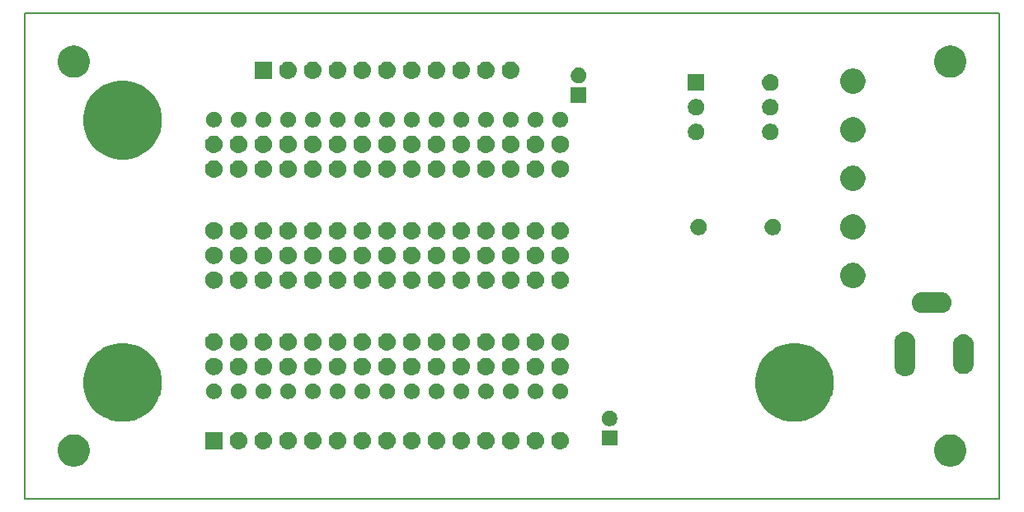
<source format=gbs>
G04 #@! TF.GenerationSoftware,KiCad,Pcbnew,5.0.2-bee76a0~70~ubuntu18.04.1*
G04 #@! TF.CreationDate,2019-01-21T18:34:54+01:00*
G04 #@! TF.ProjectId,Metering,4d657465-7269-46e6-972e-6b696361645f,rev?*
G04 #@! TF.SameCoordinates,Original*
G04 #@! TF.FileFunction,Soldermask,Bot*
G04 #@! TF.FilePolarity,Negative*
%FSLAX46Y46*%
G04 Gerber Fmt 4.6, Leading zero omitted, Abs format (unit mm)*
G04 Created by KiCad (PCBNEW 5.0.2-bee76a0~70~ubuntu18.04.1) date Mo 21 Jan 2019 18:34:54 CET*
%MOMM*%
%LPD*%
G01*
G04 APERTURE LIST*
%ADD10C,0.150000*%
%ADD11C,0.100000*%
G04 APERTURE END LIST*
D10*
X100000000Y-100000000D02*
X100000000Y-50000000D01*
X200000000Y-100000000D02*
X100000000Y-100000000D01*
X200000000Y-50000000D02*
X200000000Y-100000000D01*
X100000000Y-50000000D02*
X200000000Y-50000000D01*
D11*
G36*
X195375256Y-93391298D02*
X195481579Y-93412447D01*
X195782042Y-93536903D01*
X195926660Y-93633534D01*
X196052454Y-93717587D01*
X196282413Y-93947546D01*
X196282415Y-93947549D01*
X196463097Y-94217958D01*
X196572877Y-94482989D01*
X196587553Y-94518422D01*
X196651000Y-94837389D01*
X196651000Y-95162611D01*
X196587553Y-95481578D01*
X196463098Y-95782040D01*
X196282413Y-96052454D01*
X196052454Y-96282413D01*
X196052451Y-96282415D01*
X195782042Y-96463097D01*
X195481579Y-96587553D01*
X195375256Y-96608702D01*
X195162611Y-96651000D01*
X194837389Y-96651000D01*
X194624744Y-96608702D01*
X194518421Y-96587553D01*
X194217958Y-96463097D01*
X193947549Y-96282415D01*
X193947546Y-96282413D01*
X193717587Y-96052454D01*
X193536902Y-95782040D01*
X193412447Y-95481578D01*
X193349000Y-95162611D01*
X193349000Y-94837389D01*
X193412447Y-94518422D01*
X193427124Y-94482989D01*
X193536903Y-94217958D01*
X193717585Y-93947549D01*
X193717587Y-93947546D01*
X193947546Y-93717587D01*
X194073340Y-93633534D01*
X194217958Y-93536903D01*
X194518421Y-93412447D01*
X194624744Y-93391298D01*
X194837389Y-93349000D01*
X195162611Y-93349000D01*
X195375256Y-93391298D01*
X195375256Y-93391298D01*
G37*
G36*
X105375256Y-93391298D02*
X105481579Y-93412447D01*
X105782042Y-93536903D01*
X105926660Y-93633534D01*
X106052454Y-93717587D01*
X106282413Y-93947546D01*
X106282415Y-93947549D01*
X106463097Y-94217958D01*
X106572877Y-94482989D01*
X106587553Y-94518422D01*
X106651000Y-94837389D01*
X106651000Y-95162611D01*
X106587553Y-95481578D01*
X106463098Y-95782040D01*
X106282413Y-96052454D01*
X106052454Y-96282413D01*
X106052451Y-96282415D01*
X105782042Y-96463097D01*
X105481579Y-96587553D01*
X105375256Y-96608702D01*
X105162611Y-96651000D01*
X104837389Y-96651000D01*
X104624744Y-96608702D01*
X104518421Y-96587553D01*
X104217958Y-96463097D01*
X103947549Y-96282415D01*
X103947546Y-96282413D01*
X103717587Y-96052454D01*
X103536902Y-95782040D01*
X103412447Y-95481578D01*
X103349000Y-95162611D01*
X103349000Y-94837389D01*
X103412447Y-94518422D01*
X103427124Y-94482989D01*
X103536903Y-94217958D01*
X103717585Y-93947549D01*
X103717587Y-93947546D01*
X103947546Y-93717587D01*
X104073340Y-93633534D01*
X104217958Y-93536903D01*
X104518421Y-93412447D01*
X104624744Y-93391298D01*
X104837389Y-93349000D01*
X105162611Y-93349000D01*
X105375256Y-93391298D01*
X105375256Y-93391298D01*
G37*
G36*
X124570443Y-93085519D02*
X124636627Y-93092037D01*
X124749853Y-93126384D01*
X124806467Y-93143557D01*
X124945087Y-93217652D01*
X124962991Y-93227222D01*
X124998729Y-93256552D01*
X125100186Y-93339814D01*
X125159793Y-93412447D01*
X125212778Y-93477009D01*
X125212779Y-93477011D01*
X125296443Y-93633533D01*
X125296443Y-93633534D01*
X125347963Y-93803373D01*
X125365359Y-93980000D01*
X125347963Y-94156627D01*
X125329358Y-94217958D01*
X125296443Y-94326467D01*
X125222348Y-94465087D01*
X125212778Y-94482991D01*
X125189791Y-94511000D01*
X125100186Y-94620186D01*
X124998729Y-94703448D01*
X124962991Y-94732778D01*
X124962989Y-94732779D01*
X124806467Y-94816443D01*
X124749853Y-94833616D01*
X124636627Y-94867963D01*
X124570443Y-94874481D01*
X124504260Y-94881000D01*
X124415740Y-94881000D01*
X124349557Y-94874481D01*
X124283373Y-94867963D01*
X124170147Y-94833616D01*
X124113533Y-94816443D01*
X123957011Y-94732779D01*
X123957009Y-94732778D01*
X123921271Y-94703448D01*
X123819814Y-94620186D01*
X123730209Y-94511000D01*
X123707222Y-94482991D01*
X123697652Y-94465087D01*
X123623557Y-94326467D01*
X123590642Y-94217958D01*
X123572037Y-94156627D01*
X123554641Y-93980000D01*
X123572037Y-93803373D01*
X123623557Y-93633534D01*
X123623557Y-93633533D01*
X123707221Y-93477011D01*
X123707222Y-93477009D01*
X123760207Y-93412447D01*
X123819814Y-93339814D01*
X123921271Y-93256552D01*
X123957009Y-93227222D01*
X123974913Y-93217652D01*
X124113533Y-93143557D01*
X124170147Y-93126384D01*
X124283373Y-93092037D01*
X124349557Y-93085519D01*
X124415740Y-93079000D01*
X124504260Y-93079000D01*
X124570443Y-93085519D01*
X124570443Y-93085519D01*
G37*
G36*
X120281000Y-94881000D02*
X118479000Y-94881000D01*
X118479000Y-93079000D01*
X120281000Y-93079000D01*
X120281000Y-94881000D01*
X120281000Y-94881000D01*
G37*
G36*
X122030443Y-93085519D02*
X122096627Y-93092037D01*
X122209853Y-93126384D01*
X122266467Y-93143557D01*
X122405087Y-93217652D01*
X122422991Y-93227222D01*
X122458729Y-93256552D01*
X122560186Y-93339814D01*
X122619793Y-93412447D01*
X122672778Y-93477009D01*
X122672779Y-93477011D01*
X122756443Y-93633533D01*
X122756443Y-93633534D01*
X122807963Y-93803373D01*
X122825359Y-93980000D01*
X122807963Y-94156627D01*
X122789358Y-94217958D01*
X122756443Y-94326467D01*
X122682348Y-94465087D01*
X122672778Y-94482991D01*
X122649791Y-94511000D01*
X122560186Y-94620186D01*
X122458729Y-94703448D01*
X122422991Y-94732778D01*
X122422989Y-94732779D01*
X122266467Y-94816443D01*
X122209853Y-94833616D01*
X122096627Y-94867963D01*
X122030443Y-94874481D01*
X121964260Y-94881000D01*
X121875740Y-94881000D01*
X121809557Y-94874481D01*
X121743373Y-94867963D01*
X121630147Y-94833616D01*
X121573533Y-94816443D01*
X121417011Y-94732779D01*
X121417009Y-94732778D01*
X121381271Y-94703448D01*
X121279814Y-94620186D01*
X121190209Y-94511000D01*
X121167222Y-94482991D01*
X121157652Y-94465087D01*
X121083557Y-94326467D01*
X121050642Y-94217958D01*
X121032037Y-94156627D01*
X121014641Y-93980000D01*
X121032037Y-93803373D01*
X121083557Y-93633534D01*
X121083557Y-93633533D01*
X121167221Y-93477011D01*
X121167222Y-93477009D01*
X121220207Y-93412447D01*
X121279814Y-93339814D01*
X121381271Y-93256552D01*
X121417009Y-93227222D01*
X121434913Y-93217652D01*
X121573533Y-93143557D01*
X121630147Y-93126384D01*
X121743373Y-93092037D01*
X121809557Y-93085519D01*
X121875740Y-93079000D01*
X121964260Y-93079000D01*
X122030443Y-93085519D01*
X122030443Y-93085519D01*
G37*
G36*
X127110443Y-93085519D02*
X127176627Y-93092037D01*
X127289853Y-93126384D01*
X127346467Y-93143557D01*
X127485087Y-93217652D01*
X127502991Y-93227222D01*
X127538729Y-93256552D01*
X127640186Y-93339814D01*
X127699793Y-93412447D01*
X127752778Y-93477009D01*
X127752779Y-93477011D01*
X127836443Y-93633533D01*
X127836443Y-93633534D01*
X127887963Y-93803373D01*
X127905359Y-93980000D01*
X127887963Y-94156627D01*
X127869358Y-94217958D01*
X127836443Y-94326467D01*
X127762348Y-94465087D01*
X127752778Y-94482991D01*
X127729791Y-94511000D01*
X127640186Y-94620186D01*
X127538729Y-94703448D01*
X127502991Y-94732778D01*
X127502989Y-94732779D01*
X127346467Y-94816443D01*
X127289853Y-94833616D01*
X127176627Y-94867963D01*
X127110443Y-94874481D01*
X127044260Y-94881000D01*
X126955740Y-94881000D01*
X126889557Y-94874481D01*
X126823373Y-94867963D01*
X126710147Y-94833616D01*
X126653533Y-94816443D01*
X126497011Y-94732779D01*
X126497009Y-94732778D01*
X126461271Y-94703448D01*
X126359814Y-94620186D01*
X126270209Y-94511000D01*
X126247222Y-94482991D01*
X126237652Y-94465087D01*
X126163557Y-94326467D01*
X126130642Y-94217958D01*
X126112037Y-94156627D01*
X126094641Y-93980000D01*
X126112037Y-93803373D01*
X126163557Y-93633534D01*
X126163557Y-93633533D01*
X126247221Y-93477011D01*
X126247222Y-93477009D01*
X126300207Y-93412447D01*
X126359814Y-93339814D01*
X126461271Y-93256552D01*
X126497009Y-93227222D01*
X126514913Y-93217652D01*
X126653533Y-93143557D01*
X126710147Y-93126384D01*
X126823373Y-93092037D01*
X126889557Y-93085519D01*
X126955740Y-93079000D01*
X127044260Y-93079000D01*
X127110443Y-93085519D01*
X127110443Y-93085519D01*
G37*
G36*
X129650443Y-93085519D02*
X129716627Y-93092037D01*
X129829853Y-93126384D01*
X129886467Y-93143557D01*
X130025087Y-93217652D01*
X130042991Y-93227222D01*
X130078729Y-93256552D01*
X130180186Y-93339814D01*
X130239793Y-93412447D01*
X130292778Y-93477009D01*
X130292779Y-93477011D01*
X130376443Y-93633533D01*
X130376443Y-93633534D01*
X130427963Y-93803373D01*
X130445359Y-93980000D01*
X130427963Y-94156627D01*
X130409358Y-94217958D01*
X130376443Y-94326467D01*
X130302348Y-94465087D01*
X130292778Y-94482991D01*
X130269791Y-94511000D01*
X130180186Y-94620186D01*
X130078729Y-94703448D01*
X130042991Y-94732778D01*
X130042989Y-94732779D01*
X129886467Y-94816443D01*
X129829853Y-94833616D01*
X129716627Y-94867963D01*
X129650443Y-94874481D01*
X129584260Y-94881000D01*
X129495740Y-94881000D01*
X129429557Y-94874481D01*
X129363373Y-94867963D01*
X129250147Y-94833616D01*
X129193533Y-94816443D01*
X129037011Y-94732779D01*
X129037009Y-94732778D01*
X129001271Y-94703448D01*
X128899814Y-94620186D01*
X128810209Y-94511000D01*
X128787222Y-94482991D01*
X128777652Y-94465087D01*
X128703557Y-94326467D01*
X128670642Y-94217958D01*
X128652037Y-94156627D01*
X128634641Y-93980000D01*
X128652037Y-93803373D01*
X128703557Y-93633534D01*
X128703557Y-93633533D01*
X128787221Y-93477011D01*
X128787222Y-93477009D01*
X128840207Y-93412447D01*
X128899814Y-93339814D01*
X129001271Y-93256552D01*
X129037009Y-93227222D01*
X129054913Y-93217652D01*
X129193533Y-93143557D01*
X129250147Y-93126384D01*
X129363373Y-93092037D01*
X129429557Y-93085519D01*
X129495740Y-93079000D01*
X129584260Y-93079000D01*
X129650443Y-93085519D01*
X129650443Y-93085519D01*
G37*
G36*
X132190443Y-93085519D02*
X132256627Y-93092037D01*
X132369853Y-93126384D01*
X132426467Y-93143557D01*
X132565087Y-93217652D01*
X132582991Y-93227222D01*
X132618729Y-93256552D01*
X132720186Y-93339814D01*
X132779793Y-93412447D01*
X132832778Y-93477009D01*
X132832779Y-93477011D01*
X132916443Y-93633533D01*
X132916443Y-93633534D01*
X132967963Y-93803373D01*
X132985359Y-93980000D01*
X132967963Y-94156627D01*
X132949358Y-94217958D01*
X132916443Y-94326467D01*
X132842348Y-94465087D01*
X132832778Y-94482991D01*
X132809791Y-94511000D01*
X132720186Y-94620186D01*
X132618729Y-94703448D01*
X132582991Y-94732778D01*
X132582989Y-94732779D01*
X132426467Y-94816443D01*
X132369853Y-94833616D01*
X132256627Y-94867963D01*
X132190443Y-94874481D01*
X132124260Y-94881000D01*
X132035740Y-94881000D01*
X131969557Y-94874481D01*
X131903373Y-94867963D01*
X131790147Y-94833616D01*
X131733533Y-94816443D01*
X131577011Y-94732779D01*
X131577009Y-94732778D01*
X131541271Y-94703448D01*
X131439814Y-94620186D01*
X131350209Y-94511000D01*
X131327222Y-94482991D01*
X131317652Y-94465087D01*
X131243557Y-94326467D01*
X131210642Y-94217958D01*
X131192037Y-94156627D01*
X131174641Y-93980000D01*
X131192037Y-93803373D01*
X131243557Y-93633534D01*
X131243557Y-93633533D01*
X131327221Y-93477011D01*
X131327222Y-93477009D01*
X131380207Y-93412447D01*
X131439814Y-93339814D01*
X131541271Y-93256552D01*
X131577009Y-93227222D01*
X131594913Y-93217652D01*
X131733533Y-93143557D01*
X131790147Y-93126384D01*
X131903373Y-93092037D01*
X131969557Y-93085519D01*
X132035740Y-93079000D01*
X132124260Y-93079000D01*
X132190443Y-93085519D01*
X132190443Y-93085519D01*
G37*
G36*
X134730443Y-93085519D02*
X134796627Y-93092037D01*
X134909853Y-93126384D01*
X134966467Y-93143557D01*
X135105087Y-93217652D01*
X135122991Y-93227222D01*
X135158729Y-93256552D01*
X135260186Y-93339814D01*
X135319793Y-93412447D01*
X135372778Y-93477009D01*
X135372779Y-93477011D01*
X135456443Y-93633533D01*
X135456443Y-93633534D01*
X135507963Y-93803373D01*
X135525359Y-93980000D01*
X135507963Y-94156627D01*
X135489358Y-94217958D01*
X135456443Y-94326467D01*
X135382348Y-94465087D01*
X135372778Y-94482991D01*
X135349791Y-94511000D01*
X135260186Y-94620186D01*
X135158729Y-94703448D01*
X135122991Y-94732778D01*
X135122989Y-94732779D01*
X134966467Y-94816443D01*
X134909853Y-94833616D01*
X134796627Y-94867963D01*
X134730443Y-94874481D01*
X134664260Y-94881000D01*
X134575740Y-94881000D01*
X134509557Y-94874481D01*
X134443373Y-94867963D01*
X134330147Y-94833616D01*
X134273533Y-94816443D01*
X134117011Y-94732779D01*
X134117009Y-94732778D01*
X134081271Y-94703448D01*
X133979814Y-94620186D01*
X133890209Y-94511000D01*
X133867222Y-94482991D01*
X133857652Y-94465087D01*
X133783557Y-94326467D01*
X133750642Y-94217958D01*
X133732037Y-94156627D01*
X133714641Y-93980000D01*
X133732037Y-93803373D01*
X133783557Y-93633534D01*
X133783557Y-93633533D01*
X133867221Y-93477011D01*
X133867222Y-93477009D01*
X133920207Y-93412447D01*
X133979814Y-93339814D01*
X134081271Y-93256552D01*
X134117009Y-93227222D01*
X134134913Y-93217652D01*
X134273533Y-93143557D01*
X134330147Y-93126384D01*
X134443373Y-93092037D01*
X134509557Y-93085519D01*
X134575740Y-93079000D01*
X134664260Y-93079000D01*
X134730443Y-93085519D01*
X134730443Y-93085519D01*
G37*
G36*
X139810443Y-93085519D02*
X139876627Y-93092037D01*
X139989853Y-93126384D01*
X140046467Y-93143557D01*
X140185087Y-93217652D01*
X140202991Y-93227222D01*
X140238729Y-93256552D01*
X140340186Y-93339814D01*
X140399793Y-93412447D01*
X140452778Y-93477009D01*
X140452779Y-93477011D01*
X140536443Y-93633533D01*
X140536443Y-93633534D01*
X140587963Y-93803373D01*
X140605359Y-93980000D01*
X140587963Y-94156627D01*
X140569358Y-94217958D01*
X140536443Y-94326467D01*
X140462348Y-94465087D01*
X140452778Y-94482991D01*
X140429791Y-94511000D01*
X140340186Y-94620186D01*
X140238729Y-94703448D01*
X140202991Y-94732778D01*
X140202989Y-94732779D01*
X140046467Y-94816443D01*
X139989853Y-94833616D01*
X139876627Y-94867963D01*
X139810443Y-94874481D01*
X139744260Y-94881000D01*
X139655740Y-94881000D01*
X139589557Y-94874481D01*
X139523373Y-94867963D01*
X139410147Y-94833616D01*
X139353533Y-94816443D01*
X139197011Y-94732779D01*
X139197009Y-94732778D01*
X139161271Y-94703448D01*
X139059814Y-94620186D01*
X138970209Y-94511000D01*
X138947222Y-94482991D01*
X138937652Y-94465087D01*
X138863557Y-94326467D01*
X138830642Y-94217958D01*
X138812037Y-94156627D01*
X138794641Y-93980000D01*
X138812037Y-93803373D01*
X138863557Y-93633534D01*
X138863557Y-93633533D01*
X138947221Y-93477011D01*
X138947222Y-93477009D01*
X139000207Y-93412447D01*
X139059814Y-93339814D01*
X139161271Y-93256552D01*
X139197009Y-93227222D01*
X139214913Y-93217652D01*
X139353533Y-93143557D01*
X139410147Y-93126384D01*
X139523373Y-93092037D01*
X139589557Y-93085519D01*
X139655740Y-93079000D01*
X139744260Y-93079000D01*
X139810443Y-93085519D01*
X139810443Y-93085519D01*
G37*
G36*
X142350443Y-93085519D02*
X142416627Y-93092037D01*
X142529853Y-93126384D01*
X142586467Y-93143557D01*
X142725087Y-93217652D01*
X142742991Y-93227222D01*
X142778729Y-93256552D01*
X142880186Y-93339814D01*
X142939793Y-93412447D01*
X142992778Y-93477009D01*
X142992779Y-93477011D01*
X143076443Y-93633533D01*
X143076443Y-93633534D01*
X143127963Y-93803373D01*
X143145359Y-93980000D01*
X143127963Y-94156627D01*
X143109358Y-94217958D01*
X143076443Y-94326467D01*
X143002348Y-94465087D01*
X142992778Y-94482991D01*
X142969791Y-94511000D01*
X142880186Y-94620186D01*
X142778729Y-94703448D01*
X142742991Y-94732778D01*
X142742989Y-94732779D01*
X142586467Y-94816443D01*
X142529853Y-94833616D01*
X142416627Y-94867963D01*
X142350443Y-94874481D01*
X142284260Y-94881000D01*
X142195740Y-94881000D01*
X142129557Y-94874481D01*
X142063373Y-94867963D01*
X141950147Y-94833616D01*
X141893533Y-94816443D01*
X141737011Y-94732779D01*
X141737009Y-94732778D01*
X141701271Y-94703448D01*
X141599814Y-94620186D01*
X141510209Y-94511000D01*
X141487222Y-94482991D01*
X141477652Y-94465087D01*
X141403557Y-94326467D01*
X141370642Y-94217958D01*
X141352037Y-94156627D01*
X141334641Y-93980000D01*
X141352037Y-93803373D01*
X141403557Y-93633534D01*
X141403557Y-93633533D01*
X141487221Y-93477011D01*
X141487222Y-93477009D01*
X141540207Y-93412447D01*
X141599814Y-93339814D01*
X141701271Y-93256552D01*
X141737009Y-93227222D01*
X141754913Y-93217652D01*
X141893533Y-93143557D01*
X141950147Y-93126384D01*
X142063373Y-93092037D01*
X142129557Y-93085519D01*
X142195740Y-93079000D01*
X142284260Y-93079000D01*
X142350443Y-93085519D01*
X142350443Y-93085519D01*
G37*
G36*
X144890443Y-93085519D02*
X144956627Y-93092037D01*
X145069853Y-93126384D01*
X145126467Y-93143557D01*
X145265087Y-93217652D01*
X145282991Y-93227222D01*
X145318729Y-93256552D01*
X145420186Y-93339814D01*
X145479793Y-93412447D01*
X145532778Y-93477009D01*
X145532779Y-93477011D01*
X145616443Y-93633533D01*
X145616443Y-93633534D01*
X145667963Y-93803373D01*
X145685359Y-93980000D01*
X145667963Y-94156627D01*
X145649358Y-94217958D01*
X145616443Y-94326467D01*
X145542348Y-94465087D01*
X145532778Y-94482991D01*
X145509791Y-94511000D01*
X145420186Y-94620186D01*
X145318729Y-94703448D01*
X145282991Y-94732778D01*
X145282989Y-94732779D01*
X145126467Y-94816443D01*
X145069853Y-94833616D01*
X144956627Y-94867963D01*
X144890443Y-94874481D01*
X144824260Y-94881000D01*
X144735740Y-94881000D01*
X144669557Y-94874481D01*
X144603373Y-94867963D01*
X144490147Y-94833616D01*
X144433533Y-94816443D01*
X144277011Y-94732779D01*
X144277009Y-94732778D01*
X144241271Y-94703448D01*
X144139814Y-94620186D01*
X144050209Y-94511000D01*
X144027222Y-94482991D01*
X144017652Y-94465087D01*
X143943557Y-94326467D01*
X143910642Y-94217958D01*
X143892037Y-94156627D01*
X143874641Y-93980000D01*
X143892037Y-93803373D01*
X143943557Y-93633534D01*
X143943557Y-93633533D01*
X144027221Y-93477011D01*
X144027222Y-93477009D01*
X144080207Y-93412447D01*
X144139814Y-93339814D01*
X144241271Y-93256552D01*
X144277009Y-93227222D01*
X144294913Y-93217652D01*
X144433533Y-93143557D01*
X144490147Y-93126384D01*
X144603373Y-93092037D01*
X144669557Y-93085519D01*
X144735740Y-93079000D01*
X144824260Y-93079000D01*
X144890443Y-93085519D01*
X144890443Y-93085519D01*
G37*
G36*
X147430443Y-93085519D02*
X147496627Y-93092037D01*
X147609853Y-93126384D01*
X147666467Y-93143557D01*
X147805087Y-93217652D01*
X147822991Y-93227222D01*
X147858729Y-93256552D01*
X147960186Y-93339814D01*
X148019793Y-93412447D01*
X148072778Y-93477009D01*
X148072779Y-93477011D01*
X148156443Y-93633533D01*
X148156443Y-93633534D01*
X148207963Y-93803373D01*
X148225359Y-93980000D01*
X148207963Y-94156627D01*
X148189358Y-94217958D01*
X148156443Y-94326467D01*
X148082348Y-94465087D01*
X148072778Y-94482991D01*
X148049791Y-94511000D01*
X147960186Y-94620186D01*
X147858729Y-94703448D01*
X147822991Y-94732778D01*
X147822989Y-94732779D01*
X147666467Y-94816443D01*
X147609853Y-94833616D01*
X147496627Y-94867963D01*
X147430443Y-94874481D01*
X147364260Y-94881000D01*
X147275740Y-94881000D01*
X147209557Y-94874481D01*
X147143373Y-94867963D01*
X147030147Y-94833616D01*
X146973533Y-94816443D01*
X146817011Y-94732779D01*
X146817009Y-94732778D01*
X146781271Y-94703448D01*
X146679814Y-94620186D01*
X146590209Y-94511000D01*
X146567222Y-94482991D01*
X146557652Y-94465087D01*
X146483557Y-94326467D01*
X146450642Y-94217958D01*
X146432037Y-94156627D01*
X146414641Y-93980000D01*
X146432037Y-93803373D01*
X146483557Y-93633534D01*
X146483557Y-93633533D01*
X146567221Y-93477011D01*
X146567222Y-93477009D01*
X146620207Y-93412447D01*
X146679814Y-93339814D01*
X146781271Y-93256552D01*
X146817009Y-93227222D01*
X146834913Y-93217652D01*
X146973533Y-93143557D01*
X147030147Y-93126384D01*
X147143373Y-93092037D01*
X147209557Y-93085519D01*
X147275740Y-93079000D01*
X147364260Y-93079000D01*
X147430443Y-93085519D01*
X147430443Y-93085519D01*
G37*
G36*
X152510443Y-93085519D02*
X152576627Y-93092037D01*
X152689853Y-93126384D01*
X152746467Y-93143557D01*
X152885087Y-93217652D01*
X152902991Y-93227222D01*
X152938729Y-93256552D01*
X153040186Y-93339814D01*
X153099793Y-93412447D01*
X153152778Y-93477009D01*
X153152779Y-93477011D01*
X153236443Y-93633533D01*
X153236443Y-93633534D01*
X153287963Y-93803373D01*
X153305359Y-93980000D01*
X153287963Y-94156627D01*
X153269358Y-94217958D01*
X153236443Y-94326467D01*
X153162348Y-94465087D01*
X153152778Y-94482991D01*
X153129791Y-94511000D01*
X153040186Y-94620186D01*
X152938729Y-94703448D01*
X152902991Y-94732778D01*
X152902989Y-94732779D01*
X152746467Y-94816443D01*
X152689853Y-94833616D01*
X152576627Y-94867963D01*
X152510443Y-94874481D01*
X152444260Y-94881000D01*
X152355740Y-94881000D01*
X152289557Y-94874481D01*
X152223373Y-94867963D01*
X152110147Y-94833616D01*
X152053533Y-94816443D01*
X151897011Y-94732779D01*
X151897009Y-94732778D01*
X151861271Y-94703448D01*
X151759814Y-94620186D01*
X151670209Y-94511000D01*
X151647222Y-94482991D01*
X151637652Y-94465087D01*
X151563557Y-94326467D01*
X151530642Y-94217958D01*
X151512037Y-94156627D01*
X151494641Y-93980000D01*
X151512037Y-93803373D01*
X151563557Y-93633534D01*
X151563557Y-93633533D01*
X151647221Y-93477011D01*
X151647222Y-93477009D01*
X151700207Y-93412447D01*
X151759814Y-93339814D01*
X151861271Y-93256552D01*
X151897009Y-93227222D01*
X151914913Y-93217652D01*
X152053533Y-93143557D01*
X152110147Y-93126384D01*
X152223373Y-93092037D01*
X152289557Y-93085519D01*
X152355740Y-93079000D01*
X152444260Y-93079000D01*
X152510443Y-93085519D01*
X152510443Y-93085519D01*
G37*
G36*
X149970443Y-93085519D02*
X150036627Y-93092037D01*
X150149853Y-93126384D01*
X150206467Y-93143557D01*
X150345087Y-93217652D01*
X150362991Y-93227222D01*
X150398729Y-93256552D01*
X150500186Y-93339814D01*
X150559793Y-93412447D01*
X150612778Y-93477009D01*
X150612779Y-93477011D01*
X150696443Y-93633533D01*
X150696443Y-93633534D01*
X150747963Y-93803373D01*
X150765359Y-93980000D01*
X150747963Y-94156627D01*
X150729358Y-94217958D01*
X150696443Y-94326467D01*
X150622348Y-94465087D01*
X150612778Y-94482991D01*
X150589791Y-94511000D01*
X150500186Y-94620186D01*
X150398729Y-94703448D01*
X150362991Y-94732778D01*
X150362989Y-94732779D01*
X150206467Y-94816443D01*
X150149853Y-94833616D01*
X150036627Y-94867963D01*
X149970443Y-94874481D01*
X149904260Y-94881000D01*
X149815740Y-94881000D01*
X149749557Y-94874481D01*
X149683373Y-94867963D01*
X149570147Y-94833616D01*
X149513533Y-94816443D01*
X149357011Y-94732779D01*
X149357009Y-94732778D01*
X149321271Y-94703448D01*
X149219814Y-94620186D01*
X149130209Y-94511000D01*
X149107222Y-94482991D01*
X149097652Y-94465087D01*
X149023557Y-94326467D01*
X148990642Y-94217958D01*
X148972037Y-94156627D01*
X148954641Y-93980000D01*
X148972037Y-93803373D01*
X149023557Y-93633534D01*
X149023557Y-93633533D01*
X149107221Y-93477011D01*
X149107222Y-93477009D01*
X149160207Y-93412447D01*
X149219814Y-93339814D01*
X149321271Y-93256552D01*
X149357009Y-93227222D01*
X149374913Y-93217652D01*
X149513533Y-93143557D01*
X149570147Y-93126384D01*
X149683373Y-93092037D01*
X149749557Y-93085519D01*
X149815740Y-93079000D01*
X149904260Y-93079000D01*
X149970443Y-93085519D01*
X149970443Y-93085519D01*
G37*
G36*
X155050443Y-93085519D02*
X155116627Y-93092037D01*
X155229853Y-93126384D01*
X155286467Y-93143557D01*
X155425087Y-93217652D01*
X155442991Y-93227222D01*
X155478729Y-93256552D01*
X155580186Y-93339814D01*
X155639793Y-93412447D01*
X155692778Y-93477009D01*
X155692779Y-93477011D01*
X155776443Y-93633533D01*
X155776443Y-93633534D01*
X155827963Y-93803373D01*
X155845359Y-93980000D01*
X155827963Y-94156627D01*
X155809358Y-94217958D01*
X155776443Y-94326467D01*
X155702348Y-94465087D01*
X155692778Y-94482991D01*
X155669791Y-94511000D01*
X155580186Y-94620186D01*
X155478729Y-94703448D01*
X155442991Y-94732778D01*
X155442989Y-94732779D01*
X155286467Y-94816443D01*
X155229853Y-94833616D01*
X155116627Y-94867963D01*
X155050443Y-94874481D01*
X154984260Y-94881000D01*
X154895740Y-94881000D01*
X154829557Y-94874481D01*
X154763373Y-94867963D01*
X154650147Y-94833616D01*
X154593533Y-94816443D01*
X154437011Y-94732779D01*
X154437009Y-94732778D01*
X154401271Y-94703448D01*
X154299814Y-94620186D01*
X154210209Y-94511000D01*
X154187222Y-94482991D01*
X154177652Y-94465087D01*
X154103557Y-94326467D01*
X154070642Y-94217958D01*
X154052037Y-94156627D01*
X154034641Y-93980000D01*
X154052037Y-93803373D01*
X154103557Y-93633534D01*
X154103557Y-93633533D01*
X154187221Y-93477011D01*
X154187222Y-93477009D01*
X154240207Y-93412447D01*
X154299814Y-93339814D01*
X154401271Y-93256552D01*
X154437009Y-93227222D01*
X154454913Y-93217652D01*
X154593533Y-93143557D01*
X154650147Y-93126384D01*
X154763373Y-93092037D01*
X154829557Y-93085519D01*
X154895740Y-93079000D01*
X154984260Y-93079000D01*
X155050443Y-93085519D01*
X155050443Y-93085519D01*
G37*
G36*
X137270443Y-93085519D02*
X137336627Y-93092037D01*
X137449853Y-93126384D01*
X137506467Y-93143557D01*
X137645087Y-93217652D01*
X137662991Y-93227222D01*
X137698729Y-93256552D01*
X137800186Y-93339814D01*
X137859793Y-93412447D01*
X137912778Y-93477009D01*
X137912779Y-93477011D01*
X137996443Y-93633533D01*
X137996443Y-93633534D01*
X138047963Y-93803373D01*
X138065359Y-93980000D01*
X138047963Y-94156627D01*
X138029358Y-94217958D01*
X137996443Y-94326467D01*
X137922348Y-94465087D01*
X137912778Y-94482991D01*
X137889791Y-94511000D01*
X137800186Y-94620186D01*
X137698729Y-94703448D01*
X137662991Y-94732778D01*
X137662989Y-94732779D01*
X137506467Y-94816443D01*
X137449853Y-94833616D01*
X137336627Y-94867963D01*
X137270443Y-94874481D01*
X137204260Y-94881000D01*
X137115740Y-94881000D01*
X137049557Y-94874481D01*
X136983373Y-94867963D01*
X136870147Y-94833616D01*
X136813533Y-94816443D01*
X136657011Y-94732779D01*
X136657009Y-94732778D01*
X136621271Y-94703448D01*
X136519814Y-94620186D01*
X136430209Y-94511000D01*
X136407222Y-94482991D01*
X136397652Y-94465087D01*
X136323557Y-94326467D01*
X136290642Y-94217958D01*
X136272037Y-94156627D01*
X136254641Y-93980000D01*
X136272037Y-93803373D01*
X136323557Y-93633534D01*
X136323557Y-93633533D01*
X136407221Y-93477011D01*
X136407222Y-93477009D01*
X136460207Y-93412447D01*
X136519814Y-93339814D01*
X136621271Y-93256552D01*
X136657009Y-93227222D01*
X136674913Y-93217652D01*
X136813533Y-93143557D01*
X136870147Y-93126384D01*
X136983373Y-93092037D01*
X137049557Y-93085519D01*
X137115740Y-93079000D01*
X137204260Y-93079000D01*
X137270443Y-93085519D01*
X137270443Y-93085519D01*
G37*
G36*
X160821000Y-94511000D02*
X159219000Y-94511000D01*
X159219000Y-92909000D01*
X160821000Y-92909000D01*
X160821000Y-94511000D01*
X160821000Y-94511000D01*
G37*
G36*
X160253643Y-90939781D02*
X160399415Y-91000162D01*
X160530611Y-91087824D01*
X160642176Y-91199389D01*
X160729838Y-91330585D01*
X160790219Y-91476357D01*
X160821000Y-91631107D01*
X160821000Y-91788893D01*
X160790219Y-91943643D01*
X160729838Y-92089415D01*
X160642176Y-92220611D01*
X160530611Y-92332176D01*
X160399415Y-92419838D01*
X160253643Y-92480219D01*
X160098893Y-92511000D01*
X159941107Y-92511000D01*
X159786357Y-92480219D01*
X159640585Y-92419838D01*
X159509389Y-92332176D01*
X159397824Y-92220611D01*
X159310162Y-92089415D01*
X159249781Y-91943643D01*
X159219000Y-91788893D01*
X159219000Y-91631107D01*
X159249781Y-91476357D01*
X159310162Y-91330585D01*
X159397824Y-91199389D01*
X159509389Y-91087824D01*
X159640585Y-91000162D01*
X159786357Y-90939781D01*
X159941107Y-90909000D01*
X160098893Y-90909000D01*
X160253643Y-90939781D01*
X160253643Y-90939781D01*
G37*
G36*
X111181632Y-84104677D02*
X111524708Y-84246784D01*
X111918868Y-84410050D01*
X112364726Y-84707963D01*
X112582365Y-84853385D01*
X113146615Y-85417635D01*
X113146617Y-85417638D01*
X113589950Y-86081132D01*
X113632300Y-86183375D01*
X113895323Y-86818368D01*
X114051000Y-87601010D01*
X114051000Y-88398990D01*
X113895323Y-89181632D01*
X113797309Y-89418258D01*
X113589950Y-89918868D01*
X113149606Y-90577889D01*
X113146615Y-90582365D01*
X112582365Y-91146615D01*
X112582362Y-91146617D01*
X111918868Y-91589950D01*
X111613495Y-91716439D01*
X111181632Y-91895323D01*
X110398990Y-92051000D01*
X109601010Y-92051000D01*
X108818368Y-91895323D01*
X108386505Y-91716439D01*
X108081132Y-91589950D01*
X107417638Y-91146617D01*
X107417635Y-91146615D01*
X106853385Y-90582365D01*
X106850394Y-90577889D01*
X106410050Y-89918868D01*
X106202691Y-89418258D01*
X106104677Y-89181632D01*
X105949000Y-88398990D01*
X105949000Y-87601010D01*
X106104677Y-86818368D01*
X106367700Y-86183375D01*
X106410050Y-86081132D01*
X106853383Y-85417638D01*
X106853385Y-85417635D01*
X107417635Y-84853385D01*
X107635274Y-84707963D01*
X108081132Y-84410050D01*
X108475292Y-84246784D01*
X108818368Y-84104677D01*
X109601010Y-83949000D01*
X110398990Y-83949000D01*
X111181632Y-84104677D01*
X111181632Y-84104677D01*
G37*
G36*
X180181632Y-84104677D02*
X180524708Y-84246784D01*
X180918868Y-84410050D01*
X181364726Y-84707963D01*
X181582365Y-84853385D01*
X182146615Y-85417635D01*
X182146617Y-85417638D01*
X182589950Y-86081132D01*
X182632300Y-86183375D01*
X182895323Y-86818368D01*
X183051000Y-87601010D01*
X183051000Y-88398990D01*
X182895323Y-89181632D01*
X182797309Y-89418258D01*
X182589950Y-89918868D01*
X182149606Y-90577889D01*
X182146615Y-90582365D01*
X181582365Y-91146615D01*
X181582362Y-91146617D01*
X180918868Y-91589950D01*
X180613495Y-91716439D01*
X180181632Y-91895323D01*
X179398990Y-92051000D01*
X178601010Y-92051000D01*
X177818368Y-91895323D01*
X177386505Y-91716439D01*
X177081132Y-91589950D01*
X176417638Y-91146617D01*
X176417635Y-91146615D01*
X175853385Y-90582365D01*
X175850394Y-90577889D01*
X175410050Y-89918868D01*
X175202691Y-89418258D01*
X175104677Y-89181632D01*
X174949000Y-88398990D01*
X174949000Y-87601010D01*
X175104677Y-86818368D01*
X175367700Y-86183375D01*
X175410050Y-86081132D01*
X175853383Y-85417638D01*
X175853385Y-85417635D01*
X176417635Y-84853385D01*
X176635274Y-84707963D01*
X177081132Y-84410050D01*
X177475292Y-84246784D01*
X177818368Y-84104677D01*
X178601010Y-83949000D01*
X179398990Y-83949000D01*
X180181632Y-84104677D01*
X180181632Y-84104677D01*
G37*
G36*
X134857142Y-88118242D02*
X135005102Y-88179530D01*
X135138258Y-88268502D01*
X135251498Y-88381742D01*
X135340470Y-88514898D01*
X135401758Y-88662858D01*
X135433000Y-88819925D01*
X135433000Y-88980075D01*
X135401758Y-89137142D01*
X135340470Y-89285102D01*
X135251498Y-89418258D01*
X135138258Y-89531498D01*
X135005102Y-89620470D01*
X134857142Y-89681758D01*
X134700075Y-89713000D01*
X134539925Y-89713000D01*
X134382858Y-89681758D01*
X134234898Y-89620470D01*
X134101742Y-89531498D01*
X133988502Y-89418258D01*
X133899530Y-89285102D01*
X133838242Y-89137142D01*
X133807000Y-88980075D01*
X133807000Y-88819925D01*
X133838242Y-88662858D01*
X133899530Y-88514898D01*
X133988502Y-88381742D01*
X134101742Y-88268502D01*
X134234898Y-88179530D01*
X134382858Y-88118242D01*
X134539925Y-88087000D01*
X134700075Y-88087000D01*
X134857142Y-88118242D01*
X134857142Y-88118242D01*
G37*
G36*
X150097142Y-88118242D02*
X150245102Y-88179530D01*
X150378258Y-88268502D01*
X150491498Y-88381742D01*
X150580470Y-88514898D01*
X150641758Y-88662858D01*
X150673000Y-88819925D01*
X150673000Y-88980075D01*
X150641758Y-89137142D01*
X150580470Y-89285102D01*
X150491498Y-89418258D01*
X150378258Y-89531498D01*
X150245102Y-89620470D01*
X150097142Y-89681758D01*
X149940075Y-89713000D01*
X149779925Y-89713000D01*
X149622858Y-89681758D01*
X149474898Y-89620470D01*
X149341742Y-89531498D01*
X149228502Y-89418258D01*
X149139530Y-89285102D01*
X149078242Y-89137142D01*
X149047000Y-88980075D01*
X149047000Y-88819925D01*
X149078242Y-88662858D01*
X149139530Y-88514898D01*
X149228502Y-88381742D01*
X149341742Y-88268502D01*
X149474898Y-88179530D01*
X149622858Y-88118242D01*
X149779925Y-88087000D01*
X149940075Y-88087000D01*
X150097142Y-88118242D01*
X150097142Y-88118242D01*
G37*
G36*
X152637142Y-88118242D02*
X152785102Y-88179530D01*
X152918258Y-88268502D01*
X153031498Y-88381742D01*
X153120470Y-88514898D01*
X153181758Y-88662858D01*
X153213000Y-88819925D01*
X153213000Y-88980075D01*
X153181758Y-89137142D01*
X153120470Y-89285102D01*
X153031498Y-89418258D01*
X152918258Y-89531498D01*
X152785102Y-89620470D01*
X152637142Y-89681758D01*
X152480075Y-89713000D01*
X152319925Y-89713000D01*
X152162858Y-89681758D01*
X152014898Y-89620470D01*
X151881742Y-89531498D01*
X151768502Y-89418258D01*
X151679530Y-89285102D01*
X151618242Y-89137142D01*
X151587000Y-88980075D01*
X151587000Y-88819925D01*
X151618242Y-88662858D01*
X151679530Y-88514898D01*
X151768502Y-88381742D01*
X151881742Y-88268502D01*
X152014898Y-88179530D01*
X152162858Y-88118242D01*
X152319925Y-88087000D01*
X152480075Y-88087000D01*
X152637142Y-88118242D01*
X152637142Y-88118242D01*
G37*
G36*
X147557142Y-88118242D02*
X147705102Y-88179530D01*
X147838258Y-88268502D01*
X147951498Y-88381742D01*
X148040470Y-88514898D01*
X148101758Y-88662858D01*
X148133000Y-88819925D01*
X148133000Y-88980075D01*
X148101758Y-89137142D01*
X148040470Y-89285102D01*
X147951498Y-89418258D01*
X147838258Y-89531498D01*
X147705102Y-89620470D01*
X147557142Y-89681758D01*
X147400075Y-89713000D01*
X147239925Y-89713000D01*
X147082858Y-89681758D01*
X146934898Y-89620470D01*
X146801742Y-89531498D01*
X146688502Y-89418258D01*
X146599530Y-89285102D01*
X146538242Y-89137142D01*
X146507000Y-88980075D01*
X146507000Y-88819925D01*
X146538242Y-88662858D01*
X146599530Y-88514898D01*
X146688502Y-88381742D01*
X146801742Y-88268502D01*
X146934898Y-88179530D01*
X147082858Y-88118242D01*
X147239925Y-88087000D01*
X147400075Y-88087000D01*
X147557142Y-88118242D01*
X147557142Y-88118242D01*
G37*
G36*
X145017142Y-88118242D02*
X145165102Y-88179530D01*
X145298258Y-88268502D01*
X145411498Y-88381742D01*
X145500470Y-88514898D01*
X145561758Y-88662858D01*
X145593000Y-88819925D01*
X145593000Y-88980075D01*
X145561758Y-89137142D01*
X145500470Y-89285102D01*
X145411498Y-89418258D01*
X145298258Y-89531498D01*
X145165102Y-89620470D01*
X145017142Y-89681758D01*
X144860075Y-89713000D01*
X144699925Y-89713000D01*
X144542858Y-89681758D01*
X144394898Y-89620470D01*
X144261742Y-89531498D01*
X144148502Y-89418258D01*
X144059530Y-89285102D01*
X143998242Y-89137142D01*
X143967000Y-88980075D01*
X143967000Y-88819925D01*
X143998242Y-88662858D01*
X144059530Y-88514898D01*
X144148502Y-88381742D01*
X144261742Y-88268502D01*
X144394898Y-88179530D01*
X144542858Y-88118242D01*
X144699925Y-88087000D01*
X144860075Y-88087000D01*
X145017142Y-88118242D01*
X145017142Y-88118242D01*
G37*
G36*
X142477142Y-88118242D02*
X142625102Y-88179530D01*
X142758258Y-88268502D01*
X142871498Y-88381742D01*
X142960470Y-88514898D01*
X143021758Y-88662858D01*
X143053000Y-88819925D01*
X143053000Y-88980075D01*
X143021758Y-89137142D01*
X142960470Y-89285102D01*
X142871498Y-89418258D01*
X142758258Y-89531498D01*
X142625102Y-89620470D01*
X142477142Y-89681758D01*
X142320075Y-89713000D01*
X142159925Y-89713000D01*
X142002858Y-89681758D01*
X141854898Y-89620470D01*
X141721742Y-89531498D01*
X141608502Y-89418258D01*
X141519530Y-89285102D01*
X141458242Y-89137142D01*
X141427000Y-88980075D01*
X141427000Y-88819925D01*
X141458242Y-88662858D01*
X141519530Y-88514898D01*
X141608502Y-88381742D01*
X141721742Y-88268502D01*
X141854898Y-88179530D01*
X142002858Y-88118242D01*
X142159925Y-88087000D01*
X142320075Y-88087000D01*
X142477142Y-88118242D01*
X142477142Y-88118242D01*
G37*
G36*
X139937142Y-88118242D02*
X140085102Y-88179530D01*
X140218258Y-88268502D01*
X140331498Y-88381742D01*
X140420470Y-88514898D01*
X140481758Y-88662858D01*
X140513000Y-88819925D01*
X140513000Y-88980075D01*
X140481758Y-89137142D01*
X140420470Y-89285102D01*
X140331498Y-89418258D01*
X140218258Y-89531498D01*
X140085102Y-89620470D01*
X139937142Y-89681758D01*
X139780075Y-89713000D01*
X139619925Y-89713000D01*
X139462858Y-89681758D01*
X139314898Y-89620470D01*
X139181742Y-89531498D01*
X139068502Y-89418258D01*
X138979530Y-89285102D01*
X138918242Y-89137142D01*
X138887000Y-88980075D01*
X138887000Y-88819925D01*
X138918242Y-88662858D01*
X138979530Y-88514898D01*
X139068502Y-88381742D01*
X139181742Y-88268502D01*
X139314898Y-88179530D01*
X139462858Y-88118242D01*
X139619925Y-88087000D01*
X139780075Y-88087000D01*
X139937142Y-88118242D01*
X139937142Y-88118242D01*
G37*
G36*
X137397142Y-88118242D02*
X137545102Y-88179530D01*
X137678258Y-88268502D01*
X137791498Y-88381742D01*
X137880470Y-88514898D01*
X137941758Y-88662858D01*
X137973000Y-88819925D01*
X137973000Y-88980075D01*
X137941758Y-89137142D01*
X137880470Y-89285102D01*
X137791498Y-89418258D01*
X137678258Y-89531498D01*
X137545102Y-89620470D01*
X137397142Y-89681758D01*
X137240075Y-89713000D01*
X137079925Y-89713000D01*
X136922858Y-89681758D01*
X136774898Y-89620470D01*
X136641742Y-89531498D01*
X136528502Y-89418258D01*
X136439530Y-89285102D01*
X136378242Y-89137142D01*
X136347000Y-88980075D01*
X136347000Y-88819925D01*
X136378242Y-88662858D01*
X136439530Y-88514898D01*
X136528502Y-88381742D01*
X136641742Y-88268502D01*
X136774898Y-88179530D01*
X136922858Y-88118242D01*
X137079925Y-88087000D01*
X137240075Y-88087000D01*
X137397142Y-88118242D01*
X137397142Y-88118242D01*
G37*
G36*
X155177142Y-88118242D02*
X155325102Y-88179530D01*
X155458258Y-88268502D01*
X155571498Y-88381742D01*
X155660470Y-88514898D01*
X155721758Y-88662858D01*
X155753000Y-88819925D01*
X155753000Y-88980075D01*
X155721758Y-89137142D01*
X155660470Y-89285102D01*
X155571498Y-89418258D01*
X155458258Y-89531498D01*
X155325102Y-89620470D01*
X155177142Y-89681758D01*
X155020075Y-89713000D01*
X154859925Y-89713000D01*
X154702858Y-89681758D01*
X154554898Y-89620470D01*
X154421742Y-89531498D01*
X154308502Y-89418258D01*
X154219530Y-89285102D01*
X154158242Y-89137142D01*
X154127000Y-88980075D01*
X154127000Y-88819925D01*
X154158242Y-88662858D01*
X154219530Y-88514898D01*
X154308502Y-88381742D01*
X154421742Y-88268502D01*
X154554898Y-88179530D01*
X154702858Y-88118242D01*
X154859925Y-88087000D01*
X155020075Y-88087000D01*
X155177142Y-88118242D01*
X155177142Y-88118242D01*
G37*
G36*
X119617142Y-88118242D02*
X119765102Y-88179530D01*
X119898258Y-88268502D01*
X120011498Y-88381742D01*
X120100470Y-88514898D01*
X120161758Y-88662858D01*
X120193000Y-88819925D01*
X120193000Y-88980075D01*
X120161758Y-89137142D01*
X120100470Y-89285102D01*
X120011498Y-89418258D01*
X119898258Y-89531498D01*
X119765102Y-89620470D01*
X119617142Y-89681758D01*
X119460075Y-89713000D01*
X119299925Y-89713000D01*
X119142858Y-89681758D01*
X118994898Y-89620470D01*
X118861742Y-89531498D01*
X118748502Y-89418258D01*
X118659530Y-89285102D01*
X118598242Y-89137142D01*
X118567000Y-88980075D01*
X118567000Y-88819925D01*
X118598242Y-88662858D01*
X118659530Y-88514898D01*
X118748502Y-88381742D01*
X118861742Y-88268502D01*
X118994898Y-88179530D01*
X119142858Y-88118242D01*
X119299925Y-88087000D01*
X119460075Y-88087000D01*
X119617142Y-88118242D01*
X119617142Y-88118242D01*
G37*
G36*
X122157142Y-88118242D02*
X122305102Y-88179530D01*
X122438258Y-88268502D01*
X122551498Y-88381742D01*
X122640470Y-88514898D01*
X122701758Y-88662858D01*
X122733000Y-88819925D01*
X122733000Y-88980075D01*
X122701758Y-89137142D01*
X122640470Y-89285102D01*
X122551498Y-89418258D01*
X122438258Y-89531498D01*
X122305102Y-89620470D01*
X122157142Y-89681758D01*
X122000075Y-89713000D01*
X121839925Y-89713000D01*
X121682858Y-89681758D01*
X121534898Y-89620470D01*
X121401742Y-89531498D01*
X121288502Y-89418258D01*
X121199530Y-89285102D01*
X121138242Y-89137142D01*
X121107000Y-88980075D01*
X121107000Y-88819925D01*
X121138242Y-88662858D01*
X121199530Y-88514898D01*
X121288502Y-88381742D01*
X121401742Y-88268502D01*
X121534898Y-88179530D01*
X121682858Y-88118242D01*
X121839925Y-88087000D01*
X122000075Y-88087000D01*
X122157142Y-88118242D01*
X122157142Y-88118242D01*
G37*
G36*
X124697142Y-88118242D02*
X124845102Y-88179530D01*
X124978258Y-88268502D01*
X125091498Y-88381742D01*
X125180470Y-88514898D01*
X125241758Y-88662858D01*
X125273000Y-88819925D01*
X125273000Y-88980075D01*
X125241758Y-89137142D01*
X125180470Y-89285102D01*
X125091498Y-89418258D01*
X124978258Y-89531498D01*
X124845102Y-89620470D01*
X124697142Y-89681758D01*
X124540075Y-89713000D01*
X124379925Y-89713000D01*
X124222858Y-89681758D01*
X124074898Y-89620470D01*
X123941742Y-89531498D01*
X123828502Y-89418258D01*
X123739530Y-89285102D01*
X123678242Y-89137142D01*
X123647000Y-88980075D01*
X123647000Y-88819925D01*
X123678242Y-88662858D01*
X123739530Y-88514898D01*
X123828502Y-88381742D01*
X123941742Y-88268502D01*
X124074898Y-88179530D01*
X124222858Y-88118242D01*
X124379925Y-88087000D01*
X124540075Y-88087000D01*
X124697142Y-88118242D01*
X124697142Y-88118242D01*
G37*
G36*
X129777142Y-88118242D02*
X129925102Y-88179530D01*
X130058258Y-88268502D01*
X130171498Y-88381742D01*
X130260470Y-88514898D01*
X130321758Y-88662858D01*
X130353000Y-88819925D01*
X130353000Y-88980075D01*
X130321758Y-89137142D01*
X130260470Y-89285102D01*
X130171498Y-89418258D01*
X130058258Y-89531498D01*
X129925102Y-89620470D01*
X129777142Y-89681758D01*
X129620075Y-89713000D01*
X129459925Y-89713000D01*
X129302858Y-89681758D01*
X129154898Y-89620470D01*
X129021742Y-89531498D01*
X128908502Y-89418258D01*
X128819530Y-89285102D01*
X128758242Y-89137142D01*
X128727000Y-88980075D01*
X128727000Y-88819925D01*
X128758242Y-88662858D01*
X128819530Y-88514898D01*
X128908502Y-88381742D01*
X129021742Y-88268502D01*
X129154898Y-88179530D01*
X129302858Y-88118242D01*
X129459925Y-88087000D01*
X129620075Y-88087000D01*
X129777142Y-88118242D01*
X129777142Y-88118242D01*
G37*
G36*
X132317142Y-88118242D02*
X132465102Y-88179530D01*
X132598258Y-88268502D01*
X132711498Y-88381742D01*
X132800470Y-88514898D01*
X132861758Y-88662858D01*
X132893000Y-88819925D01*
X132893000Y-88980075D01*
X132861758Y-89137142D01*
X132800470Y-89285102D01*
X132711498Y-89418258D01*
X132598258Y-89531498D01*
X132465102Y-89620470D01*
X132317142Y-89681758D01*
X132160075Y-89713000D01*
X131999925Y-89713000D01*
X131842858Y-89681758D01*
X131694898Y-89620470D01*
X131561742Y-89531498D01*
X131448502Y-89418258D01*
X131359530Y-89285102D01*
X131298242Y-89137142D01*
X131267000Y-88980075D01*
X131267000Y-88819925D01*
X131298242Y-88662858D01*
X131359530Y-88514898D01*
X131448502Y-88381742D01*
X131561742Y-88268502D01*
X131694898Y-88179530D01*
X131842858Y-88118242D01*
X131999925Y-88087000D01*
X132160075Y-88087000D01*
X132317142Y-88118242D01*
X132317142Y-88118242D01*
G37*
G36*
X127237142Y-88118242D02*
X127385102Y-88179530D01*
X127518258Y-88268502D01*
X127631498Y-88381742D01*
X127720470Y-88514898D01*
X127781758Y-88662858D01*
X127813000Y-88819925D01*
X127813000Y-88980075D01*
X127781758Y-89137142D01*
X127720470Y-89285102D01*
X127631498Y-89418258D01*
X127518258Y-89531498D01*
X127385102Y-89620470D01*
X127237142Y-89681758D01*
X127080075Y-89713000D01*
X126919925Y-89713000D01*
X126762858Y-89681758D01*
X126614898Y-89620470D01*
X126481742Y-89531498D01*
X126368502Y-89418258D01*
X126279530Y-89285102D01*
X126218242Y-89137142D01*
X126187000Y-88980075D01*
X126187000Y-88819925D01*
X126218242Y-88662858D01*
X126279530Y-88514898D01*
X126368502Y-88381742D01*
X126481742Y-88268502D01*
X126614898Y-88179530D01*
X126762858Y-88118242D01*
X126919925Y-88087000D01*
X127080075Y-88087000D01*
X127237142Y-88118242D01*
X127237142Y-88118242D01*
G37*
G36*
X190556067Y-82803760D02*
X190556070Y-82803761D01*
X190556071Y-82803761D01*
X190754089Y-82863829D01*
X190754091Y-82863830D01*
X190754094Y-82863831D01*
X190936584Y-82961373D01*
X191096542Y-83092648D01*
X191227817Y-83252605D01*
X191325359Y-83435095D01*
X191325359Y-83435096D01*
X191325361Y-83435100D01*
X191345896Y-83502795D01*
X191385430Y-83633122D01*
X191400630Y-83787449D01*
X191400630Y-86392551D01*
X191385430Y-86546878D01*
X191385429Y-86546881D01*
X191385429Y-86546882D01*
X191337020Y-86706467D01*
X191325359Y-86744905D01*
X191227817Y-86927395D01*
X191096542Y-87087352D01*
X190936585Y-87218627D01*
X190754095Y-87316169D01*
X190754092Y-87316170D01*
X190754090Y-87316171D01*
X190556072Y-87376239D01*
X190556071Y-87376239D01*
X190556068Y-87376240D01*
X190350140Y-87396522D01*
X190144213Y-87376240D01*
X190144210Y-87376239D01*
X190144209Y-87376239D01*
X189946191Y-87316171D01*
X189946189Y-87316170D01*
X189946186Y-87316169D01*
X189763696Y-87218627D01*
X189603739Y-87087352D01*
X189472464Y-86927395D01*
X189374922Y-86744905D01*
X189363262Y-86706467D01*
X189314852Y-86546882D01*
X189314852Y-86546881D01*
X189314851Y-86546878D01*
X189299651Y-86392551D01*
X189299650Y-83787450D01*
X189314850Y-83633123D01*
X189314851Y-83633119D01*
X189374919Y-83435101D01*
X189374920Y-83435099D01*
X189374921Y-83435096D01*
X189472463Y-83252606D01*
X189603738Y-83092648D01*
X189763695Y-82961373D01*
X189946185Y-82863831D01*
X189946188Y-82863830D01*
X189946190Y-82863829D01*
X190144208Y-82803761D01*
X190144209Y-82803761D01*
X190144212Y-82803760D01*
X190350140Y-82783478D01*
X190556067Y-82803760D01*
X190556067Y-82803760D01*
G37*
G36*
X139810442Y-85465518D02*
X139876627Y-85472037D01*
X139989853Y-85506384D01*
X140046467Y-85523557D01*
X140185087Y-85597652D01*
X140202991Y-85607222D01*
X140238729Y-85636552D01*
X140340186Y-85719814D01*
X140423448Y-85821271D01*
X140452778Y-85857009D01*
X140452779Y-85857011D01*
X140536443Y-86013533D01*
X140536443Y-86013534D01*
X140587963Y-86183373D01*
X140605359Y-86360000D01*
X140587963Y-86536627D01*
X140584853Y-86546878D01*
X140536443Y-86706467D01*
X140515897Y-86744905D01*
X140452778Y-86862991D01*
X140423448Y-86898729D01*
X140340186Y-87000186D01*
X140260013Y-87065981D01*
X140202991Y-87112778D01*
X140202989Y-87112779D01*
X140046467Y-87196443D01*
X139989853Y-87213616D01*
X139876627Y-87247963D01*
X139810442Y-87254482D01*
X139744260Y-87261000D01*
X139655740Y-87261000D01*
X139589558Y-87254482D01*
X139523373Y-87247963D01*
X139410147Y-87213616D01*
X139353533Y-87196443D01*
X139197011Y-87112779D01*
X139197009Y-87112778D01*
X139139987Y-87065981D01*
X139059814Y-87000186D01*
X138976552Y-86898729D01*
X138947222Y-86862991D01*
X138884103Y-86744905D01*
X138863557Y-86706467D01*
X138815147Y-86546878D01*
X138812037Y-86536627D01*
X138794641Y-86360000D01*
X138812037Y-86183373D01*
X138863557Y-86013534D01*
X138863557Y-86013533D01*
X138947221Y-85857011D01*
X138947222Y-85857009D01*
X138976552Y-85821271D01*
X139059814Y-85719814D01*
X139161271Y-85636552D01*
X139197009Y-85607222D01*
X139214913Y-85597652D01*
X139353533Y-85523557D01*
X139410147Y-85506384D01*
X139523373Y-85472037D01*
X139589558Y-85465518D01*
X139655740Y-85459000D01*
X139744260Y-85459000D01*
X139810442Y-85465518D01*
X139810442Y-85465518D01*
G37*
G36*
X149970442Y-85465518D02*
X150036627Y-85472037D01*
X150149853Y-85506384D01*
X150206467Y-85523557D01*
X150345087Y-85597652D01*
X150362991Y-85607222D01*
X150398729Y-85636552D01*
X150500186Y-85719814D01*
X150583448Y-85821271D01*
X150612778Y-85857009D01*
X150612779Y-85857011D01*
X150696443Y-86013533D01*
X150696443Y-86013534D01*
X150747963Y-86183373D01*
X150765359Y-86360000D01*
X150747963Y-86536627D01*
X150744853Y-86546878D01*
X150696443Y-86706467D01*
X150675897Y-86744905D01*
X150612778Y-86862991D01*
X150583448Y-86898729D01*
X150500186Y-87000186D01*
X150420013Y-87065981D01*
X150362991Y-87112778D01*
X150362989Y-87112779D01*
X150206467Y-87196443D01*
X150149853Y-87213616D01*
X150036627Y-87247963D01*
X149970442Y-87254482D01*
X149904260Y-87261000D01*
X149815740Y-87261000D01*
X149749558Y-87254482D01*
X149683373Y-87247963D01*
X149570147Y-87213616D01*
X149513533Y-87196443D01*
X149357011Y-87112779D01*
X149357009Y-87112778D01*
X149299987Y-87065981D01*
X149219814Y-87000186D01*
X149136552Y-86898729D01*
X149107222Y-86862991D01*
X149044103Y-86744905D01*
X149023557Y-86706467D01*
X148975147Y-86546878D01*
X148972037Y-86536627D01*
X148954641Y-86360000D01*
X148972037Y-86183373D01*
X149023557Y-86013534D01*
X149023557Y-86013533D01*
X149107221Y-85857011D01*
X149107222Y-85857009D01*
X149136552Y-85821271D01*
X149219814Y-85719814D01*
X149321271Y-85636552D01*
X149357009Y-85607222D01*
X149374913Y-85597652D01*
X149513533Y-85523557D01*
X149570147Y-85506384D01*
X149683373Y-85472037D01*
X149749558Y-85465518D01*
X149815740Y-85459000D01*
X149904260Y-85459000D01*
X149970442Y-85465518D01*
X149970442Y-85465518D01*
G37*
G36*
X155050442Y-85465518D02*
X155116627Y-85472037D01*
X155229853Y-85506384D01*
X155286467Y-85523557D01*
X155425087Y-85597652D01*
X155442991Y-85607222D01*
X155478729Y-85636552D01*
X155580186Y-85719814D01*
X155663448Y-85821271D01*
X155692778Y-85857009D01*
X155692779Y-85857011D01*
X155776443Y-86013533D01*
X155776443Y-86013534D01*
X155827963Y-86183373D01*
X155845359Y-86360000D01*
X155827963Y-86536627D01*
X155824853Y-86546878D01*
X155776443Y-86706467D01*
X155755897Y-86744905D01*
X155692778Y-86862991D01*
X155663448Y-86898729D01*
X155580186Y-87000186D01*
X155500013Y-87065981D01*
X155442991Y-87112778D01*
X155442989Y-87112779D01*
X155286467Y-87196443D01*
X155229853Y-87213616D01*
X155116627Y-87247963D01*
X155050442Y-87254482D01*
X154984260Y-87261000D01*
X154895740Y-87261000D01*
X154829558Y-87254482D01*
X154763373Y-87247963D01*
X154650147Y-87213616D01*
X154593533Y-87196443D01*
X154437011Y-87112779D01*
X154437009Y-87112778D01*
X154379987Y-87065981D01*
X154299814Y-87000186D01*
X154216552Y-86898729D01*
X154187222Y-86862991D01*
X154124103Y-86744905D01*
X154103557Y-86706467D01*
X154055147Y-86546878D01*
X154052037Y-86536627D01*
X154034641Y-86360000D01*
X154052037Y-86183373D01*
X154103557Y-86013534D01*
X154103557Y-86013533D01*
X154187221Y-85857011D01*
X154187222Y-85857009D01*
X154216552Y-85821271D01*
X154299814Y-85719814D01*
X154401271Y-85636552D01*
X154437009Y-85607222D01*
X154454913Y-85597652D01*
X154593533Y-85523557D01*
X154650147Y-85506384D01*
X154763373Y-85472037D01*
X154829558Y-85465518D01*
X154895740Y-85459000D01*
X154984260Y-85459000D01*
X155050442Y-85465518D01*
X155050442Y-85465518D01*
G37*
G36*
X152510442Y-85465518D02*
X152576627Y-85472037D01*
X152689853Y-85506384D01*
X152746467Y-85523557D01*
X152885087Y-85597652D01*
X152902991Y-85607222D01*
X152938729Y-85636552D01*
X153040186Y-85719814D01*
X153123448Y-85821271D01*
X153152778Y-85857009D01*
X153152779Y-85857011D01*
X153236443Y-86013533D01*
X153236443Y-86013534D01*
X153287963Y-86183373D01*
X153305359Y-86360000D01*
X153287963Y-86536627D01*
X153284853Y-86546878D01*
X153236443Y-86706467D01*
X153215897Y-86744905D01*
X153152778Y-86862991D01*
X153123448Y-86898729D01*
X153040186Y-87000186D01*
X152960013Y-87065981D01*
X152902991Y-87112778D01*
X152902989Y-87112779D01*
X152746467Y-87196443D01*
X152689853Y-87213616D01*
X152576627Y-87247963D01*
X152510442Y-87254482D01*
X152444260Y-87261000D01*
X152355740Y-87261000D01*
X152289558Y-87254482D01*
X152223373Y-87247963D01*
X152110147Y-87213616D01*
X152053533Y-87196443D01*
X151897011Y-87112779D01*
X151897009Y-87112778D01*
X151839987Y-87065981D01*
X151759814Y-87000186D01*
X151676552Y-86898729D01*
X151647222Y-86862991D01*
X151584103Y-86744905D01*
X151563557Y-86706467D01*
X151515147Y-86546878D01*
X151512037Y-86536627D01*
X151494641Y-86360000D01*
X151512037Y-86183373D01*
X151563557Y-86013534D01*
X151563557Y-86013533D01*
X151647221Y-85857011D01*
X151647222Y-85857009D01*
X151676552Y-85821271D01*
X151759814Y-85719814D01*
X151861271Y-85636552D01*
X151897009Y-85607222D01*
X151914913Y-85597652D01*
X152053533Y-85523557D01*
X152110147Y-85506384D01*
X152223373Y-85472037D01*
X152289558Y-85465518D01*
X152355740Y-85459000D01*
X152444260Y-85459000D01*
X152510442Y-85465518D01*
X152510442Y-85465518D01*
G37*
G36*
X134730442Y-85465518D02*
X134796627Y-85472037D01*
X134909853Y-85506384D01*
X134966467Y-85523557D01*
X135105087Y-85597652D01*
X135122991Y-85607222D01*
X135158729Y-85636552D01*
X135260186Y-85719814D01*
X135343448Y-85821271D01*
X135372778Y-85857009D01*
X135372779Y-85857011D01*
X135456443Y-86013533D01*
X135456443Y-86013534D01*
X135507963Y-86183373D01*
X135525359Y-86360000D01*
X135507963Y-86536627D01*
X135504853Y-86546878D01*
X135456443Y-86706467D01*
X135435897Y-86744905D01*
X135372778Y-86862991D01*
X135343448Y-86898729D01*
X135260186Y-87000186D01*
X135180013Y-87065981D01*
X135122991Y-87112778D01*
X135122989Y-87112779D01*
X134966467Y-87196443D01*
X134909853Y-87213616D01*
X134796627Y-87247963D01*
X134730442Y-87254482D01*
X134664260Y-87261000D01*
X134575740Y-87261000D01*
X134509558Y-87254482D01*
X134443373Y-87247963D01*
X134330147Y-87213616D01*
X134273533Y-87196443D01*
X134117011Y-87112779D01*
X134117009Y-87112778D01*
X134059987Y-87065981D01*
X133979814Y-87000186D01*
X133896552Y-86898729D01*
X133867222Y-86862991D01*
X133804103Y-86744905D01*
X133783557Y-86706467D01*
X133735147Y-86546878D01*
X133732037Y-86536627D01*
X133714641Y-86360000D01*
X133732037Y-86183373D01*
X133783557Y-86013534D01*
X133783557Y-86013533D01*
X133867221Y-85857011D01*
X133867222Y-85857009D01*
X133896552Y-85821271D01*
X133979814Y-85719814D01*
X134081271Y-85636552D01*
X134117009Y-85607222D01*
X134134913Y-85597652D01*
X134273533Y-85523557D01*
X134330147Y-85506384D01*
X134443373Y-85472037D01*
X134509558Y-85465518D01*
X134575740Y-85459000D01*
X134664260Y-85459000D01*
X134730442Y-85465518D01*
X134730442Y-85465518D01*
G37*
G36*
X137270442Y-85465518D02*
X137336627Y-85472037D01*
X137449853Y-85506384D01*
X137506467Y-85523557D01*
X137645087Y-85597652D01*
X137662991Y-85607222D01*
X137698729Y-85636552D01*
X137800186Y-85719814D01*
X137883448Y-85821271D01*
X137912778Y-85857009D01*
X137912779Y-85857011D01*
X137996443Y-86013533D01*
X137996443Y-86013534D01*
X138047963Y-86183373D01*
X138065359Y-86360000D01*
X138047963Y-86536627D01*
X138044853Y-86546878D01*
X137996443Y-86706467D01*
X137975897Y-86744905D01*
X137912778Y-86862991D01*
X137883448Y-86898729D01*
X137800186Y-87000186D01*
X137720013Y-87065981D01*
X137662991Y-87112778D01*
X137662989Y-87112779D01*
X137506467Y-87196443D01*
X137449853Y-87213616D01*
X137336627Y-87247963D01*
X137270442Y-87254482D01*
X137204260Y-87261000D01*
X137115740Y-87261000D01*
X137049558Y-87254482D01*
X136983373Y-87247963D01*
X136870147Y-87213616D01*
X136813533Y-87196443D01*
X136657011Y-87112779D01*
X136657009Y-87112778D01*
X136599987Y-87065981D01*
X136519814Y-87000186D01*
X136436552Y-86898729D01*
X136407222Y-86862991D01*
X136344103Y-86744905D01*
X136323557Y-86706467D01*
X136275147Y-86546878D01*
X136272037Y-86536627D01*
X136254641Y-86360000D01*
X136272037Y-86183373D01*
X136323557Y-86013534D01*
X136323557Y-86013533D01*
X136407221Y-85857011D01*
X136407222Y-85857009D01*
X136436552Y-85821271D01*
X136519814Y-85719814D01*
X136621271Y-85636552D01*
X136657009Y-85607222D01*
X136674913Y-85597652D01*
X136813533Y-85523557D01*
X136870147Y-85506384D01*
X136983373Y-85472037D01*
X137049558Y-85465518D01*
X137115740Y-85459000D01*
X137204260Y-85459000D01*
X137270442Y-85465518D01*
X137270442Y-85465518D01*
G37*
G36*
X132190442Y-85465518D02*
X132256627Y-85472037D01*
X132369853Y-85506384D01*
X132426467Y-85523557D01*
X132565087Y-85597652D01*
X132582991Y-85607222D01*
X132618729Y-85636552D01*
X132720186Y-85719814D01*
X132803448Y-85821271D01*
X132832778Y-85857009D01*
X132832779Y-85857011D01*
X132916443Y-86013533D01*
X132916443Y-86013534D01*
X132967963Y-86183373D01*
X132985359Y-86360000D01*
X132967963Y-86536627D01*
X132964853Y-86546878D01*
X132916443Y-86706467D01*
X132895897Y-86744905D01*
X132832778Y-86862991D01*
X132803448Y-86898729D01*
X132720186Y-87000186D01*
X132640013Y-87065981D01*
X132582991Y-87112778D01*
X132582989Y-87112779D01*
X132426467Y-87196443D01*
X132369853Y-87213616D01*
X132256627Y-87247963D01*
X132190442Y-87254482D01*
X132124260Y-87261000D01*
X132035740Y-87261000D01*
X131969558Y-87254482D01*
X131903373Y-87247963D01*
X131790147Y-87213616D01*
X131733533Y-87196443D01*
X131577011Y-87112779D01*
X131577009Y-87112778D01*
X131519987Y-87065981D01*
X131439814Y-87000186D01*
X131356552Y-86898729D01*
X131327222Y-86862991D01*
X131264103Y-86744905D01*
X131243557Y-86706467D01*
X131195147Y-86546878D01*
X131192037Y-86536627D01*
X131174641Y-86360000D01*
X131192037Y-86183373D01*
X131243557Y-86013534D01*
X131243557Y-86013533D01*
X131327221Y-85857011D01*
X131327222Y-85857009D01*
X131356552Y-85821271D01*
X131439814Y-85719814D01*
X131541271Y-85636552D01*
X131577009Y-85607222D01*
X131594913Y-85597652D01*
X131733533Y-85523557D01*
X131790147Y-85506384D01*
X131903373Y-85472037D01*
X131969558Y-85465518D01*
X132035740Y-85459000D01*
X132124260Y-85459000D01*
X132190442Y-85465518D01*
X132190442Y-85465518D01*
G37*
G36*
X127110442Y-85465518D02*
X127176627Y-85472037D01*
X127289853Y-85506384D01*
X127346467Y-85523557D01*
X127485087Y-85597652D01*
X127502991Y-85607222D01*
X127538729Y-85636552D01*
X127640186Y-85719814D01*
X127723448Y-85821271D01*
X127752778Y-85857009D01*
X127752779Y-85857011D01*
X127836443Y-86013533D01*
X127836443Y-86013534D01*
X127887963Y-86183373D01*
X127905359Y-86360000D01*
X127887963Y-86536627D01*
X127884853Y-86546878D01*
X127836443Y-86706467D01*
X127815897Y-86744905D01*
X127752778Y-86862991D01*
X127723448Y-86898729D01*
X127640186Y-87000186D01*
X127560013Y-87065981D01*
X127502991Y-87112778D01*
X127502989Y-87112779D01*
X127346467Y-87196443D01*
X127289853Y-87213616D01*
X127176627Y-87247963D01*
X127110442Y-87254482D01*
X127044260Y-87261000D01*
X126955740Y-87261000D01*
X126889558Y-87254482D01*
X126823373Y-87247963D01*
X126710147Y-87213616D01*
X126653533Y-87196443D01*
X126497011Y-87112779D01*
X126497009Y-87112778D01*
X126439987Y-87065981D01*
X126359814Y-87000186D01*
X126276552Y-86898729D01*
X126247222Y-86862991D01*
X126184103Y-86744905D01*
X126163557Y-86706467D01*
X126115147Y-86546878D01*
X126112037Y-86536627D01*
X126094641Y-86360000D01*
X126112037Y-86183373D01*
X126163557Y-86013534D01*
X126163557Y-86013533D01*
X126247221Y-85857011D01*
X126247222Y-85857009D01*
X126276552Y-85821271D01*
X126359814Y-85719814D01*
X126461271Y-85636552D01*
X126497009Y-85607222D01*
X126514913Y-85597652D01*
X126653533Y-85523557D01*
X126710147Y-85506384D01*
X126823373Y-85472037D01*
X126889558Y-85465518D01*
X126955740Y-85459000D01*
X127044260Y-85459000D01*
X127110442Y-85465518D01*
X127110442Y-85465518D01*
G37*
G36*
X129650442Y-85465518D02*
X129716627Y-85472037D01*
X129829853Y-85506384D01*
X129886467Y-85523557D01*
X130025087Y-85597652D01*
X130042991Y-85607222D01*
X130078729Y-85636552D01*
X130180186Y-85719814D01*
X130263448Y-85821271D01*
X130292778Y-85857009D01*
X130292779Y-85857011D01*
X130376443Y-86013533D01*
X130376443Y-86013534D01*
X130427963Y-86183373D01*
X130445359Y-86360000D01*
X130427963Y-86536627D01*
X130424853Y-86546878D01*
X130376443Y-86706467D01*
X130355897Y-86744905D01*
X130292778Y-86862991D01*
X130263448Y-86898729D01*
X130180186Y-87000186D01*
X130100013Y-87065981D01*
X130042991Y-87112778D01*
X130042989Y-87112779D01*
X129886467Y-87196443D01*
X129829853Y-87213616D01*
X129716627Y-87247963D01*
X129650442Y-87254482D01*
X129584260Y-87261000D01*
X129495740Y-87261000D01*
X129429558Y-87254482D01*
X129363373Y-87247963D01*
X129250147Y-87213616D01*
X129193533Y-87196443D01*
X129037011Y-87112779D01*
X129037009Y-87112778D01*
X128979987Y-87065981D01*
X128899814Y-87000186D01*
X128816552Y-86898729D01*
X128787222Y-86862991D01*
X128724103Y-86744905D01*
X128703557Y-86706467D01*
X128655147Y-86546878D01*
X128652037Y-86536627D01*
X128634641Y-86360000D01*
X128652037Y-86183373D01*
X128703557Y-86013534D01*
X128703557Y-86013533D01*
X128787221Y-85857011D01*
X128787222Y-85857009D01*
X128816552Y-85821271D01*
X128899814Y-85719814D01*
X129001271Y-85636552D01*
X129037009Y-85607222D01*
X129054913Y-85597652D01*
X129193533Y-85523557D01*
X129250147Y-85506384D01*
X129363373Y-85472037D01*
X129429558Y-85465518D01*
X129495740Y-85459000D01*
X129584260Y-85459000D01*
X129650442Y-85465518D01*
X129650442Y-85465518D01*
G37*
G36*
X144890442Y-85465518D02*
X144956627Y-85472037D01*
X145069853Y-85506384D01*
X145126467Y-85523557D01*
X145265087Y-85597652D01*
X145282991Y-85607222D01*
X145318729Y-85636552D01*
X145420186Y-85719814D01*
X145503448Y-85821271D01*
X145532778Y-85857009D01*
X145532779Y-85857011D01*
X145616443Y-86013533D01*
X145616443Y-86013534D01*
X145667963Y-86183373D01*
X145685359Y-86360000D01*
X145667963Y-86536627D01*
X145664853Y-86546878D01*
X145616443Y-86706467D01*
X145595897Y-86744905D01*
X145532778Y-86862991D01*
X145503448Y-86898729D01*
X145420186Y-87000186D01*
X145340013Y-87065981D01*
X145282991Y-87112778D01*
X145282989Y-87112779D01*
X145126467Y-87196443D01*
X145069853Y-87213616D01*
X144956627Y-87247963D01*
X144890442Y-87254482D01*
X144824260Y-87261000D01*
X144735740Y-87261000D01*
X144669558Y-87254482D01*
X144603373Y-87247963D01*
X144490147Y-87213616D01*
X144433533Y-87196443D01*
X144277011Y-87112779D01*
X144277009Y-87112778D01*
X144219987Y-87065981D01*
X144139814Y-87000186D01*
X144056552Y-86898729D01*
X144027222Y-86862991D01*
X143964103Y-86744905D01*
X143943557Y-86706467D01*
X143895147Y-86546878D01*
X143892037Y-86536627D01*
X143874641Y-86360000D01*
X143892037Y-86183373D01*
X143943557Y-86013534D01*
X143943557Y-86013533D01*
X144027221Y-85857011D01*
X144027222Y-85857009D01*
X144056552Y-85821271D01*
X144139814Y-85719814D01*
X144241271Y-85636552D01*
X144277009Y-85607222D01*
X144294913Y-85597652D01*
X144433533Y-85523557D01*
X144490147Y-85506384D01*
X144603373Y-85472037D01*
X144669558Y-85465518D01*
X144735740Y-85459000D01*
X144824260Y-85459000D01*
X144890442Y-85465518D01*
X144890442Y-85465518D01*
G37*
G36*
X147430442Y-85465518D02*
X147496627Y-85472037D01*
X147609853Y-85506384D01*
X147666467Y-85523557D01*
X147805087Y-85597652D01*
X147822991Y-85607222D01*
X147858729Y-85636552D01*
X147960186Y-85719814D01*
X148043448Y-85821271D01*
X148072778Y-85857009D01*
X148072779Y-85857011D01*
X148156443Y-86013533D01*
X148156443Y-86013534D01*
X148207963Y-86183373D01*
X148225359Y-86360000D01*
X148207963Y-86536627D01*
X148204853Y-86546878D01*
X148156443Y-86706467D01*
X148135897Y-86744905D01*
X148072778Y-86862991D01*
X148043448Y-86898729D01*
X147960186Y-87000186D01*
X147880013Y-87065981D01*
X147822991Y-87112778D01*
X147822989Y-87112779D01*
X147666467Y-87196443D01*
X147609853Y-87213616D01*
X147496627Y-87247963D01*
X147430442Y-87254482D01*
X147364260Y-87261000D01*
X147275740Y-87261000D01*
X147209558Y-87254482D01*
X147143373Y-87247963D01*
X147030147Y-87213616D01*
X146973533Y-87196443D01*
X146817011Y-87112779D01*
X146817009Y-87112778D01*
X146759987Y-87065981D01*
X146679814Y-87000186D01*
X146596552Y-86898729D01*
X146567222Y-86862991D01*
X146504103Y-86744905D01*
X146483557Y-86706467D01*
X146435147Y-86546878D01*
X146432037Y-86536627D01*
X146414641Y-86360000D01*
X146432037Y-86183373D01*
X146483557Y-86013534D01*
X146483557Y-86013533D01*
X146567221Y-85857011D01*
X146567222Y-85857009D01*
X146596552Y-85821271D01*
X146679814Y-85719814D01*
X146781271Y-85636552D01*
X146817009Y-85607222D01*
X146834913Y-85597652D01*
X146973533Y-85523557D01*
X147030147Y-85506384D01*
X147143373Y-85472037D01*
X147209558Y-85465518D01*
X147275740Y-85459000D01*
X147364260Y-85459000D01*
X147430442Y-85465518D01*
X147430442Y-85465518D01*
G37*
G36*
X119642812Y-85493624D02*
X119806784Y-85561544D01*
X119954354Y-85660147D01*
X120079853Y-85785646D01*
X120178456Y-85933216D01*
X120246376Y-86097188D01*
X120281000Y-86271259D01*
X120281000Y-86448741D01*
X120246376Y-86622812D01*
X120178456Y-86786784D01*
X120079853Y-86934354D01*
X119954354Y-87059853D01*
X119806784Y-87158456D01*
X119642812Y-87226376D01*
X119468741Y-87261000D01*
X119291259Y-87261000D01*
X119117188Y-87226376D01*
X118953216Y-87158456D01*
X118805646Y-87059853D01*
X118680147Y-86934354D01*
X118581544Y-86786784D01*
X118513624Y-86622812D01*
X118479000Y-86448741D01*
X118479000Y-86271259D01*
X118513624Y-86097188D01*
X118581544Y-85933216D01*
X118680147Y-85785646D01*
X118805646Y-85660147D01*
X118953216Y-85561544D01*
X119117188Y-85493624D01*
X119291259Y-85459000D01*
X119468741Y-85459000D01*
X119642812Y-85493624D01*
X119642812Y-85493624D01*
G37*
G36*
X124570442Y-85465518D02*
X124636627Y-85472037D01*
X124749853Y-85506384D01*
X124806467Y-85523557D01*
X124945087Y-85597652D01*
X124962991Y-85607222D01*
X124998729Y-85636552D01*
X125100186Y-85719814D01*
X125183448Y-85821271D01*
X125212778Y-85857009D01*
X125212779Y-85857011D01*
X125296443Y-86013533D01*
X125296443Y-86013534D01*
X125347963Y-86183373D01*
X125365359Y-86360000D01*
X125347963Y-86536627D01*
X125344853Y-86546878D01*
X125296443Y-86706467D01*
X125275897Y-86744905D01*
X125212778Y-86862991D01*
X125183448Y-86898729D01*
X125100186Y-87000186D01*
X125020013Y-87065981D01*
X124962991Y-87112778D01*
X124962989Y-87112779D01*
X124806467Y-87196443D01*
X124749853Y-87213616D01*
X124636627Y-87247963D01*
X124570442Y-87254482D01*
X124504260Y-87261000D01*
X124415740Y-87261000D01*
X124349558Y-87254482D01*
X124283373Y-87247963D01*
X124170147Y-87213616D01*
X124113533Y-87196443D01*
X123957011Y-87112779D01*
X123957009Y-87112778D01*
X123899987Y-87065981D01*
X123819814Y-87000186D01*
X123736552Y-86898729D01*
X123707222Y-86862991D01*
X123644103Y-86744905D01*
X123623557Y-86706467D01*
X123575147Y-86546878D01*
X123572037Y-86536627D01*
X123554641Y-86360000D01*
X123572037Y-86183373D01*
X123623557Y-86013534D01*
X123623557Y-86013533D01*
X123707221Y-85857011D01*
X123707222Y-85857009D01*
X123736552Y-85821271D01*
X123819814Y-85719814D01*
X123921271Y-85636552D01*
X123957009Y-85607222D01*
X123974913Y-85597652D01*
X124113533Y-85523557D01*
X124170147Y-85506384D01*
X124283373Y-85472037D01*
X124349558Y-85465518D01*
X124415740Y-85459000D01*
X124504260Y-85459000D01*
X124570442Y-85465518D01*
X124570442Y-85465518D01*
G37*
G36*
X142350442Y-85465518D02*
X142416627Y-85472037D01*
X142529853Y-85506384D01*
X142586467Y-85523557D01*
X142725087Y-85597652D01*
X142742991Y-85607222D01*
X142778729Y-85636552D01*
X142880186Y-85719814D01*
X142963448Y-85821271D01*
X142992778Y-85857009D01*
X142992779Y-85857011D01*
X143076443Y-86013533D01*
X143076443Y-86013534D01*
X143127963Y-86183373D01*
X143145359Y-86360000D01*
X143127963Y-86536627D01*
X143124853Y-86546878D01*
X143076443Y-86706467D01*
X143055897Y-86744905D01*
X142992778Y-86862991D01*
X142963448Y-86898729D01*
X142880186Y-87000186D01*
X142800013Y-87065981D01*
X142742991Y-87112778D01*
X142742989Y-87112779D01*
X142586467Y-87196443D01*
X142529853Y-87213616D01*
X142416627Y-87247963D01*
X142350442Y-87254482D01*
X142284260Y-87261000D01*
X142195740Y-87261000D01*
X142129558Y-87254482D01*
X142063373Y-87247963D01*
X141950147Y-87213616D01*
X141893533Y-87196443D01*
X141737011Y-87112779D01*
X141737009Y-87112778D01*
X141679987Y-87065981D01*
X141599814Y-87000186D01*
X141516552Y-86898729D01*
X141487222Y-86862991D01*
X141424103Y-86744905D01*
X141403557Y-86706467D01*
X141355147Y-86546878D01*
X141352037Y-86536627D01*
X141334641Y-86360000D01*
X141352037Y-86183373D01*
X141403557Y-86013534D01*
X141403557Y-86013533D01*
X141487221Y-85857011D01*
X141487222Y-85857009D01*
X141516552Y-85821271D01*
X141599814Y-85719814D01*
X141701271Y-85636552D01*
X141737009Y-85607222D01*
X141754913Y-85597652D01*
X141893533Y-85523557D01*
X141950147Y-85506384D01*
X142063373Y-85472037D01*
X142129558Y-85465518D01*
X142195740Y-85459000D01*
X142284260Y-85459000D01*
X142350442Y-85465518D01*
X142350442Y-85465518D01*
G37*
G36*
X122030442Y-85465518D02*
X122096627Y-85472037D01*
X122209853Y-85506384D01*
X122266467Y-85523557D01*
X122405087Y-85597652D01*
X122422991Y-85607222D01*
X122458729Y-85636552D01*
X122560186Y-85719814D01*
X122643448Y-85821271D01*
X122672778Y-85857009D01*
X122672779Y-85857011D01*
X122756443Y-86013533D01*
X122756443Y-86013534D01*
X122807963Y-86183373D01*
X122825359Y-86360000D01*
X122807963Y-86536627D01*
X122804853Y-86546878D01*
X122756443Y-86706467D01*
X122735897Y-86744905D01*
X122672778Y-86862991D01*
X122643448Y-86898729D01*
X122560186Y-87000186D01*
X122480013Y-87065981D01*
X122422991Y-87112778D01*
X122422989Y-87112779D01*
X122266467Y-87196443D01*
X122209853Y-87213616D01*
X122096627Y-87247963D01*
X122030442Y-87254482D01*
X121964260Y-87261000D01*
X121875740Y-87261000D01*
X121809558Y-87254482D01*
X121743373Y-87247963D01*
X121630147Y-87213616D01*
X121573533Y-87196443D01*
X121417011Y-87112779D01*
X121417009Y-87112778D01*
X121359987Y-87065981D01*
X121279814Y-87000186D01*
X121196552Y-86898729D01*
X121167222Y-86862991D01*
X121104103Y-86744905D01*
X121083557Y-86706467D01*
X121035147Y-86546878D01*
X121032037Y-86536627D01*
X121014641Y-86360000D01*
X121032037Y-86183373D01*
X121083557Y-86013534D01*
X121083557Y-86013533D01*
X121167221Y-85857011D01*
X121167222Y-85857009D01*
X121196552Y-85821271D01*
X121279814Y-85719814D01*
X121381271Y-85636552D01*
X121417009Y-85607222D01*
X121434913Y-85597652D01*
X121573533Y-85523557D01*
X121630147Y-85506384D01*
X121743373Y-85472037D01*
X121809558Y-85465518D01*
X121875740Y-85459000D01*
X121964260Y-85459000D01*
X122030442Y-85465518D01*
X122030442Y-85465518D01*
G37*
G36*
X196558087Y-83053950D02*
X196558090Y-83053951D01*
X196558091Y-83053951D01*
X196756109Y-83114019D01*
X196756111Y-83114020D01*
X196756114Y-83114021D01*
X196938604Y-83211563D01*
X197098562Y-83342838D01*
X197229837Y-83502795D01*
X197327379Y-83685285D01*
X197327379Y-83685286D01*
X197327381Y-83685290D01*
X197387449Y-83883308D01*
X197387450Y-83883312D01*
X197402650Y-84037639D01*
X197402650Y-86142361D01*
X197387450Y-86296688D01*
X197387449Y-86296691D01*
X197387449Y-86296692D01*
X197341326Y-86448741D01*
X197327379Y-86494715D01*
X197229837Y-86677205D01*
X197098562Y-86837162D01*
X196938605Y-86968437D01*
X196756115Y-87065979D01*
X196756112Y-87065980D01*
X196756110Y-87065981D01*
X196558092Y-87126049D01*
X196558091Y-87126049D01*
X196558088Y-87126050D01*
X196352160Y-87146332D01*
X196146233Y-87126050D01*
X196146230Y-87126049D01*
X196146229Y-87126049D01*
X195948211Y-87065981D01*
X195948209Y-87065980D01*
X195948206Y-87065979D01*
X195765716Y-86968437D01*
X195605759Y-86837162D01*
X195474484Y-86677205D01*
X195376942Y-86494715D01*
X195362996Y-86448741D01*
X195316872Y-86296692D01*
X195316872Y-86296691D01*
X195316871Y-86296688D01*
X195301671Y-86142361D01*
X195301670Y-84037640D01*
X195316870Y-83883313D01*
X195316871Y-83883309D01*
X195376939Y-83685291D01*
X195376940Y-83685289D01*
X195376941Y-83685286D01*
X195474483Y-83502796D01*
X195605758Y-83342838D01*
X195765715Y-83211563D01*
X195948205Y-83114021D01*
X195948208Y-83114020D01*
X195948210Y-83114019D01*
X196146228Y-83053951D01*
X196146229Y-83053951D01*
X196146232Y-83053950D01*
X196352160Y-83033668D01*
X196558087Y-83053950D01*
X196558087Y-83053950D01*
G37*
G36*
X122030443Y-82925519D02*
X122096627Y-82932037D01*
X122193335Y-82961373D01*
X122266467Y-82983557D01*
X122398161Y-83053950D01*
X122422991Y-83067222D01*
X122453972Y-83092648D01*
X122560186Y-83179814D01*
X122643448Y-83281271D01*
X122672778Y-83317009D01*
X122672779Y-83317011D01*
X122756443Y-83473533D01*
X122756443Y-83473534D01*
X122807963Y-83643373D01*
X122825359Y-83820000D01*
X122807963Y-83996627D01*
X122781819Y-84082812D01*
X122756443Y-84166467D01*
X122713513Y-84246782D01*
X122672778Y-84322991D01*
X122643448Y-84358729D01*
X122560186Y-84460186D01*
X122487480Y-84519853D01*
X122422991Y-84572778D01*
X122422989Y-84572779D01*
X122266467Y-84656443D01*
X122209853Y-84673616D01*
X122096627Y-84707963D01*
X122030443Y-84714481D01*
X121964260Y-84721000D01*
X121875740Y-84721000D01*
X121809557Y-84714481D01*
X121743373Y-84707963D01*
X121630147Y-84673616D01*
X121573533Y-84656443D01*
X121417011Y-84572779D01*
X121417009Y-84572778D01*
X121352520Y-84519853D01*
X121279814Y-84460186D01*
X121196552Y-84358729D01*
X121167222Y-84322991D01*
X121126487Y-84246782D01*
X121083557Y-84166467D01*
X121058181Y-84082812D01*
X121032037Y-83996627D01*
X121014641Y-83820000D01*
X121032037Y-83643373D01*
X121083557Y-83473534D01*
X121083557Y-83473533D01*
X121167221Y-83317011D01*
X121167222Y-83317009D01*
X121196552Y-83281271D01*
X121279814Y-83179814D01*
X121386028Y-83092648D01*
X121417009Y-83067222D01*
X121441839Y-83053950D01*
X121573533Y-82983557D01*
X121646665Y-82961373D01*
X121743373Y-82932037D01*
X121809557Y-82925519D01*
X121875740Y-82919000D01*
X121964260Y-82919000D01*
X122030443Y-82925519D01*
X122030443Y-82925519D01*
G37*
G36*
X137270443Y-82925519D02*
X137336627Y-82932037D01*
X137433335Y-82961373D01*
X137506467Y-82983557D01*
X137638161Y-83053950D01*
X137662991Y-83067222D01*
X137693972Y-83092648D01*
X137800186Y-83179814D01*
X137883448Y-83281271D01*
X137912778Y-83317009D01*
X137912779Y-83317011D01*
X137996443Y-83473533D01*
X137996443Y-83473534D01*
X138047963Y-83643373D01*
X138065359Y-83820000D01*
X138047963Y-83996627D01*
X138021819Y-84082812D01*
X137996443Y-84166467D01*
X137953513Y-84246782D01*
X137912778Y-84322991D01*
X137883448Y-84358729D01*
X137800186Y-84460186D01*
X137727480Y-84519853D01*
X137662991Y-84572778D01*
X137662989Y-84572779D01*
X137506467Y-84656443D01*
X137449853Y-84673616D01*
X137336627Y-84707963D01*
X137270443Y-84714481D01*
X137204260Y-84721000D01*
X137115740Y-84721000D01*
X137049557Y-84714481D01*
X136983373Y-84707963D01*
X136870147Y-84673616D01*
X136813533Y-84656443D01*
X136657011Y-84572779D01*
X136657009Y-84572778D01*
X136592520Y-84519853D01*
X136519814Y-84460186D01*
X136436552Y-84358729D01*
X136407222Y-84322991D01*
X136366487Y-84246782D01*
X136323557Y-84166467D01*
X136298181Y-84082812D01*
X136272037Y-83996627D01*
X136254641Y-83820000D01*
X136272037Y-83643373D01*
X136323557Y-83473534D01*
X136323557Y-83473533D01*
X136407221Y-83317011D01*
X136407222Y-83317009D01*
X136436552Y-83281271D01*
X136519814Y-83179814D01*
X136626028Y-83092648D01*
X136657009Y-83067222D01*
X136681839Y-83053950D01*
X136813533Y-82983557D01*
X136886665Y-82961373D01*
X136983373Y-82932037D01*
X137049557Y-82925519D01*
X137115740Y-82919000D01*
X137204260Y-82919000D01*
X137270443Y-82925519D01*
X137270443Y-82925519D01*
G37*
G36*
X142350443Y-82925519D02*
X142416627Y-82932037D01*
X142513335Y-82961373D01*
X142586467Y-82983557D01*
X142718161Y-83053950D01*
X142742991Y-83067222D01*
X142773972Y-83092648D01*
X142880186Y-83179814D01*
X142963448Y-83281271D01*
X142992778Y-83317009D01*
X142992779Y-83317011D01*
X143076443Y-83473533D01*
X143076443Y-83473534D01*
X143127963Y-83643373D01*
X143145359Y-83820000D01*
X143127963Y-83996627D01*
X143101819Y-84082812D01*
X143076443Y-84166467D01*
X143033513Y-84246782D01*
X142992778Y-84322991D01*
X142963448Y-84358729D01*
X142880186Y-84460186D01*
X142807480Y-84519853D01*
X142742991Y-84572778D01*
X142742989Y-84572779D01*
X142586467Y-84656443D01*
X142529853Y-84673616D01*
X142416627Y-84707963D01*
X142350443Y-84714481D01*
X142284260Y-84721000D01*
X142195740Y-84721000D01*
X142129557Y-84714481D01*
X142063373Y-84707963D01*
X141950147Y-84673616D01*
X141893533Y-84656443D01*
X141737011Y-84572779D01*
X141737009Y-84572778D01*
X141672520Y-84519853D01*
X141599814Y-84460186D01*
X141516552Y-84358729D01*
X141487222Y-84322991D01*
X141446487Y-84246782D01*
X141403557Y-84166467D01*
X141378181Y-84082812D01*
X141352037Y-83996627D01*
X141334641Y-83820000D01*
X141352037Y-83643373D01*
X141403557Y-83473534D01*
X141403557Y-83473533D01*
X141487221Y-83317011D01*
X141487222Y-83317009D01*
X141516552Y-83281271D01*
X141599814Y-83179814D01*
X141706028Y-83092648D01*
X141737009Y-83067222D01*
X141761839Y-83053950D01*
X141893533Y-82983557D01*
X141966665Y-82961373D01*
X142063373Y-82932037D01*
X142129557Y-82925519D01*
X142195740Y-82919000D01*
X142284260Y-82919000D01*
X142350443Y-82925519D01*
X142350443Y-82925519D01*
G37*
G36*
X144890443Y-82925519D02*
X144956627Y-82932037D01*
X145053335Y-82961373D01*
X145126467Y-82983557D01*
X145258161Y-83053950D01*
X145282991Y-83067222D01*
X145313972Y-83092648D01*
X145420186Y-83179814D01*
X145503448Y-83281271D01*
X145532778Y-83317009D01*
X145532779Y-83317011D01*
X145616443Y-83473533D01*
X145616443Y-83473534D01*
X145667963Y-83643373D01*
X145685359Y-83820000D01*
X145667963Y-83996627D01*
X145641819Y-84082812D01*
X145616443Y-84166467D01*
X145573513Y-84246782D01*
X145532778Y-84322991D01*
X145503448Y-84358729D01*
X145420186Y-84460186D01*
X145347480Y-84519853D01*
X145282991Y-84572778D01*
X145282989Y-84572779D01*
X145126467Y-84656443D01*
X145069853Y-84673616D01*
X144956627Y-84707963D01*
X144890443Y-84714481D01*
X144824260Y-84721000D01*
X144735740Y-84721000D01*
X144669557Y-84714481D01*
X144603373Y-84707963D01*
X144490147Y-84673616D01*
X144433533Y-84656443D01*
X144277011Y-84572779D01*
X144277009Y-84572778D01*
X144212520Y-84519853D01*
X144139814Y-84460186D01*
X144056552Y-84358729D01*
X144027222Y-84322991D01*
X143986487Y-84246782D01*
X143943557Y-84166467D01*
X143918181Y-84082812D01*
X143892037Y-83996627D01*
X143874641Y-83820000D01*
X143892037Y-83643373D01*
X143943557Y-83473534D01*
X143943557Y-83473533D01*
X144027221Y-83317011D01*
X144027222Y-83317009D01*
X144056552Y-83281271D01*
X144139814Y-83179814D01*
X144246028Y-83092648D01*
X144277009Y-83067222D01*
X144301839Y-83053950D01*
X144433533Y-82983557D01*
X144506665Y-82961373D01*
X144603373Y-82932037D01*
X144669557Y-82925519D01*
X144735740Y-82919000D01*
X144824260Y-82919000D01*
X144890443Y-82925519D01*
X144890443Y-82925519D01*
G37*
G36*
X149970443Y-82925519D02*
X150036627Y-82932037D01*
X150133335Y-82961373D01*
X150206467Y-82983557D01*
X150338161Y-83053950D01*
X150362991Y-83067222D01*
X150393972Y-83092648D01*
X150500186Y-83179814D01*
X150583448Y-83281271D01*
X150612778Y-83317009D01*
X150612779Y-83317011D01*
X150696443Y-83473533D01*
X150696443Y-83473534D01*
X150747963Y-83643373D01*
X150765359Y-83820000D01*
X150747963Y-83996627D01*
X150721819Y-84082812D01*
X150696443Y-84166467D01*
X150653513Y-84246782D01*
X150612778Y-84322991D01*
X150583448Y-84358729D01*
X150500186Y-84460186D01*
X150427480Y-84519853D01*
X150362991Y-84572778D01*
X150362989Y-84572779D01*
X150206467Y-84656443D01*
X150149853Y-84673616D01*
X150036627Y-84707963D01*
X149970443Y-84714481D01*
X149904260Y-84721000D01*
X149815740Y-84721000D01*
X149749557Y-84714481D01*
X149683373Y-84707963D01*
X149570147Y-84673616D01*
X149513533Y-84656443D01*
X149357011Y-84572779D01*
X149357009Y-84572778D01*
X149292520Y-84519853D01*
X149219814Y-84460186D01*
X149136552Y-84358729D01*
X149107222Y-84322991D01*
X149066487Y-84246782D01*
X149023557Y-84166467D01*
X148998181Y-84082812D01*
X148972037Y-83996627D01*
X148954641Y-83820000D01*
X148972037Y-83643373D01*
X149023557Y-83473534D01*
X149023557Y-83473533D01*
X149107221Y-83317011D01*
X149107222Y-83317009D01*
X149136552Y-83281271D01*
X149219814Y-83179814D01*
X149326028Y-83092648D01*
X149357009Y-83067222D01*
X149381839Y-83053950D01*
X149513533Y-82983557D01*
X149586665Y-82961373D01*
X149683373Y-82932037D01*
X149749557Y-82925519D01*
X149815740Y-82919000D01*
X149904260Y-82919000D01*
X149970443Y-82925519D01*
X149970443Y-82925519D01*
G37*
G36*
X152510443Y-82925519D02*
X152576627Y-82932037D01*
X152673335Y-82961373D01*
X152746467Y-82983557D01*
X152878161Y-83053950D01*
X152902991Y-83067222D01*
X152933972Y-83092648D01*
X153040186Y-83179814D01*
X153123448Y-83281271D01*
X153152778Y-83317009D01*
X153152779Y-83317011D01*
X153236443Y-83473533D01*
X153236443Y-83473534D01*
X153287963Y-83643373D01*
X153305359Y-83820000D01*
X153287963Y-83996627D01*
X153261819Y-84082812D01*
X153236443Y-84166467D01*
X153193513Y-84246782D01*
X153152778Y-84322991D01*
X153123448Y-84358729D01*
X153040186Y-84460186D01*
X152967480Y-84519853D01*
X152902991Y-84572778D01*
X152902989Y-84572779D01*
X152746467Y-84656443D01*
X152689853Y-84673616D01*
X152576627Y-84707963D01*
X152510443Y-84714481D01*
X152444260Y-84721000D01*
X152355740Y-84721000D01*
X152289557Y-84714481D01*
X152223373Y-84707963D01*
X152110147Y-84673616D01*
X152053533Y-84656443D01*
X151897011Y-84572779D01*
X151897009Y-84572778D01*
X151832520Y-84519853D01*
X151759814Y-84460186D01*
X151676552Y-84358729D01*
X151647222Y-84322991D01*
X151606487Y-84246782D01*
X151563557Y-84166467D01*
X151538181Y-84082812D01*
X151512037Y-83996627D01*
X151494641Y-83820000D01*
X151512037Y-83643373D01*
X151563557Y-83473534D01*
X151563557Y-83473533D01*
X151647221Y-83317011D01*
X151647222Y-83317009D01*
X151676552Y-83281271D01*
X151759814Y-83179814D01*
X151866028Y-83092648D01*
X151897009Y-83067222D01*
X151921839Y-83053950D01*
X152053533Y-82983557D01*
X152126665Y-82961373D01*
X152223373Y-82932037D01*
X152289557Y-82925519D01*
X152355740Y-82919000D01*
X152444260Y-82919000D01*
X152510443Y-82925519D01*
X152510443Y-82925519D01*
G37*
G36*
X155202812Y-82953624D02*
X155366784Y-83021544D01*
X155514354Y-83120147D01*
X155639853Y-83245646D01*
X155738456Y-83393216D01*
X155806376Y-83557188D01*
X155841000Y-83731259D01*
X155841000Y-83908741D01*
X155806376Y-84082812D01*
X155738456Y-84246784D01*
X155639853Y-84394354D01*
X155514354Y-84519853D01*
X155366784Y-84618456D01*
X155202812Y-84686376D01*
X155028741Y-84721000D01*
X154851259Y-84721000D01*
X154677188Y-84686376D01*
X154513216Y-84618456D01*
X154365646Y-84519853D01*
X154240147Y-84394354D01*
X154141544Y-84246784D01*
X154073624Y-84082812D01*
X154039000Y-83908741D01*
X154039000Y-83731259D01*
X154073624Y-83557188D01*
X154141544Y-83393216D01*
X154240147Y-83245646D01*
X154365646Y-83120147D01*
X154513216Y-83021544D01*
X154677188Y-82953624D01*
X154851259Y-82919000D01*
X155028741Y-82919000D01*
X155202812Y-82953624D01*
X155202812Y-82953624D01*
G37*
G36*
X139810443Y-82925519D02*
X139876627Y-82932037D01*
X139973335Y-82961373D01*
X140046467Y-82983557D01*
X140178161Y-83053950D01*
X140202991Y-83067222D01*
X140233972Y-83092648D01*
X140340186Y-83179814D01*
X140423448Y-83281271D01*
X140452778Y-83317009D01*
X140452779Y-83317011D01*
X140536443Y-83473533D01*
X140536443Y-83473534D01*
X140587963Y-83643373D01*
X140605359Y-83820000D01*
X140587963Y-83996627D01*
X140561819Y-84082812D01*
X140536443Y-84166467D01*
X140493513Y-84246782D01*
X140452778Y-84322991D01*
X140423448Y-84358729D01*
X140340186Y-84460186D01*
X140267480Y-84519853D01*
X140202991Y-84572778D01*
X140202989Y-84572779D01*
X140046467Y-84656443D01*
X139989853Y-84673616D01*
X139876627Y-84707963D01*
X139810443Y-84714481D01*
X139744260Y-84721000D01*
X139655740Y-84721000D01*
X139589557Y-84714481D01*
X139523373Y-84707963D01*
X139410147Y-84673616D01*
X139353533Y-84656443D01*
X139197011Y-84572779D01*
X139197009Y-84572778D01*
X139132520Y-84519853D01*
X139059814Y-84460186D01*
X138976552Y-84358729D01*
X138947222Y-84322991D01*
X138906487Y-84246782D01*
X138863557Y-84166467D01*
X138838181Y-84082812D01*
X138812037Y-83996627D01*
X138794641Y-83820000D01*
X138812037Y-83643373D01*
X138863557Y-83473534D01*
X138863557Y-83473533D01*
X138947221Y-83317011D01*
X138947222Y-83317009D01*
X138976552Y-83281271D01*
X139059814Y-83179814D01*
X139166028Y-83092648D01*
X139197009Y-83067222D01*
X139221839Y-83053950D01*
X139353533Y-82983557D01*
X139426665Y-82961373D01*
X139523373Y-82932037D01*
X139589557Y-82925519D01*
X139655740Y-82919000D01*
X139744260Y-82919000D01*
X139810443Y-82925519D01*
X139810443Y-82925519D01*
G37*
G36*
X119490443Y-82925519D02*
X119556627Y-82932037D01*
X119653335Y-82961373D01*
X119726467Y-82983557D01*
X119858161Y-83053950D01*
X119882991Y-83067222D01*
X119913972Y-83092648D01*
X120020186Y-83179814D01*
X120103448Y-83281271D01*
X120132778Y-83317009D01*
X120132779Y-83317011D01*
X120216443Y-83473533D01*
X120216443Y-83473534D01*
X120267963Y-83643373D01*
X120285359Y-83820000D01*
X120267963Y-83996627D01*
X120241819Y-84082812D01*
X120216443Y-84166467D01*
X120173513Y-84246782D01*
X120132778Y-84322991D01*
X120103448Y-84358729D01*
X120020186Y-84460186D01*
X119947480Y-84519853D01*
X119882991Y-84572778D01*
X119882989Y-84572779D01*
X119726467Y-84656443D01*
X119669853Y-84673616D01*
X119556627Y-84707963D01*
X119490443Y-84714481D01*
X119424260Y-84721000D01*
X119335740Y-84721000D01*
X119269557Y-84714481D01*
X119203373Y-84707963D01*
X119090147Y-84673616D01*
X119033533Y-84656443D01*
X118877011Y-84572779D01*
X118877009Y-84572778D01*
X118812520Y-84519853D01*
X118739814Y-84460186D01*
X118656552Y-84358729D01*
X118627222Y-84322991D01*
X118586487Y-84246782D01*
X118543557Y-84166467D01*
X118518181Y-84082812D01*
X118492037Y-83996627D01*
X118474641Y-83820000D01*
X118492037Y-83643373D01*
X118543557Y-83473534D01*
X118543557Y-83473533D01*
X118627221Y-83317011D01*
X118627222Y-83317009D01*
X118656552Y-83281271D01*
X118739814Y-83179814D01*
X118846028Y-83092648D01*
X118877009Y-83067222D01*
X118901839Y-83053950D01*
X119033533Y-82983557D01*
X119106665Y-82961373D01*
X119203373Y-82932037D01*
X119269557Y-82925519D01*
X119335740Y-82919000D01*
X119424260Y-82919000D01*
X119490443Y-82925519D01*
X119490443Y-82925519D01*
G37*
G36*
X124570443Y-82925519D02*
X124636627Y-82932037D01*
X124733335Y-82961373D01*
X124806467Y-82983557D01*
X124938161Y-83053950D01*
X124962991Y-83067222D01*
X124993972Y-83092648D01*
X125100186Y-83179814D01*
X125183448Y-83281271D01*
X125212778Y-83317009D01*
X125212779Y-83317011D01*
X125296443Y-83473533D01*
X125296443Y-83473534D01*
X125347963Y-83643373D01*
X125365359Y-83820000D01*
X125347963Y-83996627D01*
X125321819Y-84082812D01*
X125296443Y-84166467D01*
X125253513Y-84246782D01*
X125212778Y-84322991D01*
X125183448Y-84358729D01*
X125100186Y-84460186D01*
X125027480Y-84519853D01*
X124962991Y-84572778D01*
X124962989Y-84572779D01*
X124806467Y-84656443D01*
X124749853Y-84673616D01*
X124636627Y-84707963D01*
X124570443Y-84714481D01*
X124504260Y-84721000D01*
X124415740Y-84721000D01*
X124349557Y-84714481D01*
X124283373Y-84707963D01*
X124170147Y-84673616D01*
X124113533Y-84656443D01*
X123957011Y-84572779D01*
X123957009Y-84572778D01*
X123892520Y-84519853D01*
X123819814Y-84460186D01*
X123736552Y-84358729D01*
X123707222Y-84322991D01*
X123666487Y-84246782D01*
X123623557Y-84166467D01*
X123598181Y-84082812D01*
X123572037Y-83996627D01*
X123554641Y-83820000D01*
X123572037Y-83643373D01*
X123623557Y-83473534D01*
X123623557Y-83473533D01*
X123707221Y-83317011D01*
X123707222Y-83317009D01*
X123736552Y-83281271D01*
X123819814Y-83179814D01*
X123926028Y-83092648D01*
X123957009Y-83067222D01*
X123981839Y-83053950D01*
X124113533Y-82983557D01*
X124186665Y-82961373D01*
X124283373Y-82932037D01*
X124349557Y-82925519D01*
X124415740Y-82919000D01*
X124504260Y-82919000D01*
X124570443Y-82925519D01*
X124570443Y-82925519D01*
G37*
G36*
X127110443Y-82925519D02*
X127176627Y-82932037D01*
X127273335Y-82961373D01*
X127346467Y-82983557D01*
X127478161Y-83053950D01*
X127502991Y-83067222D01*
X127533972Y-83092648D01*
X127640186Y-83179814D01*
X127723448Y-83281271D01*
X127752778Y-83317009D01*
X127752779Y-83317011D01*
X127836443Y-83473533D01*
X127836443Y-83473534D01*
X127887963Y-83643373D01*
X127905359Y-83820000D01*
X127887963Y-83996627D01*
X127861819Y-84082812D01*
X127836443Y-84166467D01*
X127793513Y-84246782D01*
X127752778Y-84322991D01*
X127723448Y-84358729D01*
X127640186Y-84460186D01*
X127567480Y-84519853D01*
X127502991Y-84572778D01*
X127502989Y-84572779D01*
X127346467Y-84656443D01*
X127289853Y-84673616D01*
X127176627Y-84707963D01*
X127110443Y-84714481D01*
X127044260Y-84721000D01*
X126955740Y-84721000D01*
X126889557Y-84714481D01*
X126823373Y-84707963D01*
X126710147Y-84673616D01*
X126653533Y-84656443D01*
X126497011Y-84572779D01*
X126497009Y-84572778D01*
X126432520Y-84519853D01*
X126359814Y-84460186D01*
X126276552Y-84358729D01*
X126247222Y-84322991D01*
X126206487Y-84246782D01*
X126163557Y-84166467D01*
X126138181Y-84082812D01*
X126112037Y-83996627D01*
X126094641Y-83820000D01*
X126112037Y-83643373D01*
X126163557Y-83473534D01*
X126163557Y-83473533D01*
X126247221Y-83317011D01*
X126247222Y-83317009D01*
X126276552Y-83281271D01*
X126359814Y-83179814D01*
X126466028Y-83092648D01*
X126497009Y-83067222D01*
X126521839Y-83053950D01*
X126653533Y-82983557D01*
X126726665Y-82961373D01*
X126823373Y-82932037D01*
X126889557Y-82925519D01*
X126955740Y-82919000D01*
X127044260Y-82919000D01*
X127110443Y-82925519D01*
X127110443Y-82925519D01*
G37*
G36*
X129650443Y-82925519D02*
X129716627Y-82932037D01*
X129813335Y-82961373D01*
X129886467Y-82983557D01*
X130018161Y-83053950D01*
X130042991Y-83067222D01*
X130073972Y-83092648D01*
X130180186Y-83179814D01*
X130263448Y-83281271D01*
X130292778Y-83317009D01*
X130292779Y-83317011D01*
X130376443Y-83473533D01*
X130376443Y-83473534D01*
X130427963Y-83643373D01*
X130445359Y-83820000D01*
X130427963Y-83996627D01*
X130401819Y-84082812D01*
X130376443Y-84166467D01*
X130333513Y-84246782D01*
X130292778Y-84322991D01*
X130263448Y-84358729D01*
X130180186Y-84460186D01*
X130107480Y-84519853D01*
X130042991Y-84572778D01*
X130042989Y-84572779D01*
X129886467Y-84656443D01*
X129829853Y-84673616D01*
X129716627Y-84707963D01*
X129650443Y-84714481D01*
X129584260Y-84721000D01*
X129495740Y-84721000D01*
X129429557Y-84714481D01*
X129363373Y-84707963D01*
X129250147Y-84673616D01*
X129193533Y-84656443D01*
X129037011Y-84572779D01*
X129037009Y-84572778D01*
X128972520Y-84519853D01*
X128899814Y-84460186D01*
X128816552Y-84358729D01*
X128787222Y-84322991D01*
X128746487Y-84246782D01*
X128703557Y-84166467D01*
X128678181Y-84082812D01*
X128652037Y-83996627D01*
X128634641Y-83820000D01*
X128652037Y-83643373D01*
X128703557Y-83473534D01*
X128703557Y-83473533D01*
X128787221Y-83317011D01*
X128787222Y-83317009D01*
X128816552Y-83281271D01*
X128899814Y-83179814D01*
X129006028Y-83092648D01*
X129037009Y-83067222D01*
X129061839Y-83053950D01*
X129193533Y-82983557D01*
X129266665Y-82961373D01*
X129363373Y-82932037D01*
X129429557Y-82925519D01*
X129495740Y-82919000D01*
X129584260Y-82919000D01*
X129650443Y-82925519D01*
X129650443Y-82925519D01*
G37*
G36*
X147430443Y-82925519D02*
X147496627Y-82932037D01*
X147593335Y-82961373D01*
X147666467Y-82983557D01*
X147798161Y-83053950D01*
X147822991Y-83067222D01*
X147853972Y-83092648D01*
X147960186Y-83179814D01*
X148043448Y-83281271D01*
X148072778Y-83317009D01*
X148072779Y-83317011D01*
X148156443Y-83473533D01*
X148156443Y-83473534D01*
X148207963Y-83643373D01*
X148225359Y-83820000D01*
X148207963Y-83996627D01*
X148181819Y-84082812D01*
X148156443Y-84166467D01*
X148113513Y-84246782D01*
X148072778Y-84322991D01*
X148043448Y-84358729D01*
X147960186Y-84460186D01*
X147887480Y-84519853D01*
X147822991Y-84572778D01*
X147822989Y-84572779D01*
X147666467Y-84656443D01*
X147609853Y-84673616D01*
X147496627Y-84707963D01*
X147430443Y-84714481D01*
X147364260Y-84721000D01*
X147275740Y-84721000D01*
X147209557Y-84714481D01*
X147143373Y-84707963D01*
X147030147Y-84673616D01*
X146973533Y-84656443D01*
X146817011Y-84572779D01*
X146817009Y-84572778D01*
X146752520Y-84519853D01*
X146679814Y-84460186D01*
X146596552Y-84358729D01*
X146567222Y-84322991D01*
X146526487Y-84246782D01*
X146483557Y-84166467D01*
X146458181Y-84082812D01*
X146432037Y-83996627D01*
X146414641Y-83820000D01*
X146432037Y-83643373D01*
X146483557Y-83473534D01*
X146483557Y-83473533D01*
X146567221Y-83317011D01*
X146567222Y-83317009D01*
X146596552Y-83281271D01*
X146679814Y-83179814D01*
X146786028Y-83092648D01*
X146817009Y-83067222D01*
X146841839Y-83053950D01*
X146973533Y-82983557D01*
X147046665Y-82961373D01*
X147143373Y-82932037D01*
X147209557Y-82925519D01*
X147275740Y-82919000D01*
X147364260Y-82919000D01*
X147430443Y-82925519D01*
X147430443Y-82925519D01*
G37*
G36*
X132190443Y-82925519D02*
X132256627Y-82932037D01*
X132353335Y-82961373D01*
X132426467Y-82983557D01*
X132558161Y-83053950D01*
X132582991Y-83067222D01*
X132613972Y-83092648D01*
X132720186Y-83179814D01*
X132803448Y-83281271D01*
X132832778Y-83317009D01*
X132832779Y-83317011D01*
X132916443Y-83473533D01*
X132916443Y-83473534D01*
X132967963Y-83643373D01*
X132985359Y-83820000D01*
X132967963Y-83996627D01*
X132941819Y-84082812D01*
X132916443Y-84166467D01*
X132873513Y-84246782D01*
X132832778Y-84322991D01*
X132803448Y-84358729D01*
X132720186Y-84460186D01*
X132647480Y-84519853D01*
X132582991Y-84572778D01*
X132582989Y-84572779D01*
X132426467Y-84656443D01*
X132369853Y-84673616D01*
X132256627Y-84707963D01*
X132190443Y-84714481D01*
X132124260Y-84721000D01*
X132035740Y-84721000D01*
X131969557Y-84714481D01*
X131903373Y-84707963D01*
X131790147Y-84673616D01*
X131733533Y-84656443D01*
X131577011Y-84572779D01*
X131577009Y-84572778D01*
X131512520Y-84519853D01*
X131439814Y-84460186D01*
X131356552Y-84358729D01*
X131327222Y-84322991D01*
X131286487Y-84246782D01*
X131243557Y-84166467D01*
X131218181Y-84082812D01*
X131192037Y-83996627D01*
X131174641Y-83820000D01*
X131192037Y-83643373D01*
X131243557Y-83473534D01*
X131243557Y-83473533D01*
X131327221Y-83317011D01*
X131327222Y-83317009D01*
X131356552Y-83281271D01*
X131439814Y-83179814D01*
X131546028Y-83092648D01*
X131577009Y-83067222D01*
X131601839Y-83053950D01*
X131733533Y-82983557D01*
X131806665Y-82961373D01*
X131903373Y-82932037D01*
X131969557Y-82925519D01*
X132035740Y-82919000D01*
X132124260Y-82919000D01*
X132190443Y-82925519D01*
X132190443Y-82925519D01*
G37*
G36*
X134730443Y-82925519D02*
X134796627Y-82932037D01*
X134893335Y-82961373D01*
X134966467Y-82983557D01*
X135098161Y-83053950D01*
X135122991Y-83067222D01*
X135153972Y-83092648D01*
X135260186Y-83179814D01*
X135343448Y-83281271D01*
X135372778Y-83317009D01*
X135372779Y-83317011D01*
X135456443Y-83473533D01*
X135456443Y-83473534D01*
X135507963Y-83643373D01*
X135525359Y-83820000D01*
X135507963Y-83996627D01*
X135481819Y-84082812D01*
X135456443Y-84166467D01*
X135413513Y-84246782D01*
X135372778Y-84322991D01*
X135343448Y-84358729D01*
X135260186Y-84460186D01*
X135187480Y-84519853D01*
X135122991Y-84572778D01*
X135122989Y-84572779D01*
X134966467Y-84656443D01*
X134909853Y-84673616D01*
X134796627Y-84707963D01*
X134730443Y-84714481D01*
X134664260Y-84721000D01*
X134575740Y-84721000D01*
X134509557Y-84714481D01*
X134443373Y-84707963D01*
X134330147Y-84673616D01*
X134273533Y-84656443D01*
X134117011Y-84572779D01*
X134117009Y-84572778D01*
X134052520Y-84519853D01*
X133979814Y-84460186D01*
X133896552Y-84358729D01*
X133867222Y-84322991D01*
X133826487Y-84246782D01*
X133783557Y-84166467D01*
X133758181Y-84082812D01*
X133732037Y-83996627D01*
X133714641Y-83820000D01*
X133732037Y-83643373D01*
X133783557Y-83473534D01*
X133783557Y-83473533D01*
X133867221Y-83317011D01*
X133867222Y-83317009D01*
X133896552Y-83281271D01*
X133979814Y-83179814D01*
X134086028Y-83092648D01*
X134117009Y-83067222D01*
X134141839Y-83053950D01*
X134273533Y-82983557D01*
X134346665Y-82961373D01*
X134443373Y-82932037D01*
X134509557Y-82925519D01*
X134575740Y-82919000D01*
X134664260Y-82919000D01*
X134730443Y-82925519D01*
X134730443Y-82925519D01*
G37*
G36*
X194307648Y-78753730D02*
X194307651Y-78753731D01*
X194307652Y-78753731D01*
X194505670Y-78813799D01*
X194505672Y-78813800D01*
X194505675Y-78813801D01*
X194688165Y-78911343D01*
X194848122Y-79042618D01*
X194979397Y-79202575D01*
X195076939Y-79385065D01*
X195137010Y-79583092D01*
X195157292Y-79789020D01*
X195137010Y-79994948D01*
X195076939Y-80192975D01*
X194979397Y-80375465D01*
X194848122Y-80535422D01*
X194688165Y-80666697D01*
X194505675Y-80764239D01*
X194505672Y-80764240D01*
X194505670Y-80764241D01*
X194307652Y-80824309D01*
X194307651Y-80824309D01*
X194307648Y-80824310D01*
X194153321Y-80839510D01*
X192048599Y-80839510D01*
X191894272Y-80824310D01*
X191894269Y-80824309D01*
X191894268Y-80824309D01*
X191696250Y-80764241D01*
X191696248Y-80764240D01*
X191696245Y-80764239D01*
X191513755Y-80666697D01*
X191353798Y-80535422D01*
X191222523Y-80375465D01*
X191124981Y-80192975D01*
X191064910Y-79994948D01*
X191044628Y-79789020D01*
X191064910Y-79583092D01*
X191124981Y-79385065D01*
X191222523Y-79202575D01*
X191353798Y-79042618D01*
X191513755Y-78911343D01*
X191696245Y-78813801D01*
X191696248Y-78813800D01*
X191696250Y-78813799D01*
X191894268Y-78753731D01*
X191894269Y-78753731D01*
X191894272Y-78753730D01*
X192048599Y-78738530D01*
X194153321Y-78738530D01*
X194307648Y-78753730D01*
X194307648Y-78753730D01*
G37*
G36*
X119642812Y-76603624D02*
X119806784Y-76671544D01*
X119954354Y-76770147D01*
X120079853Y-76895646D01*
X120178456Y-77043216D01*
X120246376Y-77207188D01*
X120281000Y-77381259D01*
X120281000Y-77558741D01*
X120246376Y-77732812D01*
X120178456Y-77896784D01*
X120079853Y-78044354D01*
X119954354Y-78169853D01*
X119806784Y-78268456D01*
X119642812Y-78336376D01*
X119468741Y-78371000D01*
X119291259Y-78371000D01*
X119117188Y-78336376D01*
X118953216Y-78268456D01*
X118805646Y-78169853D01*
X118680147Y-78044354D01*
X118581544Y-77896784D01*
X118513624Y-77732812D01*
X118479000Y-77558741D01*
X118479000Y-77381259D01*
X118513624Y-77207188D01*
X118581544Y-77043216D01*
X118680147Y-76895646D01*
X118805646Y-76770147D01*
X118953216Y-76671544D01*
X119117188Y-76603624D01*
X119291259Y-76569000D01*
X119468741Y-76569000D01*
X119642812Y-76603624D01*
X119642812Y-76603624D01*
G37*
G36*
X147430443Y-76575519D02*
X147496627Y-76582037D01*
X147609853Y-76616384D01*
X147666467Y-76633557D01*
X147805087Y-76707652D01*
X147822991Y-76717222D01*
X147858729Y-76746552D01*
X147960186Y-76829814D01*
X148043448Y-76931271D01*
X148072778Y-76967009D01*
X148072779Y-76967011D01*
X148156443Y-77123533D01*
X148157840Y-77128139D01*
X148207963Y-77293373D01*
X148225359Y-77470000D01*
X148207963Y-77646627D01*
X148181819Y-77732812D01*
X148156443Y-77816467D01*
X148149561Y-77829342D01*
X148072778Y-77972991D01*
X148043448Y-78008729D01*
X147960186Y-78110186D01*
X147887480Y-78169853D01*
X147822991Y-78222778D01*
X147822989Y-78222779D01*
X147666467Y-78306443D01*
X147609853Y-78323616D01*
X147496627Y-78357963D01*
X147430443Y-78364481D01*
X147364260Y-78371000D01*
X147275740Y-78371000D01*
X147209557Y-78364481D01*
X147143373Y-78357963D01*
X147030147Y-78323616D01*
X146973533Y-78306443D01*
X146817011Y-78222779D01*
X146817009Y-78222778D01*
X146752520Y-78169853D01*
X146679814Y-78110186D01*
X146596552Y-78008729D01*
X146567222Y-77972991D01*
X146490439Y-77829342D01*
X146483557Y-77816467D01*
X146458181Y-77732812D01*
X146432037Y-77646627D01*
X146414641Y-77470000D01*
X146432037Y-77293373D01*
X146482160Y-77128139D01*
X146483557Y-77123533D01*
X146567221Y-76967011D01*
X146567222Y-76967009D01*
X146596552Y-76931271D01*
X146679814Y-76829814D01*
X146781271Y-76746552D01*
X146817009Y-76717222D01*
X146834913Y-76707652D01*
X146973533Y-76633557D01*
X147030147Y-76616384D01*
X147143373Y-76582037D01*
X147209557Y-76575519D01*
X147275740Y-76569000D01*
X147364260Y-76569000D01*
X147430443Y-76575519D01*
X147430443Y-76575519D01*
G37*
G36*
X149970443Y-76575519D02*
X150036627Y-76582037D01*
X150149853Y-76616384D01*
X150206467Y-76633557D01*
X150345087Y-76707652D01*
X150362991Y-76717222D01*
X150398729Y-76746552D01*
X150500186Y-76829814D01*
X150583448Y-76931271D01*
X150612778Y-76967009D01*
X150612779Y-76967011D01*
X150696443Y-77123533D01*
X150697840Y-77128139D01*
X150747963Y-77293373D01*
X150765359Y-77470000D01*
X150747963Y-77646627D01*
X150721819Y-77732812D01*
X150696443Y-77816467D01*
X150689561Y-77829342D01*
X150612778Y-77972991D01*
X150583448Y-78008729D01*
X150500186Y-78110186D01*
X150427480Y-78169853D01*
X150362991Y-78222778D01*
X150362989Y-78222779D01*
X150206467Y-78306443D01*
X150149853Y-78323616D01*
X150036627Y-78357963D01*
X149970443Y-78364481D01*
X149904260Y-78371000D01*
X149815740Y-78371000D01*
X149749557Y-78364481D01*
X149683373Y-78357963D01*
X149570147Y-78323616D01*
X149513533Y-78306443D01*
X149357011Y-78222779D01*
X149357009Y-78222778D01*
X149292520Y-78169853D01*
X149219814Y-78110186D01*
X149136552Y-78008729D01*
X149107222Y-77972991D01*
X149030439Y-77829342D01*
X149023557Y-77816467D01*
X148998181Y-77732812D01*
X148972037Y-77646627D01*
X148954641Y-77470000D01*
X148972037Y-77293373D01*
X149022160Y-77128139D01*
X149023557Y-77123533D01*
X149107221Y-76967011D01*
X149107222Y-76967009D01*
X149136552Y-76931271D01*
X149219814Y-76829814D01*
X149321271Y-76746552D01*
X149357009Y-76717222D01*
X149374913Y-76707652D01*
X149513533Y-76633557D01*
X149570147Y-76616384D01*
X149683373Y-76582037D01*
X149749557Y-76575519D01*
X149815740Y-76569000D01*
X149904260Y-76569000D01*
X149970443Y-76575519D01*
X149970443Y-76575519D01*
G37*
G36*
X152510443Y-76575519D02*
X152576627Y-76582037D01*
X152689853Y-76616384D01*
X152746467Y-76633557D01*
X152885087Y-76707652D01*
X152902991Y-76717222D01*
X152938729Y-76746552D01*
X153040186Y-76829814D01*
X153123448Y-76931271D01*
X153152778Y-76967009D01*
X153152779Y-76967011D01*
X153236443Y-77123533D01*
X153237840Y-77128139D01*
X153287963Y-77293373D01*
X153305359Y-77470000D01*
X153287963Y-77646627D01*
X153261819Y-77732812D01*
X153236443Y-77816467D01*
X153229561Y-77829342D01*
X153152778Y-77972991D01*
X153123448Y-78008729D01*
X153040186Y-78110186D01*
X152967480Y-78169853D01*
X152902991Y-78222778D01*
X152902989Y-78222779D01*
X152746467Y-78306443D01*
X152689853Y-78323616D01*
X152576627Y-78357963D01*
X152510443Y-78364481D01*
X152444260Y-78371000D01*
X152355740Y-78371000D01*
X152289557Y-78364481D01*
X152223373Y-78357963D01*
X152110147Y-78323616D01*
X152053533Y-78306443D01*
X151897011Y-78222779D01*
X151897009Y-78222778D01*
X151832520Y-78169853D01*
X151759814Y-78110186D01*
X151676552Y-78008729D01*
X151647222Y-77972991D01*
X151570439Y-77829342D01*
X151563557Y-77816467D01*
X151538181Y-77732812D01*
X151512037Y-77646627D01*
X151494641Y-77470000D01*
X151512037Y-77293373D01*
X151562160Y-77128139D01*
X151563557Y-77123533D01*
X151647221Y-76967011D01*
X151647222Y-76967009D01*
X151676552Y-76931271D01*
X151759814Y-76829814D01*
X151861271Y-76746552D01*
X151897009Y-76717222D01*
X151914913Y-76707652D01*
X152053533Y-76633557D01*
X152110147Y-76616384D01*
X152223373Y-76582037D01*
X152289557Y-76575519D01*
X152355740Y-76569000D01*
X152444260Y-76569000D01*
X152510443Y-76575519D01*
X152510443Y-76575519D01*
G37*
G36*
X155050443Y-76575519D02*
X155116627Y-76582037D01*
X155229853Y-76616384D01*
X155286467Y-76633557D01*
X155425087Y-76707652D01*
X155442991Y-76717222D01*
X155478729Y-76746552D01*
X155580186Y-76829814D01*
X155663448Y-76931271D01*
X155692778Y-76967009D01*
X155692779Y-76967011D01*
X155776443Y-77123533D01*
X155777840Y-77128139D01*
X155827963Y-77293373D01*
X155845359Y-77470000D01*
X155827963Y-77646627D01*
X155801819Y-77732812D01*
X155776443Y-77816467D01*
X155769561Y-77829342D01*
X155692778Y-77972991D01*
X155663448Y-78008729D01*
X155580186Y-78110186D01*
X155507480Y-78169853D01*
X155442991Y-78222778D01*
X155442989Y-78222779D01*
X155286467Y-78306443D01*
X155229853Y-78323616D01*
X155116627Y-78357963D01*
X155050443Y-78364481D01*
X154984260Y-78371000D01*
X154895740Y-78371000D01*
X154829557Y-78364481D01*
X154763373Y-78357963D01*
X154650147Y-78323616D01*
X154593533Y-78306443D01*
X154437011Y-78222779D01*
X154437009Y-78222778D01*
X154372520Y-78169853D01*
X154299814Y-78110186D01*
X154216552Y-78008729D01*
X154187222Y-77972991D01*
X154110439Y-77829342D01*
X154103557Y-77816467D01*
X154078181Y-77732812D01*
X154052037Y-77646627D01*
X154034641Y-77470000D01*
X154052037Y-77293373D01*
X154102160Y-77128139D01*
X154103557Y-77123533D01*
X154187221Y-76967011D01*
X154187222Y-76967009D01*
X154216552Y-76931271D01*
X154299814Y-76829814D01*
X154401271Y-76746552D01*
X154437009Y-76717222D01*
X154454913Y-76707652D01*
X154593533Y-76633557D01*
X154650147Y-76616384D01*
X154763373Y-76582037D01*
X154829557Y-76575519D01*
X154895740Y-76569000D01*
X154984260Y-76569000D01*
X155050443Y-76575519D01*
X155050443Y-76575519D01*
G37*
G36*
X142350443Y-76575519D02*
X142416627Y-76582037D01*
X142529853Y-76616384D01*
X142586467Y-76633557D01*
X142725087Y-76707652D01*
X142742991Y-76717222D01*
X142778729Y-76746552D01*
X142880186Y-76829814D01*
X142963448Y-76931271D01*
X142992778Y-76967009D01*
X142992779Y-76967011D01*
X143076443Y-77123533D01*
X143077840Y-77128139D01*
X143127963Y-77293373D01*
X143145359Y-77470000D01*
X143127963Y-77646627D01*
X143101819Y-77732812D01*
X143076443Y-77816467D01*
X143069561Y-77829342D01*
X142992778Y-77972991D01*
X142963448Y-78008729D01*
X142880186Y-78110186D01*
X142807480Y-78169853D01*
X142742991Y-78222778D01*
X142742989Y-78222779D01*
X142586467Y-78306443D01*
X142529853Y-78323616D01*
X142416627Y-78357963D01*
X142350443Y-78364481D01*
X142284260Y-78371000D01*
X142195740Y-78371000D01*
X142129557Y-78364481D01*
X142063373Y-78357963D01*
X141950147Y-78323616D01*
X141893533Y-78306443D01*
X141737011Y-78222779D01*
X141737009Y-78222778D01*
X141672520Y-78169853D01*
X141599814Y-78110186D01*
X141516552Y-78008729D01*
X141487222Y-77972991D01*
X141410439Y-77829342D01*
X141403557Y-77816467D01*
X141378181Y-77732812D01*
X141352037Y-77646627D01*
X141334641Y-77470000D01*
X141352037Y-77293373D01*
X141402160Y-77128139D01*
X141403557Y-77123533D01*
X141487221Y-76967011D01*
X141487222Y-76967009D01*
X141516552Y-76931271D01*
X141599814Y-76829814D01*
X141701271Y-76746552D01*
X141737009Y-76717222D01*
X141754913Y-76707652D01*
X141893533Y-76633557D01*
X141950147Y-76616384D01*
X142063373Y-76582037D01*
X142129557Y-76575519D01*
X142195740Y-76569000D01*
X142284260Y-76569000D01*
X142350443Y-76575519D01*
X142350443Y-76575519D01*
G37*
G36*
X139810443Y-76575519D02*
X139876627Y-76582037D01*
X139989853Y-76616384D01*
X140046467Y-76633557D01*
X140185087Y-76707652D01*
X140202991Y-76717222D01*
X140238729Y-76746552D01*
X140340186Y-76829814D01*
X140423448Y-76931271D01*
X140452778Y-76967009D01*
X140452779Y-76967011D01*
X140536443Y-77123533D01*
X140537840Y-77128139D01*
X140587963Y-77293373D01*
X140605359Y-77470000D01*
X140587963Y-77646627D01*
X140561819Y-77732812D01*
X140536443Y-77816467D01*
X140529561Y-77829342D01*
X140452778Y-77972991D01*
X140423448Y-78008729D01*
X140340186Y-78110186D01*
X140267480Y-78169853D01*
X140202991Y-78222778D01*
X140202989Y-78222779D01*
X140046467Y-78306443D01*
X139989853Y-78323616D01*
X139876627Y-78357963D01*
X139810443Y-78364481D01*
X139744260Y-78371000D01*
X139655740Y-78371000D01*
X139589557Y-78364481D01*
X139523373Y-78357963D01*
X139410147Y-78323616D01*
X139353533Y-78306443D01*
X139197011Y-78222779D01*
X139197009Y-78222778D01*
X139132520Y-78169853D01*
X139059814Y-78110186D01*
X138976552Y-78008729D01*
X138947222Y-77972991D01*
X138870439Y-77829342D01*
X138863557Y-77816467D01*
X138838181Y-77732812D01*
X138812037Y-77646627D01*
X138794641Y-77470000D01*
X138812037Y-77293373D01*
X138862160Y-77128139D01*
X138863557Y-77123533D01*
X138947221Y-76967011D01*
X138947222Y-76967009D01*
X138976552Y-76931271D01*
X139059814Y-76829814D01*
X139161271Y-76746552D01*
X139197009Y-76717222D01*
X139214913Y-76707652D01*
X139353533Y-76633557D01*
X139410147Y-76616384D01*
X139523373Y-76582037D01*
X139589557Y-76575519D01*
X139655740Y-76569000D01*
X139744260Y-76569000D01*
X139810443Y-76575519D01*
X139810443Y-76575519D01*
G37*
G36*
X137270443Y-76575519D02*
X137336627Y-76582037D01*
X137449853Y-76616384D01*
X137506467Y-76633557D01*
X137645087Y-76707652D01*
X137662991Y-76717222D01*
X137698729Y-76746552D01*
X137800186Y-76829814D01*
X137883448Y-76931271D01*
X137912778Y-76967009D01*
X137912779Y-76967011D01*
X137996443Y-77123533D01*
X137997840Y-77128139D01*
X138047963Y-77293373D01*
X138065359Y-77470000D01*
X138047963Y-77646627D01*
X138021819Y-77732812D01*
X137996443Y-77816467D01*
X137989561Y-77829342D01*
X137912778Y-77972991D01*
X137883448Y-78008729D01*
X137800186Y-78110186D01*
X137727480Y-78169853D01*
X137662991Y-78222778D01*
X137662989Y-78222779D01*
X137506467Y-78306443D01*
X137449853Y-78323616D01*
X137336627Y-78357963D01*
X137270443Y-78364481D01*
X137204260Y-78371000D01*
X137115740Y-78371000D01*
X137049557Y-78364481D01*
X136983373Y-78357963D01*
X136870147Y-78323616D01*
X136813533Y-78306443D01*
X136657011Y-78222779D01*
X136657009Y-78222778D01*
X136592520Y-78169853D01*
X136519814Y-78110186D01*
X136436552Y-78008729D01*
X136407222Y-77972991D01*
X136330439Y-77829342D01*
X136323557Y-77816467D01*
X136298181Y-77732812D01*
X136272037Y-77646627D01*
X136254641Y-77470000D01*
X136272037Y-77293373D01*
X136322160Y-77128139D01*
X136323557Y-77123533D01*
X136407221Y-76967011D01*
X136407222Y-76967009D01*
X136436552Y-76931271D01*
X136519814Y-76829814D01*
X136621271Y-76746552D01*
X136657009Y-76717222D01*
X136674913Y-76707652D01*
X136813533Y-76633557D01*
X136870147Y-76616384D01*
X136983373Y-76582037D01*
X137049557Y-76575519D01*
X137115740Y-76569000D01*
X137204260Y-76569000D01*
X137270443Y-76575519D01*
X137270443Y-76575519D01*
G37*
G36*
X134730443Y-76575519D02*
X134796627Y-76582037D01*
X134909853Y-76616384D01*
X134966467Y-76633557D01*
X135105087Y-76707652D01*
X135122991Y-76717222D01*
X135158729Y-76746552D01*
X135260186Y-76829814D01*
X135343448Y-76931271D01*
X135372778Y-76967009D01*
X135372779Y-76967011D01*
X135456443Y-77123533D01*
X135457840Y-77128139D01*
X135507963Y-77293373D01*
X135525359Y-77470000D01*
X135507963Y-77646627D01*
X135481819Y-77732812D01*
X135456443Y-77816467D01*
X135449561Y-77829342D01*
X135372778Y-77972991D01*
X135343448Y-78008729D01*
X135260186Y-78110186D01*
X135187480Y-78169853D01*
X135122991Y-78222778D01*
X135122989Y-78222779D01*
X134966467Y-78306443D01*
X134909853Y-78323616D01*
X134796627Y-78357963D01*
X134730443Y-78364481D01*
X134664260Y-78371000D01*
X134575740Y-78371000D01*
X134509557Y-78364481D01*
X134443373Y-78357963D01*
X134330147Y-78323616D01*
X134273533Y-78306443D01*
X134117011Y-78222779D01*
X134117009Y-78222778D01*
X134052520Y-78169853D01*
X133979814Y-78110186D01*
X133896552Y-78008729D01*
X133867222Y-77972991D01*
X133790439Y-77829342D01*
X133783557Y-77816467D01*
X133758181Y-77732812D01*
X133732037Y-77646627D01*
X133714641Y-77470000D01*
X133732037Y-77293373D01*
X133782160Y-77128139D01*
X133783557Y-77123533D01*
X133867221Y-76967011D01*
X133867222Y-76967009D01*
X133896552Y-76931271D01*
X133979814Y-76829814D01*
X134081271Y-76746552D01*
X134117009Y-76717222D01*
X134134913Y-76707652D01*
X134273533Y-76633557D01*
X134330147Y-76616384D01*
X134443373Y-76582037D01*
X134509557Y-76575519D01*
X134575740Y-76569000D01*
X134664260Y-76569000D01*
X134730443Y-76575519D01*
X134730443Y-76575519D01*
G37*
G36*
X132190443Y-76575519D02*
X132256627Y-76582037D01*
X132369853Y-76616384D01*
X132426467Y-76633557D01*
X132565087Y-76707652D01*
X132582991Y-76717222D01*
X132618729Y-76746552D01*
X132720186Y-76829814D01*
X132803448Y-76931271D01*
X132832778Y-76967009D01*
X132832779Y-76967011D01*
X132916443Y-77123533D01*
X132917840Y-77128139D01*
X132967963Y-77293373D01*
X132985359Y-77470000D01*
X132967963Y-77646627D01*
X132941819Y-77732812D01*
X132916443Y-77816467D01*
X132909561Y-77829342D01*
X132832778Y-77972991D01*
X132803448Y-78008729D01*
X132720186Y-78110186D01*
X132647480Y-78169853D01*
X132582991Y-78222778D01*
X132582989Y-78222779D01*
X132426467Y-78306443D01*
X132369853Y-78323616D01*
X132256627Y-78357963D01*
X132190443Y-78364481D01*
X132124260Y-78371000D01*
X132035740Y-78371000D01*
X131969557Y-78364481D01*
X131903373Y-78357963D01*
X131790147Y-78323616D01*
X131733533Y-78306443D01*
X131577011Y-78222779D01*
X131577009Y-78222778D01*
X131512520Y-78169853D01*
X131439814Y-78110186D01*
X131356552Y-78008729D01*
X131327222Y-77972991D01*
X131250439Y-77829342D01*
X131243557Y-77816467D01*
X131218181Y-77732812D01*
X131192037Y-77646627D01*
X131174641Y-77470000D01*
X131192037Y-77293373D01*
X131242160Y-77128139D01*
X131243557Y-77123533D01*
X131327221Y-76967011D01*
X131327222Y-76967009D01*
X131356552Y-76931271D01*
X131439814Y-76829814D01*
X131541271Y-76746552D01*
X131577009Y-76717222D01*
X131594913Y-76707652D01*
X131733533Y-76633557D01*
X131790147Y-76616384D01*
X131903373Y-76582037D01*
X131969557Y-76575519D01*
X132035740Y-76569000D01*
X132124260Y-76569000D01*
X132190443Y-76575519D01*
X132190443Y-76575519D01*
G37*
G36*
X144890443Y-76575519D02*
X144956627Y-76582037D01*
X145069853Y-76616384D01*
X145126467Y-76633557D01*
X145265087Y-76707652D01*
X145282991Y-76717222D01*
X145318729Y-76746552D01*
X145420186Y-76829814D01*
X145503448Y-76931271D01*
X145532778Y-76967009D01*
X145532779Y-76967011D01*
X145616443Y-77123533D01*
X145617840Y-77128139D01*
X145667963Y-77293373D01*
X145685359Y-77470000D01*
X145667963Y-77646627D01*
X145641819Y-77732812D01*
X145616443Y-77816467D01*
X145609561Y-77829342D01*
X145532778Y-77972991D01*
X145503448Y-78008729D01*
X145420186Y-78110186D01*
X145347480Y-78169853D01*
X145282991Y-78222778D01*
X145282989Y-78222779D01*
X145126467Y-78306443D01*
X145069853Y-78323616D01*
X144956627Y-78357963D01*
X144890443Y-78364481D01*
X144824260Y-78371000D01*
X144735740Y-78371000D01*
X144669557Y-78364481D01*
X144603373Y-78357963D01*
X144490147Y-78323616D01*
X144433533Y-78306443D01*
X144277011Y-78222779D01*
X144277009Y-78222778D01*
X144212520Y-78169853D01*
X144139814Y-78110186D01*
X144056552Y-78008729D01*
X144027222Y-77972991D01*
X143950439Y-77829342D01*
X143943557Y-77816467D01*
X143918181Y-77732812D01*
X143892037Y-77646627D01*
X143874641Y-77470000D01*
X143892037Y-77293373D01*
X143942160Y-77128139D01*
X143943557Y-77123533D01*
X144027221Y-76967011D01*
X144027222Y-76967009D01*
X144056552Y-76931271D01*
X144139814Y-76829814D01*
X144241271Y-76746552D01*
X144277009Y-76717222D01*
X144294913Y-76707652D01*
X144433533Y-76633557D01*
X144490147Y-76616384D01*
X144603373Y-76582037D01*
X144669557Y-76575519D01*
X144735740Y-76569000D01*
X144824260Y-76569000D01*
X144890443Y-76575519D01*
X144890443Y-76575519D01*
G37*
G36*
X127110443Y-76575519D02*
X127176627Y-76582037D01*
X127289853Y-76616384D01*
X127346467Y-76633557D01*
X127485087Y-76707652D01*
X127502991Y-76717222D01*
X127538729Y-76746552D01*
X127640186Y-76829814D01*
X127723448Y-76931271D01*
X127752778Y-76967009D01*
X127752779Y-76967011D01*
X127836443Y-77123533D01*
X127837840Y-77128139D01*
X127887963Y-77293373D01*
X127905359Y-77470000D01*
X127887963Y-77646627D01*
X127861819Y-77732812D01*
X127836443Y-77816467D01*
X127829561Y-77829342D01*
X127752778Y-77972991D01*
X127723448Y-78008729D01*
X127640186Y-78110186D01*
X127567480Y-78169853D01*
X127502991Y-78222778D01*
X127502989Y-78222779D01*
X127346467Y-78306443D01*
X127289853Y-78323616D01*
X127176627Y-78357963D01*
X127110443Y-78364481D01*
X127044260Y-78371000D01*
X126955740Y-78371000D01*
X126889557Y-78364481D01*
X126823373Y-78357963D01*
X126710147Y-78323616D01*
X126653533Y-78306443D01*
X126497011Y-78222779D01*
X126497009Y-78222778D01*
X126432520Y-78169853D01*
X126359814Y-78110186D01*
X126276552Y-78008729D01*
X126247222Y-77972991D01*
X126170439Y-77829342D01*
X126163557Y-77816467D01*
X126138181Y-77732812D01*
X126112037Y-77646627D01*
X126094641Y-77470000D01*
X126112037Y-77293373D01*
X126162160Y-77128139D01*
X126163557Y-77123533D01*
X126247221Y-76967011D01*
X126247222Y-76967009D01*
X126276552Y-76931271D01*
X126359814Y-76829814D01*
X126461271Y-76746552D01*
X126497009Y-76717222D01*
X126514913Y-76707652D01*
X126653533Y-76633557D01*
X126710147Y-76616384D01*
X126823373Y-76582037D01*
X126889557Y-76575519D01*
X126955740Y-76569000D01*
X127044260Y-76569000D01*
X127110443Y-76575519D01*
X127110443Y-76575519D01*
G37*
G36*
X124570443Y-76575519D02*
X124636627Y-76582037D01*
X124749853Y-76616384D01*
X124806467Y-76633557D01*
X124945087Y-76707652D01*
X124962991Y-76717222D01*
X124998729Y-76746552D01*
X125100186Y-76829814D01*
X125183448Y-76931271D01*
X125212778Y-76967009D01*
X125212779Y-76967011D01*
X125296443Y-77123533D01*
X125297840Y-77128139D01*
X125347963Y-77293373D01*
X125365359Y-77470000D01*
X125347963Y-77646627D01*
X125321819Y-77732812D01*
X125296443Y-77816467D01*
X125289561Y-77829342D01*
X125212778Y-77972991D01*
X125183448Y-78008729D01*
X125100186Y-78110186D01*
X125027480Y-78169853D01*
X124962991Y-78222778D01*
X124962989Y-78222779D01*
X124806467Y-78306443D01*
X124749853Y-78323616D01*
X124636627Y-78357963D01*
X124570443Y-78364481D01*
X124504260Y-78371000D01*
X124415740Y-78371000D01*
X124349557Y-78364481D01*
X124283373Y-78357963D01*
X124170147Y-78323616D01*
X124113533Y-78306443D01*
X123957011Y-78222779D01*
X123957009Y-78222778D01*
X123892520Y-78169853D01*
X123819814Y-78110186D01*
X123736552Y-78008729D01*
X123707222Y-77972991D01*
X123630439Y-77829342D01*
X123623557Y-77816467D01*
X123598181Y-77732812D01*
X123572037Y-77646627D01*
X123554641Y-77470000D01*
X123572037Y-77293373D01*
X123622160Y-77128139D01*
X123623557Y-77123533D01*
X123707221Y-76967011D01*
X123707222Y-76967009D01*
X123736552Y-76931271D01*
X123819814Y-76829814D01*
X123921271Y-76746552D01*
X123957009Y-76717222D01*
X123974913Y-76707652D01*
X124113533Y-76633557D01*
X124170147Y-76616384D01*
X124283373Y-76582037D01*
X124349557Y-76575519D01*
X124415740Y-76569000D01*
X124504260Y-76569000D01*
X124570443Y-76575519D01*
X124570443Y-76575519D01*
G37*
G36*
X122030443Y-76575519D02*
X122096627Y-76582037D01*
X122209853Y-76616384D01*
X122266467Y-76633557D01*
X122405087Y-76707652D01*
X122422991Y-76717222D01*
X122458729Y-76746552D01*
X122560186Y-76829814D01*
X122643448Y-76931271D01*
X122672778Y-76967009D01*
X122672779Y-76967011D01*
X122756443Y-77123533D01*
X122757840Y-77128139D01*
X122807963Y-77293373D01*
X122825359Y-77470000D01*
X122807963Y-77646627D01*
X122781819Y-77732812D01*
X122756443Y-77816467D01*
X122749561Y-77829342D01*
X122672778Y-77972991D01*
X122643448Y-78008729D01*
X122560186Y-78110186D01*
X122487480Y-78169853D01*
X122422991Y-78222778D01*
X122422989Y-78222779D01*
X122266467Y-78306443D01*
X122209853Y-78323616D01*
X122096627Y-78357963D01*
X122030443Y-78364481D01*
X121964260Y-78371000D01*
X121875740Y-78371000D01*
X121809557Y-78364481D01*
X121743373Y-78357963D01*
X121630147Y-78323616D01*
X121573533Y-78306443D01*
X121417011Y-78222779D01*
X121417009Y-78222778D01*
X121352520Y-78169853D01*
X121279814Y-78110186D01*
X121196552Y-78008729D01*
X121167222Y-77972991D01*
X121090439Y-77829342D01*
X121083557Y-77816467D01*
X121058181Y-77732812D01*
X121032037Y-77646627D01*
X121014641Y-77470000D01*
X121032037Y-77293373D01*
X121082160Y-77128139D01*
X121083557Y-77123533D01*
X121167221Y-76967011D01*
X121167222Y-76967009D01*
X121196552Y-76931271D01*
X121279814Y-76829814D01*
X121381271Y-76746552D01*
X121417009Y-76717222D01*
X121434913Y-76707652D01*
X121573533Y-76633557D01*
X121630147Y-76616384D01*
X121743373Y-76582037D01*
X121809557Y-76575519D01*
X121875740Y-76569000D01*
X121964260Y-76569000D01*
X122030443Y-76575519D01*
X122030443Y-76575519D01*
G37*
G36*
X129650443Y-76575519D02*
X129716627Y-76582037D01*
X129829853Y-76616384D01*
X129886467Y-76633557D01*
X130025087Y-76707652D01*
X130042991Y-76717222D01*
X130078729Y-76746552D01*
X130180186Y-76829814D01*
X130263448Y-76931271D01*
X130292778Y-76967009D01*
X130292779Y-76967011D01*
X130376443Y-77123533D01*
X130377840Y-77128139D01*
X130427963Y-77293373D01*
X130445359Y-77470000D01*
X130427963Y-77646627D01*
X130401819Y-77732812D01*
X130376443Y-77816467D01*
X130369561Y-77829342D01*
X130292778Y-77972991D01*
X130263448Y-78008729D01*
X130180186Y-78110186D01*
X130107480Y-78169853D01*
X130042991Y-78222778D01*
X130042989Y-78222779D01*
X129886467Y-78306443D01*
X129829853Y-78323616D01*
X129716627Y-78357963D01*
X129650443Y-78364481D01*
X129584260Y-78371000D01*
X129495740Y-78371000D01*
X129429557Y-78364481D01*
X129363373Y-78357963D01*
X129250147Y-78323616D01*
X129193533Y-78306443D01*
X129037011Y-78222779D01*
X129037009Y-78222778D01*
X128972520Y-78169853D01*
X128899814Y-78110186D01*
X128816552Y-78008729D01*
X128787222Y-77972991D01*
X128710439Y-77829342D01*
X128703557Y-77816467D01*
X128678181Y-77732812D01*
X128652037Y-77646627D01*
X128634641Y-77470000D01*
X128652037Y-77293373D01*
X128702160Y-77128139D01*
X128703557Y-77123533D01*
X128787221Y-76967011D01*
X128787222Y-76967009D01*
X128816552Y-76931271D01*
X128899814Y-76829814D01*
X129001271Y-76746552D01*
X129037009Y-76717222D01*
X129054913Y-76707652D01*
X129193533Y-76633557D01*
X129250147Y-76616384D01*
X129363373Y-76582037D01*
X129429557Y-76575519D01*
X129495740Y-76569000D01*
X129584260Y-76569000D01*
X129650443Y-76575519D01*
X129650443Y-76575519D01*
G37*
G36*
X185379485Y-75748996D02*
X185379487Y-75748997D01*
X185379488Y-75748997D01*
X185493871Y-75796376D01*
X185616255Y-75847069D01*
X185829342Y-75989449D01*
X186010551Y-76170658D01*
X186152931Y-76383745D01*
X186251004Y-76620515D01*
X186301000Y-76871861D01*
X186301000Y-77128139D01*
X186251004Y-77379485D01*
X186152931Y-77616255D01*
X186010551Y-77829342D01*
X185829342Y-78010551D01*
X185829339Y-78010553D01*
X185616255Y-78152931D01*
X185379488Y-78251003D01*
X185379487Y-78251003D01*
X185379485Y-78251004D01*
X185128139Y-78301000D01*
X184871861Y-78301000D01*
X184620515Y-78251004D01*
X184620513Y-78251003D01*
X184620512Y-78251003D01*
X184383745Y-78152931D01*
X184170661Y-78010553D01*
X184170658Y-78010551D01*
X183989449Y-77829342D01*
X183847069Y-77616255D01*
X183748996Y-77379485D01*
X183699000Y-77128139D01*
X183699000Y-76871861D01*
X183748996Y-76620515D01*
X183847069Y-76383745D01*
X183989449Y-76170658D01*
X184170658Y-75989449D01*
X184383745Y-75847069D01*
X184506129Y-75796376D01*
X184620512Y-75748997D01*
X184620513Y-75748997D01*
X184620515Y-75748996D01*
X184871861Y-75699000D01*
X185128139Y-75699000D01*
X185379485Y-75748996D01*
X185379485Y-75748996D01*
G37*
G36*
X142350442Y-74035518D02*
X142416627Y-74042037D01*
X142529853Y-74076384D01*
X142586467Y-74093557D01*
X142725087Y-74167652D01*
X142742991Y-74177222D01*
X142778729Y-74206552D01*
X142880186Y-74289814D01*
X142963448Y-74391271D01*
X142992778Y-74427009D01*
X142992779Y-74427011D01*
X143076443Y-74583533D01*
X143076443Y-74583534D01*
X143127963Y-74753373D01*
X143145359Y-74930000D01*
X143127963Y-75106627D01*
X143101819Y-75192812D01*
X143076443Y-75276467D01*
X143033513Y-75356782D01*
X142992778Y-75432991D01*
X142963448Y-75468729D01*
X142880186Y-75570186D01*
X142807480Y-75629853D01*
X142742991Y-75682778D01*
X142742989Y-75682779D01*
X142586467Y-75766443D01*
X142529853Y-75783616D01*
X142416627Y-75817963D01*
X142350442Y-75824482D01*
X142284260Y-75831000D01*
X142195740Y-75831000D01*
X142129558Y-75824482D01*
X142063373Y-75817963D01*
X141950147Y-75783616D01*
X141893533Y-75766443D01*
X141737011Y-75682779D01*
X141737009Y-75682778D01*
X141672520Y-75629853D01*
X141599814Y-75570186D01*
X141516552Y-75468729D01*
X141487222Y-75432991D01*
X141446487Y-75356782D01*
X141403557Y-75276467D01*
X141378181Y-75192812D01*
X141352037Y-75106627D01*
X141334641Y-74930000D01*
X141352037Y-74753373D01*
X141403557Y-74583534D01*
X141403557Y-74583533D01*
X141487221Y-74427011D01*
X141487222Y-74427009D01*
X141516552Y-74391271D01*
X141599814Y-74289814D01*
X141701271Y-74206552D01*
X141737009Y-74177222D01*
X141754913Y-74167652D01*
X141893533Y-74093557D01*
X141950147Y-74076384D01*
X142063373Y-74042037D01*
X142129558Y-74035518D01*
X142195740Y-74029000D01*
X142284260Y-74029000D01*
X142350442Y-74035518D01*
X142350442Y-74035518D01*
G37*
G36*
X139810442Y-74035518D02*
X139876627Y-74042037D01*
X139989853Y-74076384D01*
X140046467Y-74093557D01*
X140185087Y-74167652D01*
X140202991Y-74177222D01*
X140238729Y-74206552D01*
X140340186Y-74289814D01*
X140423448Y-74391271D01*
X140452778Y-74427009D01*
X140452779Y-74427011D01*
X140536443Y-74583533D01*
X140536443Y-74583534D01*
X140587963Y-74753373D01*
X140605359Y-74930000D01*
X140587963Y-75106627D01*
X140561819Y-75192812D01*
X140536443Y-75276467D01*
X140493513Y-75356782D01*
X140452778Y-75432991D01*
X140423448Y-75468729D01*
X140340186Y-75570186D01*
X140267480Y-75629853D01*
X140202991Y-75682778D01*
X140202989Y-75682779D01*
X140046467Y-75766443D01*
X139989853Y-75783616D01*
X139876627Y-75817963D01*
X139810442Y-75824482D01*
X139744260Y-75831000D01*
X139655740Y-75831000D01*
X139589558Y-75824482D01*
X139523373Y-75817963D01*
X139410147Y-75783616D01*
X139353533Y-75766443D01*
X139197011Y-75682779D01*
X139197009Y-75682778D01*
X139132520Y-75629853D01*
X139059814Y-75570186D01*
X138976552Y-75468729D01*
X138947222Y-75432991D01*
X138906487Y-75356782D01*
X138863557Y-75276467D01*
X138838181Y-75192812D01*
X138812037Y-75106627D01*
X138794641Y-74930000D01*
X138812037Y-74753373D01*
X138863557Y-74583534D01*
X138863557Y-74583533D01*
X138947221Y-74427011D01*
X138947222Y-74427009D01*
X138976552Y-74391271D01*
X139059814Y-74289814D01*
X139161271Y-74206552D01*
X139197009Y-74177222D01*
X139214913Y-74167652D01*
X139353533Y-74093557D01*
X139410147Y-74076384D01*
X139523373Y-74042037D01*
X139589558Y-74035518D01*
X139655740Y-74029000D01*
X139744260Y-74029000D01*
X139810442Y-74035518D01*
X139810442Y-74035518D01*
G37*
G36*
X147430442Y-74035518D02*
X147496627Y-74042037D01*
X147609853Y-74076384D01*
X147666467Y-74093557D01*
X147805087Y-74167652D01*
X147822991Y-74177222D01*
X147858729Y-74206552D01*
X147960186Y-74289814D01*
X148043448Y-74391271D01*
X148072778Y-74427009D01*
X148072779Y-74427011D01*
X148156443Y-74583533D01*
X148156443Y-74583534D01*
X148207963Y-74753373D01*
X148225359Y-74930000D01*
X148207963Y-75106627D01*
X148181819Y-75192812D01*
X148156443Y-75276467D01*
X148113513Y-75356782D01*
X148072778Y-75432991D01*
X148043448Y-75468729D01*
X147960186Y-75570186D01*
X147887480Y-75629853D01*
X147822991Y-75682778D01*
X147822989Y-75682779D01*
X147666467Y-75766443D01*
X147609853Y-75783616D01*
X147496627Y-75817963D01*
X147430442Y-75824482D01*
X147364260Y-75831000D01*
X147275740Y-75831000D01*
X147209558Y-75824482D01*
X147143373Y-75817963D01*
X147030147Y-75783616D01*
X146973533Y-75766443D01*
X146817011Y-75682779D01*
X146817009Y-75682778D01*
X146752520Y-75629853D01*
X146679814Y-75570186D01*
X146596552Y-75468729D01*
X146567222Y-75432991D01*
X146526487Y-75356782D01*
X146483557Y-75276467D01*
X146458181Y-75192812D01*
X146432037Y-75106627D01*
X146414641Y-74930000D01*
X146432037Y-74753373D01*
X146483557Y-74583534D01*
X146483557Y-74583533D01*
X146567221Y-74427011D01*
X146567222Y-74427009D01*
X146596552Y-74391271D01*
X146679814Y-74289814D01*
X146781271Y-74206552D01*
X146817009Y-74177222D01*
X146834913Y-74167652D01*
X146973533Y-74093557D01*
X147030147Y-74076384D01*
X147143373Y-74042037D01*
X147209558Y-74035518D01*
X147275740Y-74029000D01*
X147364260Y-74029000D01*
X147430442Y-74035518D01*
X147430442Y-74035518D01*
G37*
G36*
X149970442Y-74035518D02*
X150036627Y-74042037D01*
X150149853Y-74076384D01*
X150206467Y-74093557D01*
X150345087Y-74167652D01*
X150362991Y-74177222D01*
X150398729Y-74206552D01*
X150500186Y-74289814D01*
X150583448Y-74391271D01*
X150612778Y-74427009D01*
X150612779Y-74427011D01*
X150696443Y-74583533D01*
X150696443Y-74583534D01*
X150747963Y-74753373D01*
X150765359Y-74930000D01*
X150747963Y-75106627D01*
X150721819Y-75192812D01*
X150696443Y-75276467D01*
X150653513Y-75356782D01*
X150612778Y-75432991D01*
X150583448Y-75468729D01*
X150500186Y-75570186D01*
X150427480Y-75629853D01*
X150362991Y-75682778D01*
X150362989Y-75682779D01*
X150206467Y-75766443D01*
X150149853Y-75783616D01*
X150036627Y-75817963D01*
X149970442Y-75824482D01*
X149904260Y-75831000D01*
X149815740Y-75831000D01*
X149749558Y-75824482D01*
X149683373Y-75817963D01*
X149570147Y-75783616D01*
X149513533Y-75766443D01*
X149357011Y-75682779D01*
X149357009Y-75682778D01*
X149292520Y-75629853D01*
X149219814Y-75570186D01*
X149136552Y-75468729D01*
X149107222Y-75432991D01*
X149066487Y-75356782D01*
X149023557Y-75276467D01*
X148998181Y-75192812D01*
X148972037Y-75106627D01*
X148954641Y-74930000D01*
X148972037Y-74753373D01*
X149023557Y-74583534D01*
X149023557Y-74583533D01*
X149107221Y-74427011D01*
X149107222Y-74427009D01*
X149136552Y-74391271D01*
X149219814Y-74289814D01*
X149321271Y-74206552D01*
X149357009Y-74177222D01*
X149374913Y-74167652D01*
X149513533Y-74093557D01*
X149570147Y-74076384D01*
X149683373Y-74042037D01*
X149749558Y-74035518D01*
X149815740Y-74029000D01*
X149904260Y-74029000D01*
X149970442Y-74035518D01*
X149970442Y-74035518D01*
G37*
G36*
X152510442Y-74035518D02*
X152576627Y-74042037D01*
X152689853Y-74076384D01*
X152746467Y-74093557D01*
X152885087Y-74167652D01*
X152902991Y-74177222D01*
X152938729Y-74206552D01*
X153040186Y-74289814D01*
X153123448Y-74391271D01*
X153152778Y-74427009D01*
X153152779Y-74427011D01*
X153236443Y-74583533D01*
X153236443Y-74583534D01*
X153287963Y-74753373D01*
X153305359Y-74930000D01*
X153287963Y-75106627D01*
X153261819Y-75192812D01*
X153236443Y-75276467D01*
X153193513Y-75356782D01*
X153152778Y-75432991D01*
X153123448Y-75468729D01*
X153040186Y-75570186D01*
X152967480Y-75629853D01*
X152902991Y-75682778D01*
X152902989Y-75682779D01*
X152746467Y-75766443D01*
X152689853Y-75783616D01*
X152576627Y-75817963D01*
X152510442Y-75824482D01*
X152444260Y-75831000D01*
X152355740Y-75831000D01*
X152289558Y-75824482D01*
X152223373Y-75817963D01*
X152110147Y-75783616D01*
X152053533Y-75766443D01*
X151897011Y-75682779D01*
X151897009Y-75682778D01*
X151832520Y-75629853D01*
X151759814Y-75570186D01*
X151676552Y-75468729D01*
X151647222Y-75432991D01*
X151606487Y-75356782D01*
X151563557Y-75276467D01*
X151538181Y-75192812D01*
X151512037Y-75106627D01*
X151494641Y-74930000D01*
X151512037Y-74753373D01*
X151563557Y-74583534D01*
X151563557Y-74583533D01*
X151647221Y-74427011D01*
X151647222Y-74427009D01*
X151676552Y-74391271D01*
X151759814Y-74289814D01*
X151861271Y-74206552D01*
X151897009Y-74177222D01*
X151914913Y-74167652D01*
X152053533Y-74093557D01*
X152110147Y-74076384D01*
X152223373Y-74042037D01*
X152289558Y-74035518D01*
X152355740Y-74029000D01*
X152444260Y-74029000D01*
X152510442Y-74035518D01*
X152510442Y-74035518D01*
G37*
G36*
X155050442Y-74035518D02*
X155116627Y-74042037D01*
X155229853Y-74076384D01*
X155286467Y-74093557D01*
X155425087Y-74167652D01*
X155442991Y-74177222D01*
X155478729Y-74206552D01*
X155580186Y-74289814D01*
X155663448Y-74391271D01*
X155692778Y-74427009D01*
X155692779Y-74427011D01*
X155776443Y-74583533D01*
X155776443Y-74583534D01*
X155827963Y-74753373D01*
X155845359Y-74930000D01*
X155827963Y-75106627D01*
X155801819Y-75192812D01*
X155776443Y-75276467D01*
X155733513Y-75356782D01*
X155692778Y-75432991D01*
X155663448Y-75468729D01*
X155580186Y-75570186D01*
X155507480Y-75629853D01*
X155442991Y-75682778D01*
X155442989Y-75682779D01*
X155286467Y-75766443D01*
X155229853Y-75783616D01*
X155116627Y-75817963D01*
X155050442Y-75824482D01*
X154984260Y-75831000D01*
X154895740Y-75831000D01*
X154829558Y-75824482D01*
X154763373Y-75817963D01*
X154650147Y-75783616D01*
X154593533Y-75766443D01*
X154437011Y-75682779D01*
X154437009Y-75682778D01*
X154372520Y-75629853D01*
X154299814Y-75570186D01*
X154216552Y-75468729D01*
X154187222Y-75432991D01*
X154146487Y-75356782D01*
X154103557Y-75276467D01*
X154078181Y-75192812D01*
X154052037Y-75106627D01*
X154034641Y-74930000D01*
X154052037Y-74753373D01*
X154103557Y-74583534D01*
X154103557Y-74583533D01*
X154187221Y-74427011D01*
X154187222Y-74427009D01*
X154216552Y-74391271D01*
X154299814Y-74289814D01*
X154401271Y-74206552D01*
X154437009Y-74177222D01*
X154454913Y-74167652D01*
X154593533Y-74093557D01*
X154650147Y-74076384D01*
X154763373Y-74042037D01*
X154829558Y-74035518D01*
X154895740Y-74029000D01*
X154984260Y-74029000D01*
X155050442Y-74035518D01*
X155050442Y-74035518D01*
G37*
G36*
X137270442Y-74035518D02*
X137336627Y-74042037D01*
X137449853Y-74076384D01*
X137506467Y-74093557D01*
X137645087Y-74167652D01*
X137662991Y-74177222D01*
X137698729Y-74206552D01*
X137800186Y-74289814D01*
X137883448Y-74391271D01*
X137912778Y-74427009D01*
X137912779Y-74427011D01*
X137996443Y-74583533D01*
X137996443Y-74583534D01*
X138047963Y-74753373D01*
X138065359Y-74930000D01*
X138047963Y-75106627D01*
X138021819Y-75192812D01*
X137996443Y-75276467D01*
X137953513Y-75356782D01*
X137912778Y-75432991D01*
X137883448Y-75468729D01*
X137800186Y-75570186D01*
X137727480Y-75629853D01*
X137662991Y-75682778D01*
X137662989Y-75682779D01*
X137506467Y-75766443D01*
X137449853Y-75783616D01*
X137336627Y-75817963D01*
X137270442Y-75824482D01*
X137204260Y-75831000D01*
X137115740Y-75831000D01*
X137049558Y-75824482D01*
X136983373Y-75817963D01*
X136870147Y-75783616D01*
X136813533Y-75766443D01*
X136657011Y-75682779D01*
X136657009Y-75682778D01*
X136592520Y-75629853D01*
X136519814Y-75570186D01*
X136436552Y-75468729D01*
X136407222Y-75432991D01*
X136366487Y-75356782D01*
X136323557Y-75276467D01*
X136298181Y-75192812D01*
X136272037Y-75106627D01*
X136254641Y-74930000D01*
X136272037Y-74753373D01*
X136323557Y-74583534D01*
X136323557Y-74583533D01*
X136407221Y-74427011D01*
X136407222Y-74427009D01*
X136436552Y-74391271D01*
X136519814Y-74289814D01*
X136621271Y-74206552D01*
X136657009Y-74177222D01*
X136674913Y-74167652D01*
X136813533Y-74093557D01*
X136870147Y-74076384D01*
X136983373Y-74042037D01*
X137049558Y-74035518D01*
X137115740Y-74029000D01*
X137204260Y-74029000D01*
X137270442Y-74035518D01*
X137270442Y-74035518D01*
G37*
G36*
X132190442Y-74035518D02*
X132256627Y-74042037D01*
X132369853Y-74076384D01*
X132426467Y-74093557D01*
X132565087Y-74167652D01*
X132582991Y-74177222D01*
X132618729Y-74206552D01*
X132720186Y-74289814D01*
X132803448Y-74391271D01*
X132832778Y-74427009D01*
X132832779Y-74427011D01*
X132916443Y-74583533D01*
X132916443Y-74583534D01*
X132967963Y-74753373D01*
X132985359Y-74930000D01*
X132967963Y-75106627D01*
X132941819Y-75192812D01*
X132916443Y-75276467D01*
X132873513Y-75356782D01*
X132832778Y-75432991D01*
X132803448Y-75468729D01*
X132720186Y-75570186D01*
X132647480Y-75629853D01*
X132582991Y-75682778D01*
X132582989Y-75682779D01*
X132426467Y-75766443D01*
X132369853Y-75783616D01*
X132256627Y-75817963D01*
X132190442Y-75824482D01*
X132124260Y-75831000D01*
X132035740Y-75831000D01*
X131969558Y-75824482D01*
X131903373Y-75817963D01*
X131790147Y-75783616D01*
X131733533Y-75766443D01*
X131577011Y-75682779D01*
X131577009Y-75682778D01*
X131512520Y-75629853D01*
X131439814Y-75570186D01*
X131356552Y-75468729D01*
X131327222Y-75432991D01*
X131286487Y-75356782D01*
X131243557Y-75276467D01*
X131218181Y-75192812D01*
X131192037Y-75106627D01*
X131174641Y-74930000D01*
X131192037Y-74753373D01*
X131243557Y-74583534D01*
X131243557Y-74583533D01*
X131327221Y-74427011D01*
X131327222Y-74427009D01*
X131356552Y-74391271D01*
X131439814Y-74289814D01*
X131541271Y-74206552D01*
X131577009Y-74177222D01*
X131594913Y-74167652D01*
X131733533Y-74093557D01*
X131790147Y-74076384D01*
X131903373Y-74042037D01*
X131969558Y-74035518D01*
X132035740Y-74029000D01*
X132124260Y-74029000D01*
X132190442Y-74035518D01*
X132190442Y-74035518D01*
G37*
G36*
X134730442Y-74035518D02*
X134796627Y-74042037D01*
X134909853Y-74076384D01*
X134966467Y-74093557D01*
X135105087Y-74167652D01*
X135122991Y-74177222D01*
X135158729Y-74206552D01*
X135260186Y-74289814D01*
X135343448Y-74391271D01*
X135372778Y-74427009D01*
X135372779Y-74427011D01*
X135456443Y-74583533D01*
X135456443Y-74583534D01*
X135507963Y-74753373D01*
X135525359Y-74930000D01*
X135507963Y-75106627D01*
X135481819Y-75192812D01*
X135456443Y-75276467D01*
X135413513Y-75356782D01*
X135372778Y-75432991D01*
X135343448Y-75468729D01*
X135260186Y-75570186D01*
X135187480Y-75629853D01*
X135122991Y-75682778D01*
X135122989Y-75682779D01*
X134966467Y-75766443D01*
X134909853Y-75783616D01*
X134796627Y-75817963D01*
X134730442Y-75824482D01*
X134664260Y-75831000D01*
X134575740Y-75831000D01*
X134509558Y-75824482D01*
X134443373Y-75817963D01*
X134330147Y-75783616D01*
X134273533Y-75766443D01*
X134117011Y-75682779D01*
X134117009Y-75682778D01*
X134052520Y-75629853D01*
X133979814Y-75570186D01*
X133896552Y-75468729D01*
X133867222Y-75432991D01*
X133826487Y-75356782D01*
X133783557Y-75276467D01*
X133758181Y-75192812D01*
X133732037Y-75106627D01*
X133714641Y-74930000D01*
X133732037Y-74753373D01*
X133783557Y-74583534D01*
X133783557Y-74583533D01*
X133867221Y-74427011D01*
X133867222Y-74427009D01*
X133896552Y-74391271D01*
X133979814Y-74289814D01*
X134081271Y-74206552D01*
X134117009Y-74177222D01*
X134134913Y-74167652D01*
X134273533Y-74093557D01*
X134330147Y-74076384D01*
X134443373Y-74042037D01*
X134509558Y-74035518D01*
X134575740Y-74029000D01*
X134664260Y-74029000D01*
X134730442Y-74035518D01*
X134730442Y-74035518D01*
G37*
G36*
X144890442Y-74035518D02*
X144956627Y-74042037D01*
X145069853Y-74076384D01*
X145126467Y-74093557D01*
X145265087Y-74167652D01*
X145282991Y-74177222D01*
X145318729Y-74206552D01*
X145420186Y-74289814D01*
X145503448Y-74391271D01*
X145532778Y-74427009D01*
X145532779Y-74427011D01*
X145616443Y-74583533D01*
X145616443Y-74583534D01*
X145667963Y-74753373D01*
X145685359Y-74930000D01*
X145667963Y-75106627D01*
X145641819Y-75192812D01*
X145616443Y-75276467D01*
X145573513Y-75356782D01*
X145532778Y-75432991D01*
X145503448Y-75468729D01*
X145420186Y-75570186D01*
X145347480Y-75629853D01*
X145282991Y-75682778D01*
X145282989Y-75682779D01*
X145126467Y-75766443D01*
X145069853Y-75783616D01*
X144956627Y-75817963D01*
X144890442Y-75824482D01*
X144824260Y-75831000D01*
X144735740Y-75831000D01*
X144669558Y-75824482D01*
X144603373Y-75817963D01*
X144490147Y-75783616D01*
X144433533Y-75766443D01*
X144277011Y-75682779D01*
X144277009Y-75682778D01*
X144212520Y-75629853D01*
X144139814Y-75570186D01*
X144056552Y-75468729D01*
X144027222Y-75432991D01*
X143986487Y-75356782D01*
X143943557Y-75276467D01*
X143918181Y-75192812D01*
X143892037Y-75106627D01*
X143874641Y-74930000D01*
X143892037Y-74753373D01*
X143943557Y-74583534D01*
X143943557Y-74583533D01*
X144027221Y-74427011D01*
X144027222Y-74427009D01*
X144056552Y-74391271D01*
X144139814Y-74289814D01*
X144241271Y-74206552D01*
X144277009Y-74177222D01*
X144294913Y-74167652D01*
X144433533Y-74093557D01*
X144490147Y-74076384D01*
X144603373Y-74042037D01*
X144669558Y-74035518D01*
X144735740Y-74029000D01*
X144824260Y-74029000D01*
X144890442Y-74035518D01*
X144890442Y-74035518D01*
G37*
G36*
X122030442Y-74035518D02*
X122096627Y-74042037D01*
X122209853Y-74076384D01*
X122266467Y-74093557D01*
X122405087Y-74167652D01*
X122422991Y-74177222D01*
X122458729Y-74206552D01*
X122560186Y-74289814D01*
X122643448Y-74391271D01*
X122672778Y-74427009D01*
X122672779Y-74427011D01*
X122756443Y-74583533D01*
X122756443Y-74583534D01*
X122807963Y-74753373D01*
X122825359Y-74930000D01*
X122807963Y-75106627D01*
X122781819Y-75192812D01*
X122756443Y-75276467D01*
X122713513Y-75356782D01*
X122672778Y-75432991D01*
X122643448Y-75468729D01*
X122560186Y-75570186D01*
X122487480Y-75629853D01*
X122422991Y-75682778D01*
X122422989Y-75682779D01*
X122266467Y-75766443D01*
X122209853Y-75783616D01*
X122096627Y-75817963D01*
X122030442Y-75824482D01*
X121964260Y-75831000D01*
X121875740Y-75831000D01*
X121809558Y-75824482D01*
X121743373Y-75817963D01*
X121630147Y-75783616D01*
X121573533Y-75766443D01*
X121417011Y-75682779D01*
X121417009Y-75682778D01*
X121352520Y-75629853D01*
X121279814Y-75570186D01*
X121196552Y-75468729D01*
X121167222Y-75432991D01*
X121126487Y-75356782D01*
X121083557Y-75276467D01*
X121058181Y-75192812D01*
X121032037Y-75106627D01*
X121014641Y-74930000D01*
X121032037Y-74753373D01*
X121083557Y-74583534D01*
X121083557Y-74583533D01*
X121167221Y-74427011D01*
X121167222Y-74427009D01*
X121196552Y-74391271D01*
X121279814Y-74289814D01*
X121381271Y-74206552D01*
X121417009Y-74177222D01*
X121434913Y-74167652D01*
X121573533Y-74093557D01*
X121630147Y-74076384D01*
X121743373Y-74042037D01*
X121809558Y-74035518D01*
X121875740Y-74029000D01*
X121964260Y-74029000D01*
X122030442Y-74035518D01*
X122030442Y-74035518D01*
G37*
G36*
X119642812Y-74063624D02*
X119806784Y-74131544D01*
X119954354Y-74230147D01*
X120079853Y-74355646D01*
X120178456Y-74503216D01*
X120246376Y-74667188D01*
X120281000Y-74841259D01*
X120281000Y-75018741D01*
X120246376Y-75192812D01*
X120178456Y-75356784D01*
X120079853Y-75504354D01*
X119954354Y-75629853D01*
X119806784Y-75728456D01*
X119642812Y-75796376D01*
X119468741Y-75831000D01*
X119291259Y-75831000D01*
X119117188Y-75796376D01*
X118953216Y-75728456D01*
X118805646Y-75629853D01*
X118680147Y-75504354D01*
X118581544Y-75356784D01*
X118513624Y-75192812D01*
X118479000Y-75018741D01*
X118479000Y-74841259D01*
X118513624Y-74667188D01*
X118581544Y-74503216D01*
X118680147Y-74355646D01*
X118805646Y-74230147D01*
X118953216Y-74131544D01*
X119117188Y-74063624D01*
X119291259Y-74029000D01*
X119468741Y-74029000D01*
X119642812Y-74063624D01*
X119642812Y-74063624D01*
G37*
G36*
X127110442Y-74035518D02*
X127176627Y-74042037D01*
X127289853Y-74076384D01*
X127346467Y-74093557D01*
X127485087Y-74167652D01*
X127502991Y-74177222D01*
X127538729Y-74206552D01*
X127640186Y-74289814D01*
X127723448Y-74391271D01*
X127752778Y-74427009D01*
X127752779Y-74427011D01*
X127836443Y-74583533D01*
X127836443Y-74583534D01*
X127887963Y-74753373D01*
X127905359Y-74930000D01*
X127887963Y-75106627D01*
X127861819Y-75192812D01*
X127836443Y-75276467D01*
X127793513Y-75356782D01*
X127752778Y-75432991D01*
X127723448Y-75468729D01*
X127640186Y-75570186D01*
X127567480Y-75629853D01*
X127502991Y-75682778D01*
X127502989Y-75682779D01*
X127346467Y-75766443D01*
X127289853Y-75783616D01*
X127176627Y-75817963D01*
X127110442Y-75824482D01*
X127044260Y-75831000D01*
X126955740Y-75831000D01*
X126889558Y-75824482D01*
X126823373Y-75817963D01*
X126710147Y-75783616D01*
X126653533Y-75766443D01*
X126497011Y-75682779D01*
X126497009Y-75682778D01*
X126432520Y-75629853D01*
X126359814Y-75570186D01*
X126276552Y-75468729D01*
X126247222Y-75432991D01*
X126206487Y-75356782D01*
X126163557Y-75276467D01*
X126138181Y-75192812D01*
X126112037Y-75106627D01*
X126094641Y-74930000D01*
X126112037Y-74753373D01*
X126163557Y-74583534D01*
X126163557Y-74583533D01*
X126247221Y-74427011D01*
X126247222Y-74427009D01*
X126276552Y-74391271D01*
X126359814Y-74289814D01*
X126461271Y-74206552D01*
X126497009Y-74177222D01*
X126514913Y-74167652D01*
X126653533Y-74093557D01*
X126710147Y-74076384D01*
X126823373Y-74042037D01*
X126889558Y-74035518D01*
X126955740Y-74029000D01*
X127044260Y-74029000D01*
X127110442Y-74035518D01*
X127110442Y-74035518D01*
G37*
G36*
X129650442Y-74035518D02*
X129716627Y-74042037D01*
X129829853Y-74076384D01*
X129886467Y-74093557D01*
X130025087Y-74167652D01*
X130042991Y-74177222D01*
X130078729Y-74206552D01*
X130180186Y-74289814D01*
X130263448Y-74391271D01*
X130292778Y-74427009D01*
X130292779Y-74427011D01*
X130376443Y-74583533D01*
X130376443Y-74583534D01*
X130427963Y-74753373D01*
X130445359Y-74930000D01*
X130427963Y-75106627D01*
X130401819Y-75192812D01*
X130376443Y-75276467D01*
X130333513Y-75356782D01*
X130292778Y-75432991D01*
X130263448Y-75468729D01*
X130180186Y-75570186D01*
X130107480Y-75629853D01*
X130042991Y-75682778D01*
X130042989Y-75682779D01*
X129886467Y-75766443D01*
X129829853Y-75783616D01*
X129716627Y-75817963D01*
X129650442Y-75824482D01*
X129584260Y-75831000D01*
X129495740Y-75831000D01*
X129429558Y-75824482D01*
X129363373Y-75817963D01*
X129250147Y-75783616D01*
X129193533Y-75766443D01*
X129037011Y-75682779D01*
X129037009Y-75682778D01*
X128972520Y-75629853D01*
X128899814Y-75570186D01*
X128816552Y-75468729D01*
X128787222Y-75432991D01*
X128746487Y-75356782D01*
X128703557Y-75276467D01*
X128678181Y-75192812D01*
X128652037Y-75106627D01*
X128634641Y-74930000D01*
X128652037Y-74753373D01*
X128703557Y-74583534D01*
X128703557Y-74583533D01*
X128787221Y-74427011D01*
X128787222Y-74427009D01*
X128816552Y-74391271D01*
X128899814Y-74289814D01*
X129001271Y-74206552D01*
X129037009Y-74177222D01*
X129054913Y-74167652D01*
X129193533Y-74093557D01*
X129250147Y-74076384D01*
X129363373Y-74042037D01*
X129429558Y-74035518D01*
X129495740Y-74029000D01*
X129584260Y-74029000D01*
X129650442Y-74035518D01*
X129650442Y-74035518D01*
G37*
G36*
X124570442Y-74035518D02*
X124636627Y-74042037D01*
X124749853Y-74076384D01*
X124806467Y-74093557D01*
X124945087Y-74167652D01*
X124962991Y-74177222D01*
X124998729Y-74206552D01*
X125100186Y-74289814D01*
X125183448Y-74391271D01*
X125212778Y-74427009D01*
X125212779Y-74427011D01*
X125296443Y-74583533D01*
X125296443Y-74583534D01*
X125347963Y-74753373D01*
X125365359Y-74930000D01*
X125347963Y-75106627D01*
X125321819Y-75192812D01*
X125296443Y-75276467D01*
X125253513Y-75356782D01*
X125212778Y-75432991D01*
X125183448Y-75468729D01*
X125100186Y-75570186D01*
X125027480Y-75629853D01*
X124962991Y-75682778D01*
X124962989Y-75682779D01*
X124806467Y-75766443D01*
X124749853Y-75783616D01*
X124636627Y-75817963D01*
X124570442Y-75824482D01*
X124504260Y-75831000D01*
X124415740Y-75831000D01*
X124349558Y-75824482D01*
X124283373Y-75817963D01*
X124170147Y-75783616D01*
X124113533Y-75766443D01*
X123957011Y-75682779D01*
X123957009Y-75682778D01*
X123892520Y-75629853D01*
X123819814Y-75570186D01*
X123736552Y-75468729D01*
X123707222Y-75432991D01*
X123666487Y-75356782D01*
X123623557Y-75276467D01*
X123598181Y-75192812D01*
X123572037Y-75106627D01*
X123554641Y-74930000D01*
X123572037Y-74753373D01*
X123623557Y-74583534D01*
X123623557Y-74583533D01*
X123707221Y-74427011D01*
X123707222Y-74427009D01*
X123736552Y-74391271D01*
X123819814Y-74289814D01*
X123921271Y-74206552D01*
X123957009Y-74177222D01*
X123974913Y-74167652D01*
X124113533Y-74093557D01*
X124170147Y-74076384D01*
X124283373Y-74042037D01*
X124349558Y-74035518D01*
X124415740Y-74029000D01*
X124504260Y-74029000D01*
X124570442Y-74035518D01*
X124570442Y-74035518D01*
G37*
G36*
X185379485Y-70748996D02*
X185379487Y-70748997D01*
X185379488Y-70748997D01*
X185616255Y-70847069D01*
X185829342Y-70989449D01*
X186010551Y-71170658D01*
X186010553Y-71170661D01*
X186152931Y-71383745D01*
X186244951Y-71605900D01*
X186251004Y-71620515D01*
X186301000Y-71871861D01*
X186301000Y-72128139D01*
X186275323Y-72257228D01*
X186251003Y-72379488D01*
X186209891Y-72478741D01*
X186152931Y-72616255D01*
X186010551Y-72829342D01*
X185829342Y-73010551D01*
X185829339Y-73010553D01*
X185616255Y-73152931D01*
X185379488Y-73251003D01*
X185379487Y-73251003D01*
X185379485Y-73251004D01*
X185128139Y-73301000D01*
X184871861Y-73301000D01*
X184620515Y-73251004D01*
X184620513Y-73251003D01*
X184620512Y-73251003D01*
X184383745Y-73152931D01*
X184170661Y-73010553D01*
X184170658Y-73010551D01*
X183989449Y-72829342D01*
X183847069Y-72616255D01*
X183790109Y-72478741D01*
X183748997Y-72379488D01*
X183724678Y-72257228D01*
X183699000Y-72128139D01*
X183699000Y-71871861D01*
X183748996Y-71620515D01*
X183755050Y-71605900D01*
X183847069Y-71383745D01*
X183989447Y-71170661D01*
X183989449Y-71170658D01*
X184170658Y-70989449D01*
X184383745Y-70847069D01*
X184620512Y-70748997D01*
X184620513Y-70748997D01*
X184620515Y-70748996D01*
X184871861Y-70699000D01*
X185128139Y-70699000D01*
X185379485Y-70748996D01*
X185379485Y-70748996D01*
G37*
G36*
X134730443Y-71495519D02*
X134796627Y-71502037D01*
X134909853Y-71536384D01*
X134966467Y-71553557D01*
X135064392Y-71605900D01*
X135122991Y-71637222D01*
X135158729Y-71666552D01*
X135260186Y-71749814D01*
X135343448Y-71851271D01*
X135372778Y-71887009D01*
X135372779Y-71887011D01*
X135456443Y-72043533D01*
X135456443Y-72043534D01*
X135507963Y-72213373D01*
X135525359Y-72390000D01*
X135507963Y-72566627D01*
X135481819Y-72652812D01*
X135456443Y-72736467D01*
X135390412Y-72860000D01*
X135372778Y-72892991D01*
X135343448Y-72928729D01*
X135260186Y-73030186D01*
X135187480Y-73089853D01*
X135122991Y-73142778D01*
X135122989Y-73142779D01*
X134966467Y-73226443D01*
X134909853Y-73243616D01*
X134796627Y-73277963D01*
X134730443Y-73284481D01*
X134664260Y-73291000D01*
X134575740Y-73291000D01*
X134509557Y-73284481D01*
X134443373Y-73277963D01*
X134330147Y-73243616D01*
X134273533Y-73226443D01*
X134117011Y-73142779D01*
X134117009Y-73142778D01*
X134052520Y-73089853D01*
X133979814Y-73030186D01*
X133896552Y-72928729D01*
X133867222Y-72892991D01*
X133849588Y-72860000D01*
X133783557Y-72736467D01*
X133758181Y-72652812D01*
X133732037Y-72566627D01*
X133714641Y-72390000D01*
X133732037Y-72213373D01*
X133783557Y-72043534D01*
X133783557Y-72043533D01*
X133867221Y-71887011D01*
X133867222Y-71887009D01*
X133896552Y-71851271D01*
X133979814Y-71749814D01*
X134081271Y-71666552D01*
X134117009Y-71637222D01*
X134175608Y-71605900D01*
X134273533Y-71553557D01*
X134330147Y-71536384D01*
X134443373Y-71502037D01*
X134509557Y-71495519D01*
X134575740Y-71489000D01*
X134664260Y-71489000D01*
X134730443Y-71495519D01*
X134730443Y-71495519D01*
G37*
G36*
X155050443Y-71495519D02*
X155116627Y-71502037D01*
X155229853Y-71536384D01*
X155286467Y-71553557D01*
X155384392Y-71605900D01*
X155442991Y-71637222D01*
X155478729Y-71666552D01*
X155580186Y-71749814D01*
X155663448Y-71851271D01*
X155692778Y-71887009D01*
X155692779Y-71887011D01*
X155776443Y-72043533D01*
X155776443Y-72043534D01*
X155827963Y-72213373D01*
X155845359Y-72390000D01*
X155827963Y-72566627D01*
X155801819Y-72652812D01*
X155776443Y-72736467D01*
X155710412Y-72860000D01*
X155692778Y-72892991D01*
X155663448Y-72928729D01*
X155580186Y-73030186D01*
X155507480Y-73089853D01*
X155442991Y-73142778D01*
X155442989Y-73142779D01*
X155286467Y-73226443D01*
X155229853Y-73243616D01*
X155116627Y-73277963D01*
X155050443Y-73284481D01*
X154984260Y-73291000D01*
X154895740Y-73291000D01*
X154829557Y-73284481D01*
X154763373Y-73277963D01*
X154650147Y-73243616D01*
X154593533Y-73226443D01*
X154437011Y-73142779D01*
X154437009Y-73142778D01*
X154372520Y-73089853D01*
X154299814Y-73030186D01*
X154216552Y-72928729D01*
X154187222Y-72892991D01*
X154169588Y-72860000D01*
X154103557Y-72736467D01*
X154078181Y-72652812D01*
X154052037Y-72566627D01*
X154034641Y-72390000D01*
X154052037Y-72213373D01*
X154103557Y-72043534D01*
X154103557Y-72043533D01*
X154187221Y-71887011D01*
X154187222Y-71887009D01*
X154216552Y-71851271D01*
X154299814Y-71749814D01*
X154401271Y-71666552D01*
X154437009Y-71637222D01*
X154495608Y-71605900D01*
X154593533Y-71553557D01*
X154650147Y-71536384D01*
X154763373Y-71502037D01*
X154829557Y-71495519D01*
X154895740Y-71489000D01*
X154984260Y-71489000D01*
X155050443Y-71495519D01*
X155050443Y-71495519D01*
G37*
G36*
X152510443Y-71495519D02*
X152576627Y-71502037D01*
X152689853Y-71536384D01*
X152746467Y-71553557D01*
X152844392Y-71605900D01*
X152902991Y-71637222D01*
X152938729Y-71666552D01*
X153040186Y-71749814D01*
X153123448Y-71851271D01*
X153152778Y-71887009D01*
X153152779Y-71887011D01*
X153236443Y-72043533D01*
X153236443Y-72043534D01*
X153287963Y-72213373D01*
X153305359Y-72390000D01*
X153287963Y-72566627D01*
X153261819Y-72652812D01*
X153236443Y-72736467D01*
X153170412Y-72860000D01*
X153152778Y-72892991D01*
X153123448Y-72928729D01*
X153040186Y-73030186D01*
X152967480Y-73089853D01*
X152902991Y-73142778D01*
X152902989Y-73142779D01*
X152746467Y-73226443D01*
X152689853Y-73243616D01*
X152576627Y-73277963D01*
X152510443Y-73284481D01*
X152444260Y-73291000D01*
X152355740Y-73291000D01*
X152289557Y-73284481D01*
X152223373Y-73277963D01*
X152110147Y-73243616D01*
X152053533Y-73226443D01*
X151897011Y-73142779D01*
X151897009Y-73142778D01*
X151832520Y-73089853D01*
X151759814Y-73030186D01*
X151676552Y-72928729D01*
X151647222Y-72892991D01*
X151629588Y-72860000D01*
X151563557Y-72736467D01*
X151538181Y-72652812D01*
X151512037Y-72566627D01*
X151494641Y-72390000D01*
X151512037Y-72213373D01*
X151563557Y-72043534D01*
X151563557Y-72043533D01*
X151647221Y-71887011D01*
X151647222Y-71887009D01*
X151676552Y-71851271D01*
X151759814Y-71749814D01*
X151861271Y-71666552D01*
X151897009Y-71637222D01*
X151955608Y-71605900D01*
X152053533Y-71553557D01*
X152110147Y-71536384D01*
X152223373Y-71502037D01*
X152289557Y-71495519D01*
X152355740Y-71489000D01*
X152444260Y-71489000D01*
X152510443Y-71495519D01*
X152510443Y-71495519D01*
G37*
G36*
X149970443Y-71495519D02*
X150036627Y-71502037D01*
X150149853Y-71536384D01*
X150206467Y-71553557D01*
X150304392Y-71605900D01*
X150362991Y-71637222D01*
X150398729Y-71666552D01*
X150500186Y-71749814D01*
X150583448Y-71851271D01*
X150612778Y-71887009D01*
X150612779Y-71887011D01*
X150696443Y-72043533D01*
X150696443Y-72043534D01*
X150747963Y-72213373D01*
X150765359Y-72390000D01*
X150747963Y-72566627D01*
X150721819Y-72652812D01*
X150696443Y-72736467D01*
X150630412Y-72860000D01*
X150612778Y-72892991D01*
X150583448Y-72928729D01*
X150500186Y-73030186D01*
X150427480Y-73089853D01*
X150362991Y-73142778D01*
X150362989Y-73142779D01*
X150206467Y-73226443D01*
X150149853Y-73243616D01*
X150036627Y-73277963D01*
X149970443Y-73284481D01*
X149904260Y-73291000D01*
X149815740Y-73291000D01*
X149749557Y-73284481D01*
X149683373Y-73277963D01*
X149570147Y-73243616D01*
X149513533Y-73226443D01*
X149357011Y-73142779D01*
X149357009Y-73142778D01*
X149292520Y-73089853D01*
X149219814Y-73030186D01*
X149136552Y-72928729D01*
X149107222Y-72892991D01*
X149089588Y-72860000D01*
X149023557Y-72736467D01*
X148998181Y-72652812D01*
X148972037Y-72566627D01*
X148954641Y-72390000D01*
X148972037Y-72213373D01*
X149023557Y-72043534D01*
X149023557Y-72043533D01*
X149107221Y-71887011D01*
X149107222Y-71887009D01*
X149136552Y-71851271D01*
X149219814Y-71749814D01*
X149321271Y-71666552D01*
X149357009Y-71637222D01*
X149415608Y-71605900D01*
X149513533Y-71553557D01*
X149570147Y-71536384D01*
X149683373Y-71502037D01*
X149749557Y-71495519D01*
X149815740Y-71489000D01*
X149904260Y-71489000D01*
X149970443Y-71495519D01*
X149970443Y-71495519D01*
G37*
G36*
X147430443Y-71495519D02*
X147496627Y-71502037D01*
X147609853Y-71536384D01*
X147666467Y-71553557D01*
X147764392Y-71605900D01*
X147822991Y-71637222D01*
X147858729Y-71666552D01*
X147960186Y-71749814D01*
X148043448Y-71851271D01*
X148072778Y-71887009D01*
X148072779Y-71887011D01*
X148156443Y-72043533D01*
X148156443Y-72043534D01*
X148207963Y-72213373D01*
X148225359Y-72390000D01*
X148207963Y-72566627D01*
X148181819Y-72652812D01*
X148156443Y-72736467D01*
X148090412Y-72860000D01*
X148072778Y-72892991D01*
X148043448Y-72928729D01*
X147960186Y-73030186D01*
X147887480Y-73089853D01*
X147822991Y-73142778D01*
X147822989Y-73142779D01*
X147666467Y-73226443D01*
X147609853Y-73243616D01*
X147496627Y-73277963D01*
X147430443Y-73284481D01*
X147364260Y-73291000D01*
X147275740Y-73291000D01*
X147209557Y-73284481D01*
X147143373Y-73277963D01*
X147030147Y-73243616D01*
X146973533Y-73226443D01*
X146817011Y-73142779D01*
X146817009Y-73142778D01*
X146752520Y-73089853D01*
X146679814Y-73030186D01*
X146596552Y-72928729D01*
X146567222Y-72892991D01*
X146549588Y-72860000D01*
X146483557Y-72736467D01*
X146458181Y-72652812D01*
X146432037Y-72566627D01*
X146414641Y-72390000D01*
X146432037Y-72213373D01*
X146483557Y-72043534D01*
X146483557Y-72043533D01*
X146567221Y-71887011D01*
X146567222Y-71887009D01*
X146596552Y-71851271D01*
X146679814Y-71749814D01*
X146781271Y-71666552D01*
X146817009Y-71637222D01*
X146875608Y-71605900D01*
X146973533Y-71553557D01*
X147030147Y-71536384D01*
X147143373Y-71502037D01*
X147209557Y-71495519D01*
X147275740Y-71489000D01*
X147364260Y-71489000D01*
X147430443Y-71495519D01*
X147430443Y-71495519D01*
G37*
G36*
X144890443Y-71495519D02*
X144956627Y-71502037D01*
X145069853Y-71536384D01*
X145126467Y-71553557D01*
X145224392Y-71605900D01*
X145282991Y-71637222D01*
X145318729Y-71666552D01*
X145420186Y-71749814D01*
X145503448Y-71851271D01*
X145532778Y-71887009D01*
X145532779Y-71887011D01*
X145616443Y-72043533D01*
X145616443Y-72043534D01*
X145667963Y-72213373D01*
X145685359Y-72390000D01*
X145667963Y-72566627D01*
X145641819Y-72652812D01*
X145616443Y-72736467D01*
X145550412Y-72860000D01*
X145532778Y-72892991D01*
X145503448Y-72928729D01*
X145420186Y-73030186D01*
X145347480Y-73089853D01*
X145282991Y-73142778D01*
X145282989Y-73142779D01*
X145126467Y-73226443D01*
X145069853Y-73243616D01*
X144956627Y-73277963D01*
X144890443Y-73284481D01*
X144824260Y-73291000D01*
X144735740Y-73291000D01*
X144669557Y-73284481D01*
X144603373Y-73277963D01*
X144490147Y-73243616D01*
X144433533Y-73226443D01*
X144277011Y-73142779D01*
X144277009Y-73142778D01*
X144212520Y-73089853D01*
X144139814Y-73030186D01*
X144056552Y-72928729D01*
X144027222Y-72892991D01*
X144009588Y-72860000D01*
X143943557Y-72736467D01*
X143918181Y-72652812D01*
X143892037Y-72566627D01*
X143874641Y-72390000D01*
X143892037Y-72213373D01*
X143943557Y-72043534D01*
X143943557Y-72043533D01*
X144027221Y-71887011D01*
X144027222Y-71887009D01*
X144056552Y-71851271D01*
X144139814Y-71749814D01*
X144241271Y-71666552D01*
X144277009Y-71637222D01*
X144335608Y-71605900D01*
X144433533Y-71553557D01*
X144490147Y-71536384D01*
X144603373Y-71502037D01*
X144669557Y-71495519D01*
X144735740Y-71489000D01*
X144824260Y-71489000D01*
X144890443Y-71495519D01*
X144890443Y-71495519D01*
G37*
G36*
X142350443Y-71495519D02*
X142416627Y-71502037D01*
X142529853Y-71536384D01*
X142586467Y-71553557D01*
X142684392Y-71605900D01*
X142742991Y-71637222D01*
X142778729Y-71666552D01*
X142880186Y-71749814D01*
X142963448Y-71851271D01*
X142992778Y-71887009D01*
X142992779Y-71887011D01*
X143076443Y-72043533D01*
X143076443Y-72043534D01*
X143127963Y-72213373D01*
X143145359Y-72390000D01*
X143127963Y-72566627D01*
X143101819Y-72652812D01*
X143076443Y-72736467D01*
X143010412Y-72860000D01*
X142992778Y-72892991D01*
X142963448Y-72928729D01*
X142880186Y-73030186D01*
X142807480Y-73089853D01*
X142742991Y-73142778D01*
X142742989Y-73142779D01*
X142586467Y-73226443D01*
X142529853Y-73243616D01*
X142416627Y-73277963D01*
X142350443Y-73284481D01*
X142284260Y-73291000D01*
X142195740Y-73291000D01*
X142129557Y-73284481D01*
X142063373Y-73277963D01*
X141950147Y-73243616D01*
X141893533Y-73226443D01*
X141737011Y-73142779D01*
X141737009Y-73142778D01*
X141672520Y-73089853D01*
X141599814Y-73030186D01*
X141516552Y-72928729D01*
X141487222Y-72892991D01*
X141469588Y-72860000D01*
X141403557Y-72736467D01*
X141378181Y-72652812D01*
X141352037Y-72566627D01*
X141334641Y-72390000D01*
X141352037Y-72213373D01*
X141403557Y-72043534D01*
X141403557Y-72043533D01*
X141487221Y-71887011D01*
X141487222Y-71887009D01*
X141516552Y-71851271D01*
X141599814Y-71749814D01*
X141701271Y-71666552D01*
X141737009Y-71637222D01*
X141795608Y-71605900D01*
X141893533Y-71553557D01*
X141950147Y-71536384D01*
X142063373Y-71502037D01*
X142129557Y-71495519D01*
X142195740Y-71489000D01*
X142284260Y-71489000D01*
X142350443Y-71495519D01*
X142350443Y-71495519D01*
G37*
G36*
X139810443Y-71495519D02*
X139876627Y-71502037D01*
X139989853Y-71536384D01*
X140046467Y-71553557D01*
X140144392Y-71605900D01*
X140202991Y-71637222D01*
X140238729Y-71666552D01*
X140340186Y-71749814D01*
X140423448Y-71851271D01*
X140452778Y-71887009D01*
X140452779Y-71887011D01*
X140536443Y-72043533D01*
X140536443Y-72043534D01*
X140587963Y-72213373D01*
X140605359Y-72390000D01*
X140587963Y-72566627D01*
X140561819Y-72652812D01*
X140536443Y-72736467D01*
X140470412Y-72860000D01*
X140452778Y-72892991D01*
X140423448Y-72928729D01*
X140340186Y-73030186D01*
X140267480Y-73089853D01*
X140202991Y-73142778D01*
X140202989Y-73142779D01*
X140046467Y-73226443D01*
X139989853Y-73243616D01*
X139876627Y-73277963D01*
X139810443Y-73284481D01*
X139744260Y-73291000D01*
X139655740Y-73291000D01*
X139589557Y-73284481D01*
X139523373Y-73277963D01*
X139410147Y-73243616D01*
X139353533Y-73226443D01*
X139197011Y-73142779D01*
X139197009Y-73142778D01*
X139132520Y-73089853D01*
X139059814Y-73030186D01*
X138976552Y-72928729D01*
X138947222Y-72892991D01*
X138929588Y-72860000D01*
X138863557Y-72736467D01*
X138838181Y-72652812D01*
X138812037Y-72566627D01*
X138794641Y-72390000D01*
X138812037Y-72213373D01*
X138863557Y-72043534D01*
X138863557Y-72043533D01*
X138947221Y-71887011D01*
X138947222Y-71887009D01*
X138976552Y-71851271D01*
X139059814Y-71749814D01*
X139161271Y-71666552D01*
X139197009Y-71637222D01*
X139255608Y-71605900D01*
X139353533Y-71553557D01*
X139410147Y-71536384D01*
X139523373Y-71502037D01*
X139589557Y-71495519D01*
X139655740Y-71489000D01*
X139744260Y-71489000D01*
X139810443Y-71495519D01*
X139810443Y-71495519D01*
G37*
G36*
X137270443Y-71495519D02*
X137336627Y-71502037D01*
X137449853Y-71536384D01*
X137506467Y-71553557D01*
X137604392Y-71605900D01*
X137662991Y-71637222D01*
X137698729Y-71666552D01*
X137800186Y-71749814D01*
X137883448Y-71851271D01*
X137912778Y-71887009D01*
X137912779Y-71887011D01*
X137996443Y-72043533D01*
X137996443Y-72043534D01*
X138047963Y-72213373D01*
X138065359Y-72390000D01*
X138047963Y-72566627D01*
X138021819Y-72652812D01*
X137996443Y-72736467D01*
X137930412Y-72860000D01*
X137912778Y-72892991D01*
X137883448Y-72928729D01*
X137800186Y-73030186D01*
X137727480Y-73089853D01*
X137662991Y-73142778D01*
X137662989Y-73142779D01*
X137506467Y-73226443D01*
X137449853Y-73243616D01*
X137336627Y-73277963D01*
X137270443Y-73284481D01*
X137204260Y-73291000D01*
X137115740Y-73291000D01*
X137049557Y-73284481D01*
X136983373Y-73277963D01*
X136870147Y-73243616D01*
X136813533Y-73226443D01*
X136657011Y-73142779D01*
X136657009Y-73142778D01*
X136592520Y-73089853D01*
X136519814Y-73030186D01*
X136436552Y-72928729D01*
X136407222Y-72892991D01*
X136389588Y-72860000D01*
X136323557Y-72736467D01*
X136298181Y-72652812D01*
X136272037Y-72566627D01*
X136254641Y-72390000D01*
X136272037Y-72213373D01*
X136323557Y-72043534D01*
X136323557Y-72043533D01*
X136407221Y-71887011D01*
X136407222Y-71887009D01*
X136436552Y-71851271D01*
X136519814Y-71749814D01*
X136621271Y-71666552D01*
X136657009Y-71637222D01*
X136715608Y-71605900D01*
X136813533Y-71553557D01*
X136870147Y-71536384D01*
X136983373Y-71502037D01*
X137049557Y-71495519D01*
X137115740Y-71489000D01*
X137204260Y-71489000D01*
X137270443Y-71495519D01*
X137270443Y-71495519D01*
G37*
G36*
X132190443Y-71495519D02*
X132256627Y-71502037D01*
X132369853Y-71536384D01*
X132426467Y-71553557D01*
X132524392Y-71605900D01*
X132582991Y-71637222D01*
X132618729Y-71666552D01*
X132720186Y-71749814D01*
X132803448Y-71851271D01*
X132832778Y-71887009D01*
X132832779Y-71887011D01*
X132916443Y-72043533D01*
X132916443Y-72043534D01*
X132967963Y-72213373D01*
X132985359Y-72390000D01*
X132967963Y-72566627D01*
X132941819Y-72652812D01*
X132916443Y-72736467D01*
X132850412Y-72860000D01*
X132832778Y-72892991D01*
X132803448Y-72928729D01*
X132720186Y-73030186D01*
X132647480Y-73089853D01*
X132582991Y-73142778D01*
X132582989Y-73142779D01*
X132426467Y-73226443D01*
X132369853Y-73243616D01*
X132256627Y-73277963D01*
X132190443Y-73284481D01*
X132124260Y-73291000D01*
X132035740Y-73291000D01*
X131969557Y-73284481D01*
X131903373Y-73277963D01*
X131790147Y-73243616D01*
X131733533Y-73226443D01*
X131577011Y-73142779D01*
X131577009Y-73142778D01*
X131512520Y-73089853D01*
X131439814Y-73030186D01*
X131356552Y-72928729D01*
X131327222Y-72892991D01*
X131309588Y-72860000D01*
X131243557Y-72736467D01*
X131218181Y-72652812D01*
X131192037Y-72566627D01*
X131174641Y-72390000D01*
X131192037Y-72213373D01*
X131243557Y-72043534D01*
X131243557Y-72043533D01*
X131327221Y-71887011D01*
X131327222Y-71887009D01*
X131356552Y-71851271D01*
X131439814Y-71749814D01*
X131541271Y-71666552D01*
X131577009Y-71637222D01*
X131635608Y-71605900D01*
X131733533Y-71553557D01*
X131790147Y-71536384D01*
X131903373Y-71502037D01*
X131969557Y-71495519D01*
X132035740Y-71489000D01*
X132124260Y-71489000D01*
X132190443Y-71495519D01*
X132190443Y-71495519D01*
G37*
G36*
X129650443Y-71495519D02*
X129716627Y-71502037D01*
X129829853Y-71536384D01*
X129886467Y-71553557D01*
X129984392Y-71605900D01*
X130042991Y-71637222D01*
X130078729Y-71666552D01*
X130180186Y-71749814D01*
X130263448Y-71851271D01*
X130292778Y-71887009D01*
X130292779Y-71887011D01*
X130376443Y-72043533D01*
X130376443Y-72043534D01*
X130427963Y-72213373D01*
X130445359Y-72390000D01*
X130427963Y-72566627D01*
X130401819Y-72652812D01*
X130376443Y-72736467D01*
X130310412Y-72860000D01*
X130292778Y-72892991D01*
X130263448Y-72928729D01*
X130180186Y-73030186D01*
X130107480Y-73089853D01*
X130042991Y-73142778D01*
X130042989Y-73142779D01*
X129886467Y-73226443D01*
X129829853Y-73243616D01*
X129716627Y-73277963D01*
X129650443Y-73284481D01*
X129584260Y-73291000D01*
X129495740Y-73291000D01*
X129429557Y-73284481D01*
X129363373Y-73277963D01*
X129250147Y-73243616D01*
X129193533Y-73226443D01*
X129037011Y-73142779D01*
X129037009Y-73142778D01*
X128972520Y-73089853D01*
X128899814Y-73030186D01*
X128816552Y-72928729D01*
X128787222Y-72892991D01*
X128769588Y-72860000D01*
X128703557Y-72736467D01*
X128678181Y-72652812D01*
X128652037Y-72566627D01*
X128634641Y-72390000D01*
X128652037Y-72213373D01*
X128703557Y-72043534D01*
X128703557Y-72043533D01*
X128787221Y-71887011D01*
X128787222Y-71887009D01*
X128816552Y-71851271D01*
X128899814Y-71749814D01*
X129001271Y-71666552D01*
X129037009Y-71637222D01*
X129095608Y-71605900D01*
X129193533Y-71553557D01*
X129250147Y-71536384D01*
X129363373Y-71502037D01*
X129429557Y-71495519D01*
X129495740Y-71489000D01*
X129584260Y-71489000D01*
X129650443Y-71495519D01*
X129650443Y-71495519D01*
G37*
G36*
X127110443Y-71495519D02*
X127176627Y-71502037D01*
X127289853Y-71536384D01*
X127346467Y-71553557D01*
X127444392Y-71605900D01*
X127502991Y-71637222D01*
X127538729Y-71666552D01*
X127640186Y-71749814D01*
X127723448Y-71851271D01*
X127752778Y-71887009D01*
X127752779Y-71887011D01*
X127836443Y-72043533D01*
X127836443Y-72043534D01*
X127887963Y-72213373D01*
X127905359Y-72390000D01*
X127887963Y-72566627D01*
X127861819Y-72652812D01*
X127836443Y-72736467D01*
X127770412Y-72860000D01*
X127752778Y-72892991D01*
X127723448Y-72928729D01*
X127640186Y-73030186D01*
X127567480Y-73089853D01*
X127502991Y-73142778D01*
X127502989Y-73142779D01*
X127346467Y-73226443D01*
X127289853Y-73243616D01*
X127176627Y-73277963D01*
X127110443Y-73284481D01*
X127044260Y-73291000D01*
X126955740Y-73291000D01*
X126889557Y-73284481D01*
X126823373Y-73277963D01*
X126710147Y-73243616D01*
X126653533Y-73226443D01*
X126497011Y-73142779D01*
X126497009Y-73142778D01*
X126432520Y-73089853D01*
X126359814Y-73030186D01*
X126276552Y-72928729D01*
X126247222Y-72892991D01*
X126229588Y-72860000D01*
X126163557Y-72736467D01*
X126138181Y-72652812D01*
X126112037Y-72566627D01*
X126094641Y-72390000D01*
X126112037Y-72213373D01*
X126163557Y-72043534D01*
X126163557Y-72043533D01*
X126247221Y-71887011D01*
X126247222Y-71887009D01*
X126276552Y-71851271D01*
X126359814Y-71749814D01*
X126461271Y-71666552D01*
X126497009Y-71637222D01*
X126555608Y-71605900D01*
X126653533Y-71553557D01*
X126710147Y-71536384D01*
X126823373Y-71502037D01*
X126889557Y-71495519D01*
X126955740Y-71489000D01*
X127044260Y-71489000D01*
X127110443Y-71495519D01*
X127110443Y-71495519D01*
G37*
G36*
X124570443Y-71495519D02*
X124636627Y-71502037D01*
X124749853Y-71536384D01*
X124806467Y-71553557D01*
X124904392Y-71605900D01*
X124962991Y-71637222D01*
X124998729Y-71666552D01*
X125100186Y-71749814D01*
X125183448Y-71851271D01*
X125212778Y-71887009D01*
X125212779Y-71887011D01*
X125296443Y-72043533D01*
X125296443Y-72043534D01*
X125347963Y-72213373D01*
X125365359Y-72390000D01*
X125347963Y-72566627D01*
X125321819Y-72652812D01*
X125296443Y-72736467D01*
X125230412Y-72860000D01*
X125212778Y-72892991D01*
X125183448Y-72928729D01*
X125100186Y-73030186D01*
X125027480Y-73089853D01*
X124962991Y-73142778D01*
X124962989Y-73142779D01*
X124806467Y-73226443D01*
X124749853Y-73243616D01*
X124636627Y-73277963D01*
X124570443Y-73284481D01*
X124504260Y-73291000D01*
X124415740Y-73291000D01*
X124349557Y-73284481D01*
X124283373Y-73277963D01*
X124170147Y-73243616D01*
X124113533Y-73226443D01*
X123957011Y-73142779D01*
X123957009Y-73142778D01*
X123892520Y-73089853D01*
X123819814Y-73030186D01*
X123736552Y-72928729D01*
X123707222Y-72892991D01*
X123689588Y-72860000D01*
X123623557Y-72736467D01*
X123598181Y-72652812D01*
X123572037Y-72566627D01*
X123554641Y-72390000D01*
X123572037Y-72213373D01*
X123623557Y-72043534D01*
X123623557Y-72043533D01*
X123707221Y-71887011D01*
X123707222Y-71887009D01*
X123736552Y-71851271D01*
X123819814Y-71749814D01*
X123921271Y-71666552D01*
X123957009Y-71637222D01*
X124015608Y-71605900D01*
X124113533Y-71553557D01*
X124170147Y-71536384D01*
X124283373Y-71502037D01*
X124349557Y-71495519D01*
X124415740Y-71489000D01*
X124504260Y-71489000D01*
X124570443Y-71495519D01*
X124570443Y-71495519D01*
G37*
G36*
X122030443Y-71495519D02*
X122096627Y-71502037D01*
X122209853Y-71536384D01*
X122266467Y-71553557D01*
X122364392Y-71605900D01*
X122422991Y-71637222D01*
X122458729Y-71666552D01*
X122560186Y-71749814D01*
X122643448Y-71851271D01*
X122672778Y-71887009D01*
X122672779Y-71887011D01*
X122756443Y-72043533D01*
X122756443Y-72043534D01*
X122807963Y-72213373D01*
X122825359Y-72390000D01*
X122807963Y-72566627D01*
X122781819Y-72652812D01*
X122756443Y-72736467D01*
X122690412Y-72860000D01*
X122672778Y-72892991D01*
X122643448Y-72928729D01*
X122560186Y-73030186D01*
X122487480Y-73089853D01*
X122422991Y-73142778D01*
X122422989Y-73142779D01*
X122266467Y-73226443D01*
X122209853Y-73243616D01*
X122096627Y-73277963D01*
X122030443Y-73284481D01*
X121964260Y-73291000D01*
X121875740Y-73291000D01*
X121809557Y-73284481D01*
X121743373Y-73277963D01*
X121630147Y-73243616D01*
X121573533Y-73226443D01*
X121417011Y-73142779D01*
X121417009Y-73142778D01*
X121352520Y-73089853D01*
X121279814Y-73030186D01*
X121196552Y-72928729D01*
X121167222Y-72892991D01*
X121149588Y-72860000D01*
X121083557Y-72736467D01*
X121058181Y-72652812D01*
X121032037Y-72566627D01*
X121014641Y-72390000D01*
X121032037Y-72213373D01*
X121083557Y-72043534D01*
X121083557Y-72043533D01*
X121167221Y-71887011D01*
X121167222Y-71887009D01*
X121196552Y-71851271D01*
X121279814Y-71749814D01*
X121381271Y-71666552D01*
X121417009Y-71637222D01*
X121475608Y-71605900D01*
X121573533Y-71553557D01*
X121630147Y-71536384D01*
X121743373Y-71502037D01*
X121809557Y-71495519D01*
X121875740Y-71489000D01*
X121964260Y-71489000D01*
X122030443Y-71495519D01*
X122030443Y-71495519D01*
G37*
G36*
X119642812Y-71523624D02*
X119806784Y-71591544D01*
X119954354Y-71690147D01*
X120079853Y-71815646D01*
X120178456Y-71963216D01*
X120246376Y-72127188D01*
X120281000Y-72301259D01*
X120281000Y-72478741D01*
X120246376Y-72652812D01*
X120178456Y-72816784D01*
X120079853Y-72964354D01*
X119954354Y-73089853D01*
X119806784Y-73188456D01*
X119642812Y-73256376D01*
X119468741Y-73291000D01*
X119291259Y-73291000D01*
X119117188Y-73256376D01*
X118953216Y-73188456D01*
X118805646Y-73089853D01*
X118680147Y-72964354D01*
X118581544Y-72816784D01*
X118513624Y-72652812D01*
X118479000Y-72478741D01*
X118479000Y-72301259D01*
X118513624Y-72127188D01*
X118581544Y-71963216D01*
X118680147Y-71815646D01*
X118805646Y-71690147D01*
X118953216Y-71591544D01*
X119117188Y-71523624D01*
X119291259Y-71489000D01*
X119468741Y-71489000D01*
X119642812Y-71523624D01*
X119642812Y-71523624D01*
G37*
G36*
X169412228Y-71190703D02*
X169567100Y-71254853D01*
X169706481Y-71347985D01*
X169825015Y-71466519D01*
X169918147Y-71605900D01*
X169982297Y-71760772D01*
X170015000Y-71925184D01*
X170015000Y-72092816D01*
X169982297Y-72257228D01*
X169918147Y-72412100D01*
X169825015Y-72551481D01*
X169706481Y-72670015D01*
X169567100Y-72763147D01*
X169412228Y-72827297D01*
X169247816Y-72860000D01*
X169080184Y-72860000D01*
X168915772Y-72827297D01*
X168760900Y-72763147D01*
X168621519Y-72670015D01*
X168502985Y-72551481D01*
X168409853Y-72412100D01*
X168345703Y-72257228D01*
X168313000Y-72092816D01*
X168313000Y-71925184D01*
X168345703Y-71760772D01*
X168409853Y-71605900D01*
X168502985Y-71466519D01*
X168621519Y-71347985D01*
X168760900Y-71254853D01*
X168915772Y-71190703D01*
X169080184Y-71158000D01*
X169247816Y-71158000D01*
X169412228Y-71190703D01*
X169412228Y-71190703D01*
G37*
G36*
X177032228Y-71190703D02*
X177187100Y-71254853D01*
X177326481Y-71347985D01*
X177445015Y-71466519D01*
X177538147Y-71605900D01*
X177602297Y-71760772D01*
X177635000Y-71925184D01*
X177635000Y-72092816D01*
X177602297Y-72257228D01*
X177538147Y-72412100D01*
X177445015Y-72551481D01*
X177326481Y-72670015D01*
X177187100Y-72763147D01*
X177032228Y-72827297D01*
X176867816Y-72860000D01*
X176700184Y-72860000D01*
X176535772Y-72827297D01*
X176380900Y-72763147D01*
X176241519Y-72670015D01*
X176122985Y-72551481D01*
X176029853Y-72412100D01*
X175965703Y-72257228D01*
X175933000Y-72092816D01*
X175933000Y-71925184D01*
X175965703Y-71760772D01*
X176029853Y-71605900D01*
X176122985Y-71466519D01*
X176241519Y-71347985D01*
X176380900Y-71254853D01*
X176535772Y-71190703D01*
X176700184Y-71158000D01*
X176867816Y-71158000D01*
X177032228Y-71190703D01*
X177032228Y-71190703D01*
G37*
G36*
X185379485Y-65748996D02*
X185379487Y-65748997D01*
X185379488Y-65748997D01*
X185447547Y-65777188D01*
X185616255Y-65847069D01*
X185829342Y-65989449D01*
X186010551Y-66170658D01*
X186010553Y-66170661D01*
X186152931Y-66383745D01*
X186248454Y-66614357D01*
X186251004Y-66620515D01*
X186301000Y-66871861D01*
X186301000Y-67128139D01*
X186251004Y-67379485D01*
X186152931Y-67616255D01*
X186010551Y-67829342D01*
X185829342Y-68010551D01*
X185829339Y-68010553D01*
X185616255Y-68152931D01*
X185379488Y-68251003D01*
X185379487Y-68251003D01*
X185379485Y-68251004D01*
X185128139Y-68301000D01*
X184871861Y-68301000D01*
X184620515Y-68251004D01*
X184620513Y-68251003D01*
X184620512Y-68251003D01*
X184383745Y-68152931D01*
X184170661Y-68010553D01*
X184170658Y-68010551D01*
X183989449Y-67829342D01*
X183847069Y-67616255D01*
X183748996Y-67379485D01*
X183699000Y-67128139D01*
X183699000Y-66871861D01*
X183748996Y-66620515D01*
X183751547Y-66614357D01*
X183847069Y-66383745D01*
X183989447Y-66170661D01*
X183989449Y-66170658D01*
X184170658Y-65989449D01*
X184383745Y-65847069D01*
X184552453Y-65777188D01*
X184620512Y-65748997D01*
X184620513Y-65748997D01*
X184620515Y-65748996D01*
X184871861Y-65699000D01*
X185128139Y-65699000D01*
X185379485Y-65748996D01*
X185379485Y-65748996D01*
G37*
G36*
X129650442Y-65145518D02*
X129716627Y-65152037D01*
X129829853Y-65186384D01*
X129886467Y-65203557D01*
X130025087Y-65277652D01*
X130042991Y-65287222D01*
X130078729Y-65316552D01*
X130180186Y-65399814D01*
X130263448Y-65501271D01*
X130292778Y-65537009D01*
X130292779Y-65537011D01*
X130376443Y-65693533D01*
X130376443Y-65693534D01*
X130427963Y-65863373D01*
X130445359Y-66040000D01*
X130427963Y-66216627D01*
X130401819Y-66302812D01*
X130376443Y-66386467D01*
X130333513Y-66466782D01*
X130292778Y-66542991D01*
X130263448Y-66578729D01*
X130180186Y-66680186D01*
X130107480Y-66739853D01*
X130042991Y-66792778D01*
X130042989Y-66792779D01*
X129886467Y-66876443D01*
X129829853Y-66893616D01*
X129716627Y-66927963D01*
X129650442Y-66934482D01*
X129584260Y-66941000D01*
X129495740Y-66941000D01*
X129429558Y-66934482D01*
X129363373Y-66927963D01*
X129250147Y-66893616D01*
X129193533Y-66876443D01*
X129037011Y-66792779D01*
X129037009Y-66792778D01*
X128972520Y-66739853D01*
X128899814Y-66680186D01*
X128816552Y-66578729D01*
X128787222Y-66542991D01*
X128746487Y-66466782D01*
X128703557Y-66386467D01*
X128678181Y-66302812D01*
X128652037Y-66216627D01*
X128634641Y-66040000D01*
X128652037Y-65863373D01*
X128703557Y-65693534D01*
X128703557Y-65693533D01*
X128787221Y-65537011D01*
X128787222Y-65537009D01*
X128816552Y-65501271D01*
X128899814Y-65399814D01*
X129001271Y-65316552D01*
X129037009Y-65287222D01*
X129054913Y-65277652D01*
X129193533Y-65203557D01*
X129250147Y-65186384D01*
X129363373Y-65152037D01*
X129429558Y-65145518D01*
X129495740Y-65139000D01*
X129584260Y-65139000D01*
X129650442Y-65145518D01*
X129650442Y-65145518D01*
G37*
G36*
X152510442Y-65145518D02*
X152576627Y-65152037D01*
X152689853Y-65186384D01*
X152746467Y-65203557D01*
X152885087Y-65277652D01*
X152902991Y-65287222D01*
X152938729Y-65316552D01*
X153040186Y-65399814D01*
X153123448Y-65501271D01*
X153152778Y-65537009D01*
X153152779Y-65537011D01*
X153236443Y-65693533D01*
X153236443Y-65693534D01*
X153287963Y-65863373D01*
X153305359Y-66040000D01*
X153287963Y-66216627D01*
X153261819Y-66302812D01*
X153236443Y-66386467D01*
X153193513Y-66466782D01*
X153152778Y-66542991D01*
X153123448Y-66578729D01*
X153040186Y-66680186D01*
X152967480Y-66739853D01*
X152902991Y-66792778D01*
X152902989Y-66792779D01*
X152746467Y-66876443D01*
X152689853Y-66893616D01*
X152576627Y-66927963D01*
X152510442Y-66934482D01*
X152444260Y-66941000D01*
X152355740Y-66941000D01*
X152289558Y-66934482D01*
X152223373Y-66927963D01*
X152110147Y-66893616D01*
X152053533Y-66876443D01*
X151897011Y-66792779D01*
X151897009Y-66792778D01*
X151832520Y-66739853D01*
X151759814Y-66680186D01*
X151676552Y-66578729D01*
X151647222Y-66542991D01*
X151606487Y-66466782D01*
X151563557Y-66386467D01*
X151538181Y-66302812D01*
X151512037Y-66216627D01*
X151494641Y-66040000D01*
X151512037Y-65863373D01*
X151563557Y-65693534D01*
X151563557Y-65693533D01*
X151647221Y-65537011D01*
X151647222Y-65537009D01*
X151676552Y-65501271D01*
X151759814Y-65399814D01*
X151861271Y-65316552D01*
X151897009Y-65287222D01*
X151914913Y-65277652D01*
X152053533Y-65203557D01*
X152110147Y-65186384D01*
X152223373Y-65152037D01*
X152289558Y-65145518D01*
X152355740Y-65139000D01*
X152444260Y-65139000D01*
X152510442Y-65145518D01*
X152510442Y-65145518D01*
G37*
G36*
X155202812Y-65173624D02*
X155366784Y-65241544D01*
X155514354Y-65340147D01*
X155639853Y-65465646D01*
X155738456Y-65613216D01*
X155806376Y-65777188D01*
X155841000Y-65951259D01*
X155841000Y-66128741D01*
X155806376Y-66302812D01*
X155738456Y-66466784D01*
X155639853Y-66614354D01*
X155514354Y-66739853D01*
X155366784Y-66838456D01*
X155202812Y-66906376D01*
X155028741Y-66941000D01*
X154851259Y-66941000D01*
X154677188Y-66906376D01*
X154513216Y-66838456D01*
X154365646Y-66739853D01*
X154240147Y-66614354D01*
X154141544Y-66466784D01*
X154073624Y-66302812D01*
X154039000Y-66128741D01*
X154039000Y-65951259D01*
X154073624Y-65777188D01*
X154141544Y-65613216D01*
X154240147Y-65465646D01*
X154365646Y-65340147D01*
X154513216Y-65241544D01*
X154677188Y-65173624D01*
X154851259Y-65139000D01*
X155028741Y-65139000D01*
X155202812Y-65173624D01*
X155202812Y-65173624D01*
G37*
G36*
X127110442Y-65145518D02*
X127176627Y-65152037D01*
X127289853Y-65186384D01*
X127346467Y-65203557D01*
X127485087Y-65277652D01*
X127502991Y-65287222D01*
X127538729Y-65316552D01*
X127640186Y-65399814D01*
X127723448Y-65501271D01*
X127752778Y-65537009D01*
X127752779Y-65537011D01*
X127836443Y-65693533D01*
X127836443Y-65693534D01*
X127887963Y-65863373D01*
X127905359Y-66040000D01*
X127887963Y-66216627D01*
X127861819Y-66302812D01*
X127836443Y-66386467D01*
X127793513Y-66466782D01*
X127752778Y-66542991D01*
X127723448Y-66578729D01*
X127640186Y-66680186D01*
X127567480Y-66739853D01*
X127502991Y-66792778D01*
X127502989Y-66792779D01*
X127346467Y-66876443D01*
X127289853Y-66893616D01*
X127176627Y-66927963D01*
X127110442Y-66934482D01*
X127044260Y-66941000D01*
X126955740Y-66941000D01*
X126889558Y-66934482D01*
X126823373Y-66927963D01*
X126710147Y-66893616D01*
X126653533Y-66876443D01*
X126497011Y-66792779D01*
X126497009Y-66792778D01*
X126432520Y-66739853D01*
X126359814Y-66680186D01*
X126276552Y-66578729D01*
X126247222Y-66542991D01*
X126206487Y-66466782D01*
X126163557Y-66386467D01*
X126138181Y-66302812D01*
X126112037Y-66216627D01*
X126094641Y-66040000D01*
X126112037Y-65863373D01*
X126163557Y-65693534D01*
X126163557Y-65693533D01*
X126247221Y-65537011D01*
X126247222Y-65537009D01*
X126276552Y-65501271D01*
X126359814Y-65399814D01*
X126461271Y-65316552D01*
X126497009Y-65287222D01*
X126514913Y-65277652D01*
X126653533Y-65203557D01*
X126710147Y-65186384D01*
X126823373Y-65152037D01*
X126889558Y-65145518D01*
X126955740Y-65139000D01*
X127044260Y-65139000D01*
X127110442Y-65145518D01*
X127110442Y-65145518D01*
G37*
G36*
X132190442Y-65145518D02*
X132256627Y-65152037D01*
X132369853Y-65186384D01*
X132426467Y-65203557D01*
X132565087Y-65277652D01*
X132582991Y-65287222D01*
X132618729Y-65316552D01*
X132720186Y-65399814D01*
X132803448Y-65501271D01*
X132832778Y-65537009D01*
X132832779Y-65537011D01*
X132916443Y-65693533D01*
X132916443Y-65693534D01*
X132967963Y-65863373D01*
X132985359Y-66040000D01*
X132967963Y-66216627D01*
X132941819Y-66302812D01*
X132916443Y-66386467D01*
X132873513Y-66466782D01*
X132832778Y-66542991D01*
X132803448Y-66578729D01*
X132720186Y-66680186D01*
X132647480Y-66739853D01*
X132582991Y-66792778D01*
X132582989Y-66792779D01*
X132426467Y-66876443D01*
X132369853Y-66893616D01*
X132256627Y-66927963D01*
X132190442Y-66934482D01*
X132124260Y-66941000D01*
X132035740Y-66941000D01*
X131969558Y-66934482D01*
X131903373Y-66927963D01*
X131790147Y-66893616D01*
X131733533Y-66876443D01*
X131577011Y-66792779D01*
X131577009Y-66792778D01*
X131512520Y-66739853D01*
X131439814Y-66680186D01*
X131356552Y-66578729D01*
X131327222Y-66542991D01*
X131286487Y-66466782D01*
X131243557Y-66386467D01*
X131218181Y-66302812D01*
X131192037Y-66216627D01*
X131174641Y-66040000D01*
X131192037Y-65863373D01*
X131243557Y-65693534D01*
X131243557Y-65693533D01*
X131327221Y-65537011D01*
X131327222Y-65537009D01*
X131356552Y-65501271D01*
X131439814Y-65399814D01*
X131541271Y-65316552D01*
X131577009Y-65287222D01*
X131594913Y-65277652D01*
X131733533Y-65203557D01*
X131790147Y-65186384D01*
X131903373Y-65152037D01*
X131969558Y-65145518D01*
X132035740Y-65139000D01*
X132124260Y-65139000D01*
X132190442Y-65145518D01*
X132190442Y-65145518D01*
G37*
G36*
X134730442Y-65145518D02*
X134796627Y-65152037D01*
X134909853Y-65186384D01*
X134966467Y-65203557D01*
X135105087Y-65277652D01*
X135122991Y-65287222D01*
X135158729Y-65316552D01*
X135260186Y-65399814D01*
X135343448Y-65501271D01*
X135372778Y-65537009D01*
X135372779Y-65537011D01*
X135456443Y-65693533D01*
X135456443Y-65693534D01*
X135507963Y-65863373D01*
X135525359Y-66040000D01*
X135507963Y-66216627D01*
X135481819Y-66302812D01*
X135456443Y-66386467D01*
X135413513Y-66466782D01*
X135372778Y-66542991D01*
X135343448Y-66578729D01*
X135260186Y-66680186D01*
X135187480Y-66739853D01*
X135122991Y-66792778D01*
X135122989Y-66792779D01*
X134966467Y-66876443D01*
X134909853Y-66893616D01*
X134796627Y-66927963D01*
X134730442Y-66934482D01*
X134664260Y-66941000D01*
X134575740Y-66941000D01*
X134509558Y-66934482D01*
X134443373Y-66927963D01*
X134330147Y-66893616D01*
X134273533Y-66876443D01*
X134117011Y-66792779D01*
X134117009Y-66792778D01*
X134052520Y-66739853D01*
X133979814Y-66680186D01*
X133896552Y-66578729D01*
X133867222Y-66542991D01*
X133826487Y-66466782D01*
X133783557Y-66386467D01*
X133758181Y-66302812D01*
X133732037Y-66216627D01*
X133714641Y-66040000D01*
X133732037Y-65863373D01*
X133783557Y-65693534D01*
X133783557Y-65693533D01*
X133867221Y-65537011D01*
X133867222Y-65537009D01*
X133896552Y-65501271D01*
X133979814Y-65399814D01*
X134081271Y-65316552D01*
X134117009Y-65287222D01*
X134134913Y-65277652D01*
X134273533Y-65203557D01*
X134330147Y-65186384D01*
X134443373Y-65152037D01*
X134509558Y-65145518D01*
X134575740Y-65139000D01*
X134664260Y-65139000D01*
X134730442Y-65145518D01*
X134730442Y-65145518D01*
G37*
G36*
X137270442Y-65145518D02*
X137336627Y-65152037D01*
X137449853Y-65186384D01*
X137506467Y-65203557D01*
X137645087Y-65277652D01*
X137662991Y-65287222D01*
X137698729Y-65316552D01*
X137800186Y-65399814D01*
X137883448Y-65501271D01*
X137912778Y-65537009D01*
X137912779Y-65537011D01*
X137996443Y-65693533D01*
X137996443Y-65693534D01*
X138047963Y-65863373D01*
X138065359Y-66040000D01*
X138047963Y-66216627D01*
X138021819Y-66302812D01*
X137996443Y-66386467D01*
X137953513Y-66466782D01*
X137912778Y-66542991D01*
X137883448Y-66578729D01*
X137800186Y-66680186D01*
X137727480Y-66739853D01*
X137662991Y-66792778D01*
X137662989Y-66792779D01*
X137506467Y-66876443D01*
X137449853Y-66893616D01*
X137336627Y-66927963D01*
X137270442Y-66934482D01*
X137204260Y-66941000D01*
X137115740Y-66941000D01*
X137049558Y-66934482D01*
X136983373Y-66927963D01*
X136870147Y-66893616D01*
X136813533Y-66876443D01*
X136657011Y-66792779D01*
X136657009Y-66792778D01*
X136592520Y-66739853D01*
X136519814Y-66680186D01*
X136436552Y-66578729D01*
X136407222Y-66542991D01*
X136366487Y-66466782D01*
X136323557Y-66386467D01*
X136298181Y-66302812D01*
X136272037Y-66216627D01*
X136254641Y-66040000D01*
X136272037Y-65863373D01*
X136323557Y-65693534D01*
X136323557Y-65693533D01*
X136407221Y-65537011D01*
X136407222Y-65537009D01*
X136436552Y-65501271D01*
X136519814Y-65399814D01*
X136621271Y-65316552D01*
X136657009Y-65287222D01*
X136674913Y-65277652D01*
X136813533Y-65203557D01*
X136870147Y-65186384D01*
X136983373Y-65152037D01*
X137049558Y-65145518D01*
X137115740Y-65139000D01*
X137204260Y-65139000D01*
X137270442Y-65145518D01*
X137270442Y-65145518D01*
G37*
G36*
X142350442Y-65145518D02*
X142416627Y-65152037D01*
X142529853Y-65186384D01*
X142586467Y-65203557D01*
X142725087Y-65277652D01*
X142742991Y-65287222D01*
X142778729Y-65316552D01*
X142880186Y-65399814D01*
X142963448Y-65501271D01*
X142992778Y-65537009D01*
X142992779Y-65537011D01*
X143076443Y-65693533D01*
X143076443Y-65693534D01*
X143127963Y-65863373D01*
X143145359Y-66040000D01*
X143127963Y-66216627D01*
X143101819Y-66302812D01*
X143076443Y-66386467D01*
X143033513Y-66466782D01*
X142992778Y-66542991D01*
X142963448Y-66578729D01*
X142880186Y-66680186D01*
X142807480Y-66739853D01*
X142742991Y-66792778D01*
X142742989Y-66792779D01*
X142586467Y-66876443D01*
X142529853Y-66893616D01*
X142416627Y-66927963D01*
X142350442Y-66934482D01*
X142284260Y-66941000D01*
X142195740Y-66941000D01*
X142129558Y-66934482D01*
X142063373Y-66927963D01*
X141950147Y-66893616D01*
X141893533Y-66876443D01*
X141737011Y-66792779D01*
X141737009Y-66792778D01*
X141672520Y-66739853D01*
X141599814Y-66680186D01*
X141516552Y-66578729D01*
X141487222Y-66542991D01*
X141446487Y-66466782D01*
X141403557Y-66386467D01*
X141378181Y-66302812D01*
X141352037Y-66216627D01*
X141334641Y-66040000D01*
X141352037Y-65863373D01*
X141403557Y-65693534D01*
X141403557Y-65693533D01*
X141487221Y-65537011D01*
X141487222Y-65537009D01*
X141516552Y-65501271D01*
X141599814Y-65399814D01*
X141701271Y-65316552D01*
X141737009Y-65287222D01*
X141754913Y-65277652D01*
X141893533Y-65203557D01*
X141950147Y-65186384D01*
X142063373Y-65152037D01*
X142129558Y-65145518D01*
X142195740Y-65139000D01*
X142284260Y-65139000D01*
X142350442Y-65145518D01*
X142350442Y-65145518D01*
G37*
G36*
X144890442Y-65145518D02*
X144956627Y-65152037D01*
X145069853Y-65186384D01*
X145126467Y-65203557D01*
X145265087Y-65277652D01*
X145282991Y-65287222D01*
X145318729Y-65316552D01*
X145420186Y-65399814D01*
X145503448Y-65501271D01*
X145532778Y-65537009D01*
X145532779Y-65537011D01*
X145616443Y-65693533D01*
X145616443Y-65693534D01*
X145667963Y-65863373D01*
X145685359Y-66040000D01*
X145667963Y-66216627D01*
X145641819Y-66302812D01*
X145616443Y-66386467D01*
X145573513Y-66466782D01*
X145532778Y-66542991D01*
X145503448Y-66578729D01*
X145420186Y-66680186D01*
X145347480Y-66739853D01*
X145282991Y-66792778D01*
X145282989Y-66792779D01*
X145126467Y-66876443D01*
X145069853Y-66893616D01*
X144956627Y-66927963D01*
X144890442Y-66934482D01*
X144824260Y-66941000D01*
X144735740Y-66941000D01*
X144669558Y-66934482D01*
X144603373Y-66927963D01*
X144490147Y-66893616D01*
X144433533Y-66876443D01*
X144277011Y-66792779D01*
X144277009Y-66792778D01*
X144212520Y-66739853D01*
X144139814Y-66680186D01*
X144056552Y-66578729D01*
X144027222Y-66542991D01*
X143986487Y-66466782D01*
X143943557Y-66386467D01*
X143918181Y-66302812D01*
X143892037Y-66216627D01*
X143874641Y-66040000D01*
X143892037Y-65863373D01*
X143943557Y-65693534D01*
X143943557Y-65693533D01*
X144027221Y-65537011D01*
X144027222Y-65537009D01*
X144056552Y-65501271D01*
X144139814Y-65399814D01*
X144241271Y-65316552D01*
X144277009Y-65287222D01*
X144294913Y-65277652D01*
X144433533Y-65203557D01*
X144490147Y-65186384D01*
X144603373Y-65152037D01*
X144669558Y-65145518D01*
X144735740Y-65139000D01*
X144824260Y-65139000D01*
X144890442Y-65145518D01*
X144890442Y-65145518D01*
G37*
G36*
X149970442Y-65145518D02*
X150036627Y-65152037D01*
X150149853Y-65186384D01*
X150206467Y-65203557D01*
X150345087Y-65277652D01*
X150362991Y-65287222D01*
X150398729Y-65316552D01*
X150500186Y-65399814D01*
X150583448Y-65501271D01*
X150612778Y-65537009D01*
X150612779Y-65537011D01*
X150696443Y-65693533D01*
X150696443Y-65693534D01*
X150747963Y-65863373D01*
X150765359Y-66040000D01*
X150747963Y-66216627D01*
X150721819Y-66302812D01*
X150696443Y-66386467D01*
X150653513Y-66466782D01*
X150612778Y-66542991D01*
X150583448Y-66578729D01*
X150500186Y-66680186D01*
X150427480Y-66739853D01*
X150362991Y-66792778D01*
X150362989Y-66792779D01*
X150206467Y-66876443D01*
X150149853Y-66893616D01*
X150036627Y-66927963D01*
X149970442Y-66934482D01*
X149904260Y-66941000D01*
X149815740Y-66941000D01*
X149749558Y-66934482D01*
X149683373Y-66927963D01*
X149570147Y-66893616D01*
X149513533Y-66876443D01*
X149357011Y-66792779D01*
X149357009Y-66792778D01*
X149292520Y-66739853D01*
X149219814Y-66680186D01*
X149136552Y-66578729D01*
X149107222Y-66542991D01*
X149066487Y-66466782D01*
X149023557Y-66386467D01*
X148998181Y-66302812D01*
X148972037Y-66216627D01*
X148954641Y-66040000D01*
X148972037Y-65863373D01*
X149023557Y-65693534D01*
X149023557Y-65693533D01*
X149107221Y-65537011D01*
X149107222Y-65537009D01*
X149136552Y-65501271D01*
X149219814Y-65399814D01*
X149321271Y-65316552D01*
X149357009Y-65287222D01*
X149374913Y-65277652D01*
X149513533Y-65203557D01*
X149570147Y-65186384D01*
X149683373Y-65152037D01*
X149749558Y-65145518D01*
X149815740Y-65139000D01*
X149904260Y-65139000D01*
X149970442Y-65145518D01*
X149970442Y-65145518D01*
G37*
G36*
X147430442Y-65145518D02*
X147496627Y-65152037D01*
X147609853Y-65186384D01*
X147666467Y-65203557D01*
X147805087Y-65277652D01*
X147822991Y-65287222D01*
X147858729Y-65316552D01*
X147960186Y-65399814D01*
X148043448Y-65501271D01*
X148072778Y-65537009D01*
X148072779Y-65537011D01*
X148156443Y-65693533D01*
X148156443Y-65693534D01*
X148207963Y-65863373D01*
X148225359Y-66040000D01*
X148207963Y-66216627D01*
X148181819Y-66302812D01*
X148156443Y-66386467D01*
X148113513Y-66466782D01*
X148072778Y-66542991D01*
X148043448Y-66578729D01*
X147960186Y-66680186D01*
X147887480Y-66739853D01*
X147822991Y-66792778D01*
X147822989Y-66792779D01*
X147666467Y-66876443D01*
X147609853Y-66893616D01*
X147496627Y-66927963D01*
X147430442Y-66934482D01*
X147364260Y-66941000D01*
X147275740Y-66941000D01*
X147209558Y-66934482D01*
X147143373Y-66927963D01*
X147030147Y-66893616D01*
X146973533Y-66876443D01*
X146817011Y-66792779D01*
X146817009Y-66792778D01*
X146752520Y-66739853D01*
X146679814Y-66680186D01*
X146596552Y-66578729D01*
X146567222Y-66542991D01*
X146526487Y-66466782D01*
X146483557Y-66386467D01*
X146458181Y-66302812D01*
X146432037Y-66216627D01*
X146414641Y-66040000D01*
X146432037Y-65863373D01*
X146483557Y-65693534D01*
X146483557Y-65693533D01*
X146567221Y-65537011D01*
X146567222Y-65537009D01*
X146596552Y-65501271D01*
X146679814Y-65399814D01*
X146781271Y-65316552D01*
X146817009Y-65287222D01*
X146834913Y-65277652D01*
X146973533Y-65203557D01*
X147030147Y-65186384D01*
X147143373Y-65152037D01*
X147209558Y-65145518D01*
X147275740Y-65139000D01*
X147364260Y-65139000D01*
X147430442Y-65145518D01*
X147430442Y-65145518D01*
G37*
G36*
X124570442Y-65145518D02*
X124636627Y-65152037D01*
X124749853Y-65186384D01*
X124806467Y-65203557D01*
X124945087Y-65277652D01*
X124962991Y-65287222D01*
X124998729Y-65316552D01*
X125100186Y-65399814D01*
X125183448Y-65501271D01*
X125212778Y-65537009D01*
X125212779Y-65537011D01*
X125296443Y-65693533D01*
X125296443Y-65693534D01*
X125347963Y-65863373D01*
X125365359Y-66040000D01*
X125347963Y-66216627D01*
X125321819Y-66302812D01*
X125296443Y-66386467D01*
X125253513Y-66466782D01*
X125212778Y-66542991D01*
X125183448Y-66578729D01*
X125100186Y-66680186D01*
X125027480Y-66739853D01*
X124962991Y-66792778D01*
X124962989Y-66792779D01*
X124806467Y-66876443D01*
X124749853Y-66893616D01*
X124636627Y-66927963D01*
X124570442Y-66934482D01*
X124504260Y-66941000D01*
X124415740Y-66941000D01*
X124349558Y-66934482D01*
X124283373Y-66927963D01*
X124170147Y-66893616D01*
X124113533Y-66876443D01*
X123957011Y-66792779D01*
X123957009Y-66792778D01*
X123892520Y-66739853D01*
X123819814Y-66680186D01*
X123736552Y-66578729D01*
X123707222Y-66542991D01*
X123666487Y-66466782D01*
X123623557Y-66386467D01*
X123598181Y-66302812D01*
X123572037Y-66216627D01*
X123554641Y-66040000D01*
X123572037Y-65863373D01*
X123623557Y-65693534D01*
X123623557Y-65693533D01*
X123707221Y-65537011D01*
X123707222Y-65537009D01*
X123736552Y-65501271D01*
X123819814Y-65399814D01*
X123921271Y-65316552D01*
X123957009Y-65287222D01*
X123974913Y-65277652D01*
X124113533Y-65203557D01*
X124170147Y-65186384D01*
X124283373Y-65152037D01*
X124349558Y-65145518D01*
X124415740Y-65139000D01*
X124504260Y-65139000D01*
X124570442Y-65145518D01*
X124570442Y-65145518D01*
G37*
G36*
X122030442Y-65145518D02*
X122096627Y-65152037D01*
X122209853Y-65186384D01*
X122266467Y-65203557D01*
X122405087Y-65277652D01*
X122422991Y-65287222D01*
X122458729Y-65316552D01*
X122560186Y-65399814D01*
X122643448Y-65501271D01*
X122672778Y-65537009D01*
X122672779Y-65537011D01*
X122756443Y-65693533D01*
X122756443Y-65693534D01*
X122807963Y-65863373D01*
X122825359Y-66040000D01*
X122807963Y-66216627D01*
X122781819Y-66302812D01*
X122756443Y-66386467D01*
X122713513Y-66466782D01*
X122672778Y-66542991D01*
X122643448Y-66578729D01*
X122560186Y-66680186D01*
X122487480Y-66739853D01*
X122422991Y-66792778D01*
X122422989Y-66792779D01*
X122266467Y-66876443D01*
X122209853Y-66893616D01*
X122096627Y-66927963D01*
X122030442Y-66934482D01*
X121964260Y-66941000D01*
X121875740Y-66941000D01*
X121809558Y-66934482D01*
X121743373Y-66927963D01*
X121630147Y-66893616D01*
X121573533Y-66876443D01*
X121417011Y-66792779D01*
X121417009Y-66792778D01*
X121352520Y-66739853D01*
X121279814Y-66680186D01*
X121196552Y-66578729D01*
X121167222Y-66542991D01*
X121126487Y-66466782D01*
X121083557Y-66386467D01*
X121058181Y-66302812D01*
X121032037Y-66216627D01*
X121014641Y-66040000D01*
X121032037Y-65863373D01*
X121083557Y-65693534D01*
X121083557Y-65693533D01*
X121167221Y-65537011D01*
X121167222Y-65537009D01*
X121196552Y-65501271D01*
X121279814Y-65399814D01*
X121381271Y-65316552D01*
X121417009Y-65287222D01*
X121434913Y-65277652D01*
X121573533Y-65203557D01*
X121630147Y-65186384D01*
X121743373Y-65152037D01*
X121809558Y-65145518D01*
X121875740Y-65139000D01*
X121964260Y-65139000D01*
X122030442Y-65145518D01*
X122030442Y-65145518D01*
G37*
G36*
X119490442Y-65145518D02*
X119556627Y-65152037D01*
X119669853Y-65186384D01*
X119726467Y-65203557D01*
X119865087Y-65277652D01*
X119882991Y-65287222D01*
X119918729Y-65316552D01*
X120020186Y-65399814D01*
X120103448Y-65501271D01*
X120132778Y-65537009D01*
X120132779Y-65537011D01*
X120216443Y-65693533D01*
X120216443Y-65693534D01*
X120267963Y-65863373D01*
X120285359Y-66040000D01*
X120267963Y-66216627D01*
X120241819Y-66302812D01*
X120216443Y-66386467D01*
X120173513Y-66466782D01*
X120132778Y-66542991D01*
X120103448Y-66578729D01*
X120020186Y-66680186D01*
X119947480Y-66739853D01*
X119882991Y-66792778D01*
X119882989Y-66792779D01*
X119726467Y-66876443D01*
X119669853Y-66893616D01*
X119556627Y-66927963D01*
X119490442Y-66934482D01*
X119424260Y-66941000D01*
X119335740Y-66941000D01*
X119269558Y-66934482D01*
X119203373Y-66927963D01*
X119090147Y-66893616D01*
X119033533Y-66876443D01*
X118877011Y-66792779D01*
X118877009Y-66792778D01*
X118812520Y-66739853D01*
X118739814Y-66680186D01*
X118656552Y-66578729D01*
X118627222Y-66542991D01*
X118586487Y-66466782D01*
X118543557Y-66386467D01*
X118518181Y-66302812D01*
X118492037Y-66216627D01*
X118474641Y-66040000D01*
X118492037Y-65863373D01*
X118543557Y-65693534D01*
X118543557Y-65693533D01*
X118627221Y-65537011D01*
X118627222Y-65537009D01*
X118656552Y-65501271D01*
X118739814Y-65399814D01*
X118841271Y-65316552D01*
X118877009Y-65287222D01*
X118894913Y-65277652D01*
X119033533Y-65203557D01*
X119090147Y-65186384D01*
X119203373Y-65152037D01*
X119269558Y-65145518D01*
X119335740Y-65139000D01*
X119424260Y-65139000D01*
X119490442Y-65145518D01*
X119490442Y-65145518D01*
G37*
G36*
X139810442Y-65145518D02*
X139876627Y-65152037D01*
X139989853Y-65186384D01*
X140046467Y-65203557D01*
X140185087Y-65277652D01*
X140202991Y-65287222D01*
X140238729Y-65316552D01*
X140340186Y-65399814D01*
X140423448Y-65501271D01*
X140452778Y-65537009D01*
X140452779Y-65537011D01*
X140536443Y-65693533D01*
X140536443Y-65693534D01*
X140587963Y-65863373D01*
X140605359Y-66040000D01*
X140587963Y-66216627D01*
X140561819Y-66302812D01*
X140536443Y-66386467D01*
X140493513Y-66466782D01*
X140452778Y-66542991D01*
X140423448Y-66578729D01*
X140340186Y-66680186D01*
X140267480Y-66739853D01*
X140202991Y-66792778D01*
X140202989Y-66792779D01*
X140046467Y-66876443D01*
X139989853Y-66893616D01*
X139876627Y-66927963D01*
X139810442Y-66934482D01*
X139744260Y-66941000D01*
X139655740Y-66941000D01*
X139589558Y-66934482D01*
X139523373Y-66927963D01*
X139410147Y-66893616D01*
X139353533Y-66876443D01*
X139197011Y-66792779D01*
X139197009Y-66792778D01*
X139132520Y-66739853D01*
X139059814Y-66680186D01*
X138976552Y-66578729D01*
X138947222Y-66542991D01*
X138906487Y-66466782D01*
X138863557Y-66386467D01*
X138838181Y-66302812D01*
X138812037Y-66216627D01*
X138794641Y-66040000D01*
X138812037Y-65863373D01*
X138863557Y-65693534D01*
X138863557Y-65693533D01*
X138947221Y-65537011D01*
X138947222Y-65537009D01*
X138976552Y-65501271D01*
X139059814Y-65399814D01*
X139161271Y-65316552D01*
X139197009Y-65287222D01*
X139214913Y-65277652D01*
X139353533Y-65203557D01*
X139410147Y-65186384D01*
X139523373Y-65152037D01*
X139589558Y-65145518D01*
X139655740Y-65139000D01*
X139744260Y-65139000D01*
X139810442Y-65145518D01*
X139810442Y-65145518D01*
G37*
G36*
X111181632Y-57104677D02*
X111388148Y-57190219D01*
X111918868Y-57410050D01*
X112434611Y-57754659D01*
X112582365Y-57853385D01*
X113146615Y-58417635D01*
X113146617Y-58417638D01*
X113589950Y-59081132D01*
X113589950Y-59081133D01*
X113895323Y-59818368D01*
X114051000Y-60601010D01*
X114051000Y-61398990D01*
X113895323Y-62181632D01*
X113813368Y-62379488D01*
X113589950Y-62918868D01*
X113334617Y-63301000D01*
X113146615Y-63582365D01*
X112582365Y-64146615D01*
X112582362Y-64146617D01*
X111918868Y-64589950D01*
X111613495Y-64716439D01*
X111181632Y-64895323D01*
X110398990Y-65051000D01*
X109601010Y-65051000D01*
X108818368Y-64895323D01*
X108386505Y-64716439D01*
X108081132Y-64589950D01*
X107417638Y-64146617D01*
X107417635Y-64146615D01*
X106853385Y-63582365D01*
X106665383Y-63301000D01*
X106410050Y-62918868D01*
X106186632Y-62379488D01*
X106104677Y-62181632D01*
X105949000Y-61398990D01*
X105949000Y-60601010D01*
X106104677Y-59818368D01*
X106410050Y-59081133D01*
X106410050Y-59081132D01*
X106853383Y-58417638D01*
X106853385Y-58417635D01*
X107417635Y-57853385D01*
X107565389Y-57754659D01*
X108081132Y-57410050D01*
X108611852Y-57190219D01*
X108818368Y-57104677D01*
X109601010Y-56949000D01*
X110398990Y-56949000D01*
X111181632Y-57104677D01*
X111181632Y-57104677D01*
G37*
G36*
X119490442Y-62605518D02*
X119556627Y-62612037D01*
X119669853Y-62646384D01*
X119726467Y-62663557D01*
X119865087Y-62737652D01*
X119882991Y-62747222D01*
X119913769Y-62772481D01*
X120020186Y-62859814D01*
X120103448Y-62961271D01*
X120132778Y-62997009D01*
X120132779Y-62997011D01*
X120216443Y-63153533D01*
X120216443Y-63153534D01*
X120267963Y-63323373D01*
X120285359Y-63500000D01*
X120267963Y-63676627D01*
X120241819Y-63762812D01*
X120216443Y-63846467D01*
X120173513Y-63926782D01*
X120132778Y-64002991D01*
X120103448Y-64038729D01*
X120020186Y-64140186D01*
X119947480Y-64199853D01*
X119882991Y-64252778D01*
X119882989Y-64252779D01*
X119726467Y-64336443D01*
X119669853Y-64353616D01*
X119556627Y-64387963D01*
X119490442Y-64394482D01*
X119424260Y-64401000D01*
X119335740Y-64401000D01*
X119269558Y-64394482D01*
X119203373Y-64387963D01*
X119090147Y-64353616D01*
X119033533Y-64336443D01*
X118877011Y-64252779D01*
X118877009Y-64252778D01*
X118812520Y-64199853D01*
X118739814Y-64140186D01*
X118656552Y-64038729D01*
X118627222Y-64002991D01*
X118586487Y-63926782D01*
X118543557Y-63846467D01*
X118518181Y-63762812D01*
X118492037Y-63676627D01*
X118474641Y-63500000D01*
X118492037Y-63323373D01*
X118543557Y-63153534D01*
X118543557Y-63153533D01*
X118627221Y-62997011D01*
X118627222Y-62997009D01*
X118656552Y-62961271D01*
X118739814Y-62859814D01*
X118846231Y-62772481D01*
X118877009Y-62747222D01*
X118894913Y-62737652D01*
X119033533Y-62663557D01*
X119090147Y-62646384D01*
X119203373Y-62612037D01*
X119269558Y-62605518D01*
X119335740Y-62599000D01*
X119424260Y-62599000D01*
X119490442Y-62605518D01*
X119490442Y-62605518D01*
G37*
G36*
X122030442Y-62605518D02*
X122096627Y-62612037D01*
X122209853Y-62646384D01*
X122266467Y-62663557D01*
X122405087Y-62737652D01*
X122422991Y-62747222D01*
X122453769Y-62772481D01*
X122560186Y-62859814D01*
X122643448Y-62961271D01*
X122672778Y-62997009D01*
X122672779Y-62997011D01*
X122756443Y-63153533D01*
X122756443Y-63153534D01*
X122807963Y-63323373D01*
X122825359Y-63500000D01*
X122807963Y-63676627D01*
X122781819Y-63762812D01*
X122756443Y-63846467D01*
X122713513Y-63926782D01*
X122672778Y-64002991D01*
X122643448Y-64038729D01*
X122560186Y-64140186D01*
X122487480Y-64199853D01*
X122422991Y-64252778D01*
X122422989Y-64252779D01*
X122266467Y-64336443D01*
X122209853Y-64353616D01*
X122096627Y-64387963D01*
X122030442Y-64394482D01*
X121964260Y-64401000D01*
X121875740Y-64401000D01*
X121809558Y-64394482D01*
X121743373Y-64387963D01*
X121630147Y-64353616D01*
X121573533Y-64336443D01*
X121417011Y-64252779D01*
X121417009Y-64252778D01*
X121352520Y-64199853D01*
X121279814Y-64140186D01*
X121196552Y-64038729D01*
X121167222Y-64002991D01*
X121126487Y-63926782D01*
X121083557Y-63846467D01*
X121058181Y-63762812D01*
X121032037Y-63676627D01*
X121014641Y-63500000D01*
X121032037Y-63323373D01*
X121083557Y-63153534D01*
X121083557Y-63153533D01*
X121167221Y-62997011D01*
X121167222Y-62997009D01*
X121196552Y-62961271D01*
X121279814Y-62859814D01*
X121386231Y-62772481D01*
X121417009Y-62747222D01*
X121434913Y-62737652D01*
X121573533Y-62663557D01*
X121630147Y-62646384D01*
X121743373Y-62612037D01*
X121809558Y-62605518D01*
X121875740Y-62599000D01*
X121964260Y-62599000D01*
X122030442Y-62605518D01*
X122030442Y-62605518D01*
G37*
G36*
X124570442Y-62605518D02*
X124636627Y-62612037D01*
X124749853Y-62646384D01*
X124806467Y-62663557D01*
X124945087Y-62737652D01*
X124962991Y-62747222D01*
X124993769Y-62772481D01*
X125100186Y-62859814D01*
X125183448Y-62961271D01*
X125212778Y-62997009D01*
X125212779Y-62997011D01*
X125296443Y-63153533D01*
X125296443Y-63153534D01*
X125347963Y-63323373D01*
X125365359Y-63500000D01*
X125347963Y-63676627D01*
X125321819Y-63762812D01*
X125296443Y-63846467D01*
X125253513Y-63926782D01*
X125212778Y-64002991D01*
X125183448Y-64038729D01*
X125100186Y-64140186D01*
X125027480Y-64199853D01*
X124962991Y-64252778D01*
X124962989Y-64252779D01*
X124806467Y-64336443D01*
X124749853Y-64353616D01*
X124636627Y-64387963D01*
X124570442Y-64394482D01*
X124504260Y-64401000D01*
X124415740Y-64401000D01*
X124349558Y-64394482D01*
X124283373Y-64387963D01*
X124170147Y-64353616D01*
X124113533Y-64336443D01*
X123957011Y-64252779D01*
X123957009Y-64252778D01*
X123892520Y-64199853D01*
X123819814Y-64140186D01*
X123736552Y-64038729D01*
X123707222Y-64002991D01*
X123666487Y-63926782D01*
X123623557Y-63846467D01*
X123598181Y-63762812D01*
X123572037Y-63676627D01*
X123554641Y-63500000D01*
X123572037Y-63323373D01*
X123623557Y-63153534D01*
X123623557Y-63153533D01*
X123707221Y-62997011D01*
X123707222Y-62997009D01*
X123736552Y-62961271D01*
X123819814Y-62859814D01*
X123926231Y-62772481D01*
X123957009Y-62747222D01*
X123974913Y-62737652D01*
X124113533Y-62663557D01*
X124170147Y-62646384D01*
X124283373Y-62612037D01*
X124349558Y-62605518D01*
X124415740Y-62599000D01*
X124504260Y-62599000D01*
X124570442Y-62605518D01*
X124570442Y-62605518D01*
G37*
G36*
X127110442Y-62605518D02*
X127176627Y-62612037D01*
X127289853Y-62646384D01*
X127346467Y-62663557D01*
X127485087Y-62737652D01*
X127502991Y-62747222D01*
X127533769Y-62772481D01*
X127640186Y-62859814D01*
X127723448Y-62961271D01*
X127752778Y-62997009D01*
X127752779Y-62997011D01*
X127836443Y-63153533D01*
X127836443Y-63153534D01*
X127887963Y-63323373D01*
X127905359Y-63500000D01*
X127887963Y-63676627D01*
X127861819Y-63762812D01*
X127836443Y-63846467D01*
X127793513Y-63926782D01*
X127752778Y-64002991D01*
X127723448Y-64038729D01*
X127640186Y-64140186D01*
X127567480Y-64199853D01*
X127502991Y-64252778D01*
X127502989Y-64252779D01*
X127346467Y-64336443D01*
X127289853Y-64353616D01*
X127176627Y-64387963D01*
X127110442Y-64394482D01*
X127044260Y-64401000D01*
X126955740Y-64401000D01*
X126889558Y-64394482D01*
X126823373Y-64387963D01*
X126710147Y-64353616D01*
X126653533Y-64336443D01*
X126497011Y-64252779D01*
X126497009Y-64252778D01*
X126432520Y-64199853D01*
X126359814Y-64140186D01*
X126276552Y-64038729D01*
X126247222Y-64002991D01*
X126206487Y-63926782D01*
X126163557Y-63846467D01*
X126138181Y-63762812D01*
X126112037Y-63676627D01*
X126094641Y-63500000D01*
X126112037Y-63323373D01*
X126163557Y-63153534D01*
X126163557Y-63153533D01*
X126247221Y-62997011D01*
X126247222Y-629970
... [64082 chars truncated]
</source>
